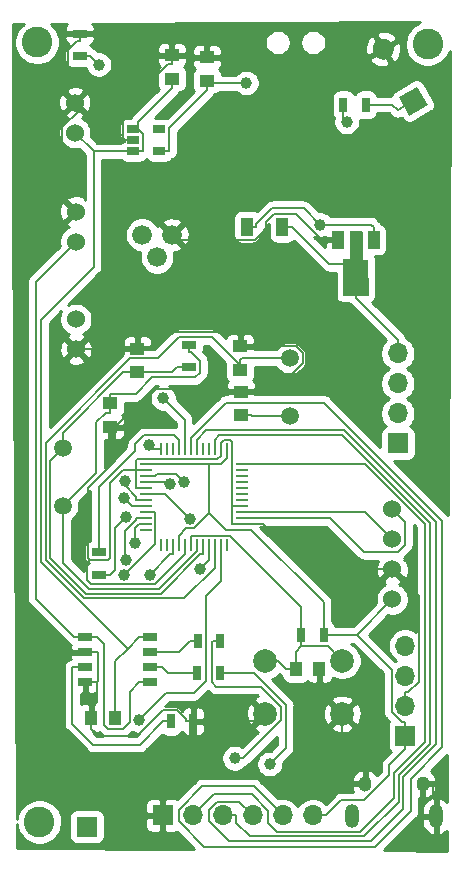
<source format=gbl>
G04 #@! TF.GenerationSoftware,KiCad,Pcbnew,5.1.7-a382d34a8~88~ubuntu18.04.1*
G04 #@! TF.CreationDate,2021-07-23T00:29:16+05:30*
G04 #@! TF.ProjectId,Sensor_PCB_v6,53656e73-6f72-45f5-9043-425f76362e6b,rev?*
G04 #@! TF.SameCoordinates,Original*
G04 #@! TF.FileFunction,Copper,L2,Bot*
G04 #@! TF.FilePolarity,Positive*
%FSLAX46Y46*%
G04 Gerber Fmt 4.6, Leading zero omitted, Abs format (unit mm)*
G04 Created by KiCad (PCBNEW 5.1.7-a382d34a8~88~ubuntu18.04.1) date 2021-07-23 00:29:16*
%MOMM*%
%LPD*%
G01*
G04 APERTURE LIST*
G04 #@! TA.AperFunction,ComponentPad*
%ADD10C,2.600000*%
G04 #@! TD*
G04 #@! TA.AperFunction,ComponentPad*
%ADD11C,1.676400*%
G04 #@! TD*
G04 #@! TA.AperFunction,SMDPad,CuDef*
%ADD12R,1.300000X0.700000*%
G04 #@! TD*
G04 #@! TA.AperFunction,ComponentPad*
%ADD13C,1.524000*%
G04 #@! TD*
G04 #@! TA.AperFunction,ComponentPad*
%ADD14O,1.200000X2.000000*%
G04 #@! TD*
G04 #@! TA.AperFunction,ComponentPad*
%ADD15O,1.100000X1.300000*%
G04 #@! TD*
G04 #@! TA.AperFunction,SMDPad,CuDef*
%ADD16R,1.000000X1.500000*%
G04 #@! TD*
G04 #@! TA.AperFunction,SMDPad,CuDef*
%ADD17C,0.100000*%
G04 #@! TD*
G04 #@! TA.AperFunction,ComponentPad*
%ADD18R,1.700000X1.700000*%
G04 #@! TD*
G04 #@! TA.AperFunction,ComponentPad*
%ADD19O,1.700000X1.700000*%
G04 #@! TD*
G04 #@! TA.AperFunction,SMDPad,CuDef*
%ADD20R,1.000000X0.230000*%
G04 #@! TD*
G04 #@! TA.AperFunction,SMDPad,CuDef*
%ADD21R,0.230000X1.000000*%
G04 #@! TD*
G04 #@! TA.AperFunction,SMDPad,CuDef*
%ADD22R,1.000000X1.250000*%
G04 #@! TD*
G04 #@! TA.AperFunction,SMDPad,CuDef*
%ADD23R,1.250000X1.000000*%
G04 #@! TD*
G04 #@! TA.AperFunction,SMDPad,CuDef*
%ADD24R,0.700000X1.300000*%
G04 #@! TD*
G04 #@! TA.AperFunction,ComponentPad*
%ADD25C,0.100000*%
G04 #@! TD*
G04 #@! TA.AperFunction,SMDPad,CuDef*
%ADD26R,1.060000X0.650000*%
G04 #@! TD*
G04 #@! TA.AperFunction,ComponentPad*
%ADD27C,1.500000*%
G04 #@! TD*
G04 #@! TA.AperFunction,ComponentPad*
%ADD28C,2.000000*%
G04 #@! TD*
G04 #@! TA.AperFunction,SMDPad,CuDef*
%ADD29R,1.000000X1.600000*%
G04 #@! TD*
G04 #@! TA.AperFunction,ViaPad*
%ADD30C,1.000000*%
G04 #@! TD*
G04 #@! TA.AperFunction,Conductor*
%ADD31C,0.200000*%
G04 #@! TD*
G04 #@! TA.AperFunction,Conductor*
%ADD32C,0.254000*%
G04 #@! TD*
G04 #@! TA.AperFunction,Conductor*
%ADD33C,0.100000*%
G04 #@! TD*
G04 APERTURE END LIST*
D10*
X25234900Y-87208400D03*
X58097400Y-21376600D03*
X25044400Y-21211500D03*
D11*
X33924200Y-37513300D03*
X35194200Y-39418300D03*
X36464200Y-37513300D03*
D12*
X34621900Y-74109600D03*
X34621900Y-75379600D03*
X34621900Y-72839600D03*
X34621900Y-71569600D03*
X29121900Y-74109600D03*
X29121900Y-75379600D03*
X29121900Y-72839600D03*
X29121900Y-71569600D03*
D13*
X28323900Y-44656100D03*
X28333900Y-47196100D03*
D14*
X51677600Y-86741000D03*
X58827600Y-86741000D03*
D15*
X52827600Y-83991000D03*
X57677600Y-83991000D03*
D13*
X28224800Y-26324900D03*
X28234800Y-28864900D03*
X28298500Y-35557800D03*
X28308500Y-38097800D03*
X55107500Y-60744100D03*
X55107500Y-63284100D03*
X55107500Y-65824100D03*
X55107500Y-68364100D03*
D16*
X50529400Y-37943700D03*
X53529400Y-37943700D03*
G04 #@! TA.AperFunction,SMDPad,CuDef*
D17*
G36*
X51558949Y-37184620D02*
G01*
X51565211Y-37186266D01*
X51587513Y-37193700D01*
X52539400Y-37193700D01*
X52549155Y-37194661D01*
X52558534Y-37197506D01*
X52567179Y-37202127D01*
X52574755Y-37208345D01*
X52580973Y-37215921D01*
X52585594Y-37224566D01*
X52588439Y-37233945D01*
X52589400Y-37243700D01*
X52589400Y-39633700D01*
X53039400Y-39633700D01*
X53049155Y-39634661D01*
X53058534Y-39637506D01*
X53067179Y-39642127D01*
X53074755Y-39648345D01*
X53080973Y-39655921D01*
X53085594Y-39664566D01*
X53088439Y-39673945D01*
X53089400Y-39683531D01*
X53099400Y-42633531D01*
X53098472Y-42643288D01*
X53095659Y-42652677D01*
X53091067Y-42661337D01*
X53084875Y-42668935D01*
X53077319Y-42675179D01*
X53068691Y-42679829D01*
X53059321Y-42682706D01*
X53049400Y-42683700D01*
X52539400Y-42683700D01*
X52539400Y-42723700D01*
X51539400Y-42723700D01*
X51539400Y-42683700D01*
X50989400Y-42683700D01*
X50979645Y-42682739D01*
X50970266Y-42679894D01*
X50961621Y-42675273D01*
X50954045Y-42669055D01*
X50947827Y-42661479D01*
X50943206Y-42652834D01*
X50940361Y-42643455D01*
X50939400Y-42633700D01*
X50939400Y-39623700D01*
X50940361Y-39613945D01*
X50943206Y-39604566D01*
X50947827Y-39595921D01*
X50954045Y-39588345D01*
X50961621Y-39582127D01*
X50970266Y-39577506D01*
X50979645Y-39574661D01*
X50989400Y-39573700D01*
X51509190Y-39573700D01*
X51499400Y-37233909D01*
X51500320Y-37224151D01*
X51503126Y-37214759D01*
X51507711Y-37206096D01*
X51513897Y-37198493D01*
X51521448Y-37192243D01*
X51530073Y-37187586D01*
X51539440Y-37184702D01*
X51549191Y-37183700D01*
X51558949Y-37184620D01*
G37*
G04 #@! TD.AperFunction*
D18*
X35679400Y-86669900D03*
D19*
X38219400Y-86669900D03*
X40759400Y-86669900D03*
X43299400Y-86669900D03*
X45839400Y-86669900D03*
X48379400Y-86669900D03*
D20*
X42362100Y-57421800D03*
D21*
X41092100Y-63771800D03*
X40584100Y-63771800D03*
X40076100Y-63771800D03*
X39568100Y-63771800D03*
X39060100Y-63771800D03*
X38552100Y-63771800D03*
X38044100Y-63771800D03*
X37536100Y-63771800D03*
X37028100Y-63771800D03*
X36520100Y-63771800D03*
X36012100Y-63771800D03*
X35504100Y-63771800D03*
D20*
X34234100Y-62501800D03*
X34234100Y-61993800D03*
X34234100Y-60977800D03*
X34234100Y-60469800D03*
X34234100Y-59961800D03*
X34234100Y-59453800D03*
X34234100Y-58945800D03*
X34234100Y-58437800D03*
X34234100Y-57929800D03*
X34234100Y-57421800D03*
X34234100Y-56913800D03*
D21*
X36012100Y-55643800D03*
X36520100Y-55643800D03*
X37028100Y-55643800D03*
X37536100Y-55643800D03*
X38044100Y-55643800D03*
X38552100Y-55643800D03*
X39060100Y-55643800D03*
X39568100Y-55643800D03*
X40076100Y-55643800D03*
X40584100Y-55643800D03*
X41092100Y-55643800D03*
D20*
X42362100Y-56913800D03*
X42362100Y-57929800D03*
X42362100Y-58437800D03*
X42362100Y-58945800D03*
X42362100Y-59453800D03*
X42362100Y-59961800D03*
X42362100Y-60469800D03*
X42362100Y-60977800D03*
X42362100Y-61485800D03*
X42362100Y-61993800D03*
X42362100Y-62501800D03*
D21*
X35504100Y-55643800D03*
D20*
X34234100Y-61485800D03*
D12*
X30261600Y-66278800D03*
X30261600Y-64378800D03*
D18*
X56200000Y-79926200D03*
D19*
X56200000Y-77386200D03*
X56200000Y-74846200D03*
X56200000Y-72306200D03*
D18*
X29255700Y-87609700D03*
X55587900Y-55179000D03*
D19*
X55587900Y-52639000D03*
X55587900Y-50099000D03*
X55587900Y-47559000D03*
D22*
X48935600Y-74284800D03*
X46935600Y-74284800D03*
D23*
X42227500Y-48947600D03*
X42227500Y-46947600D03*
X42296100Y-50805800D03*
X42296100Y-52805800D03*
X33530500Y-47150800D03*
X33530500Y-49150800D03*
X31249600Y-51786300D03*
X31249600Y-53786300D03*
X36446500Y-24291800D03*
X36446500Y-22291800D03*
X39413200Y-24477200D03*
X39413200Y-22477200D03*
D24*
X47401400Y-71384200D03*
X49301400Y-71384200D03*
D12*
X37863800Y-48719800D03*
X37863800Y-46819800D03*
X28638500Y-20490100D03*
X28638500Y-22390100D03*
D24*
X52875200Y-26489700D03*
X50975200Y-26489700D03*
G04 #@! TA.AperFunction,ComponentPad*
G36*
G01*
X54785700Y-22567414D02*
X54785700Y-22567414D01*
G75*
G02*
X53556277Y-22237991I-450000J779423D01*
G01*
X53556277Y-22237991D01*
G75*
G02*
X53885700Y-21008568I779423J450000D01*
G01*
X53885700Y-21008568D01*
G75*
G02*
X55115123Y-21337991I450000J-779423D01*
G01*
X55115123Y-21337991D01*
G75*
G02*
X54785700Y-22567414I-779423J-450000D01*
G01*
G37*
G04 #@! TD.AperFunction*
G04 #@! TA.AperFunction,ComponentPad*
D25*
G36*
X58105123Y-26516823D02*
G01*
X56546277Y-27416823D01*
X55646277Y-25857977D01*
X57205123Y-24957977D01*
X58105123Y-26516823D01*
G37*
G04 #@! TD.AperFunction*
D26*
X33174800Y-30452100D03*
X33174800Y-29502100D03*
X33174800Y-28552100D03*
X35374800Y-28552100D03*
X35374800Y-30452100D03*
D27*
X46454100Y-52830100D03*
X46454100Y-47950100D03*
X27223700Y-55598100D03*
X27223700Y-60478100D03*
D28*
X44371100Y-78079600D03*
X44371100Y-73579600D03*
X50871100Y-78079600D03*
X50871100Y-73579600D03*
D29*
X42795100Y-36814800D03*
X45795100Y-36814800D03*
D22*
X31629900Y-78404700D03*
X29629900Y-78404700D03*
D24*
X38597800Y-74617600D03*
X40497800Y-74617600D03*
X40558800Y-71899800D03*
X38658800Y-71899800D03*
X38267700Y-78709500D03*
X36367700Y-78709500D03*
D30*
X38795000Y-65809000D03*
X42734200Y-24651900D03*
X51262100Y-27935600D03*
X32483600Y-58389200D03*
X34591800Y-66284800D03*
X33311900Y-63643000D03*
X32393300Y-66294900D03*
X32412600Y-59787500D03*
X32527500Y-65027300D03*
X30257600Y-23093600D03*
X37515900Y-58465200D03*
X36315500Y-58584400D03*
X33664700Y-78622300D03*
X37967400Y-61549200D03*
X32534600Y-61403200D03*
X48994400Y-36644400D03*
X44732700Y-82319100D03*
X41761800Y-81821400D03*
X35725000Y-51354100D03*
X34494900Y-55282900D03*
D31*
X38044100Y-63771800D02*
X38044100Y-62971500D01*
X47401400Y-71384200D02*
X47401400Y-69041400D01*
X47401400Y-69041400D02*
X41331500Y-62971500D01*
X41331500Y-62971500D02*
X38044100Y-62971500D01*
X47401400Y-71859300D02*
X47401400Y-71384200D01*
X50871100Y-73579600D02*
X49626000Y-72334500D01*
X49626000Y-72334500D02*
X47401400Y-72334500D01*
X47401400Y-71859300D02*
X47401400Y-72334500D01*
X44371100Y-73579600D02*
X45430100Y-73579600D01*
X45430100Y-73579600D02*
X46135300Y-74284800D01*
X47401400Y-72334500D02*
X46935600Y-72800300D01*
X46935600Y-72800300D02*
X46935600Y-74284800D01*
X46935600Y-74284800D02*
X46135300Y-74284800D01*
X42227500Y-48547400D02*
X39849500Y-46169400D01*
X39849500Y-46169400D02*
X37051000Y-46169400D01*
X37051000Y-46169400D02*
X35269200Y-47951200D01*
X35269200Y-47951200D02*
X32925600Y-47951200D01*
X32925600Y-47951200D02*
X25756400Y-55120400D01*
X25756400Y-55120400D02*
X25756400Y-65021000D01*
X25756400Y-65021000D02*
X29039300Y-68303900D01*
X29039300Y-68303900D02*
X37485300Y-68303900D01*
X37485300Y-68303900D02*
X40076100Y-65713100D01*
X40076100Y-65713100D02*
X40076100Y-63771800D01*
X42227500Y-48547400D02*
X42227500Y-48147300D01*
X42227500Y-48947600D02*
X42227500Y-48547400D01*
X46454100Y-47950100D02*
X42424700Y-47950100D01*
X42424700Y-47950100D02*
X42227500Y-48147300D01*
X39568100Y-63771800D02*
X39568100Y-65035900D01*
X39568100Y-65035900D02*
X38795000Y-65809000D01*
X46454100Y-52830100D02*
X43245700Y-52830100D01*
X43245700Y-52830100D02*
X43221400Y-52805800D01*
X42296100Y-52805800D02*
X43221400Y-52805800D01*
X27223700Y-55598100D02*
X27223700Y-54250200D01*
X27223700Y-54250200D02*
X32323100Y-49150800D01*
X32323100Y-49150800D02*
X33530500Y-49150800D01*
X39060100Y-64572100D02*
X38864400Y-64572100D01*
X38864400Y-64572100D02*
X35536200Y-67900300D01*
X35536200Y-67900300D02*
X29202000Y-67900300D01*
X29202000Y-67900300D02*
X26156800Y-64855100D01*
X26156800Y-64855100D02*
X26156800Y-56665000D01*
X26156800Y-56665000D02*
X27223700Y-55598100D01*
X39060100Y-63771800D02*
X39060100Y-64572100D01*
X36913500Y-48719800D02*
X36482500Y-49150800D01*
X36482500Y-49150800D02*
X33530500Y-49150800D01*
X37863800Y-48719800D02*
X36913500Y-48719800D01*
X38552100Y-63771800D02*
X38552100Y-64318100D01*
X38552100Y-64318100D02*
X35370400Y-67499800D01*
X35370400Y-67499800D02*
X29421200Y-67499800D01*
X29421200Y-67499800D02*
X27223800Y-65302400D01*
X27223800Y-65302400D02*
X27223800Y-60478100D01*
X27223800Y-60478100D02*
X27223700Y-60478100D01*
X37863800Y-47470100D02*
X38107700Y-47470100D01*
X38107700Y-47470100D02*
X38814200Y-48176600D01*
X38814200Y-48176600D02*
X38814200Y-49205600D01*
X38814200Y-49205600D02*
X38444600Y-49575200D01*
X38444600Y-49575200D02*
X34791400Y-49575200D01*
X34791400Y-49575200D02*
X33380600Y-50986000D01*
X33380600Y-50986000D02*
X31249600Y-50986000D01*
X31249600Y-51786300D02*
X31249600Y-52586600D01*
X27223700Y-60478100D02*
X30050000Y-57651800D01*
X30050000Y-57651800D02*
X30050000Y-53386000D01*
X30050000Y-53386000D02*
X30849400Y-52586600D01*
X30849400Y-52586600D02*
X31249600Y-52586600D01*
X31249600Y-51786300D02*
X31249600Y-50986000D01*
X37863800Y-46819800D02*
X37863800Y-47470100D01*
X39413200Y-24684500D02*
X42701600Y-24684500D01*
X42701600Y-24684500D02*
X42734200Y-24651900D01*
X39413200Y-24684500D02*
X39413200Y-25084700D01*
X39413200Y-24477200D02*
X39413200Y-24684500D01*
X39413200Y-25092200D02*
X39413200Y-25277500D01*
X39413200Y-25084700D02*
X39413200Y-25092200D01*
X35374800Y-30452100D02*
X36205100Y-30452100D01*
X36205100Y-30452100D02*
X36205100Y-28485600D01*
X36205100Y-28485600D02*
X39413200Y-25277500D01*
X32695800Y-72545400D02*
X25352000Y-65201600D01*
X25352000Y-65201600D02*
X25352000Y-44685500D01*
X25352000Y-44685500D02*
X29822000Y-40215500D01*
X29822000Y-40215500D02*
X29822000Y-30452100D01*
X32695800Y-72545400D02*
X33671600Y-71569600D01*
X31629900Y-78404700D02*
X31629900Y-73611300D01*
X31629900Y-73611300D02*
X32695800Y-72545400D01*
X29822000Y-30452100D02*
X28234800Y-28864900D01*
X32344500Y-30452100D02*
X29822000Y-30452100D01*
X34621900Y-71569600D02*
X33671600Y-71569600D01*
X33174800Y-30452100D02*
X32344500Y-30452100D01*
X33174800Y-30452100D02*
X34005100Y-30452100D01*
X34005100Y-30452100D02*
X34005100Y-28967200D01*
X34005100Y-28967200D02*
X33590000Y-28552100D01*
X36446500Y-24291800D02*
X36446500Y-25092100D01*
X33590000Y-28552100D02*
X33590000Y-27948600D01*
X33590000Y-27948600D02*
X36446500Y-25092100D01*
X33174800Y-28552100D02*
X33590000Y-28552100D01*
X29121900Y-71569600D02*
X28171600Y-71569600D01*
X28308500Y-38097800D02*
X24938400Y-41467900D01*
X24938400Y-41467900D02*
X24938400Y-68336400D01*
X24938400Y-68336400D02*
X28171600Y-71569600D01*
X30072200Y-71569600D02*
X29121900Y-71569600D01*
X30660340Y-78985940D02*
X30660340Y-72157740D01*
X32864400Y-76186800D02*
X32864400Y-78780400D01*
X33671600Y-75379600D02*
X32864400Y-76186800D01*
X32269800Y-79375000D02*
X31049400Y-79375000D01*
X30660340Y-72157740D02*
X30072200Y-71569600D01*
X31049400Y-79375000D02*
X30660340Y-78985940D01*
X34621900Y-75379600D02*
X33671600Y-75379600D01*
X32864400Y-78780400D02*
X32269800Y-79375000D01*
X35034400Y-56913800D02*
X35046000Y-56925400D01*
X35046000Y-56925400D02*
X39577100Y-56925400D01*
X49301400Y-71384200D02*
X49301400Y-68640800D01*
X49301400Y-68640800D02*
X43162400Y-62501800D01*
X52087400Y-71384200D02*
X49301400Y-71384200D01*
X42362100Y-62501800D02*
X43162400Y-62501800D01*
X39577100Y-61071400D02*
X39577100Y-56925400D01*
X37028100Y-62971500D02*
X37650100Y-62349500D01*
X37650100Y-62349500D02*
X38299000Y-62349500D01*
X38299000Y-62349500D02*
X39577100Y-61071400D01*
X39577100Y-61071400D02*
X41007500Y-62501800D01*
X41007500Y-62501800D02*
X42362100Y-62501800D01*
X37028100Y-63771800D02*
X37028100Y-62971500D01*
X39577100Y-56925400D02*
X40610800Y-56925400D01*
X40610800Y-56925400D02*
X41092100Y-56444100D01*
X41092100Y-55643800D02*
X41092100Y-56444100D01*
X50975200Y-26489700D02*
X50975200Y-27648700D01*
X50975200Y-27648700D02*
X51262100Y-27935600D01*
X34234100Y-56913800D02*
X35034400Y-56913800D01*
X56200000Y-79926200D02*
X56200000Y-81076500D01*
X56200000Y-81076500D02*
X54852300Y-82424200D01*
X54852300Y-82424200D02*
X54852300Y-83269000D01*
X54852300Y-83269000D02*
X52715900Y-85405400D01*
X52715900Y-85405400D02*
X50794200Y-85405400D01*
X50794200Y-85405400D02*
X49529700Y-86669900D01*
X52087400Y-71384200D02*
X55107500Y-68364100D01*
X56200000Y-79926200D02*
X56200000Y-78775900D01*
X56200000Y-78775900D02*
X55912300Y-78775900D01*
X55912300Y-78775900D02*
X55049700Y-77913300D01*
X55049700Y-77913300D02*
X55049700Y-74346500D01*
X55049700Y-74346500D02*
X52087400Y-71384200D01*
X48379400Y-86669900D02*
X49529700Y-86669900D01*
X55652900Y-83268900D02*
X58320940Y-80600860D01*
X41909700Y-86669900D02*
X41909700Y-87304580D01*
X40076100Y-54843500D02*
X40076100Y-55643800D01*
X58320940Y-80600860D02*
X58320940Y-61870740D01*
X40759400Y-86669900D02*
X41909700Y-86669900D01*
X43060320Y-88455200D02*
X52745940Y-88455200D01*
X50893400Y-54443200D02*
X40476400Y-54443200D01*
X58320940Y-61870740D02*
X50893400Y-54443200D01*
X52745940Y-88455200D02*
X55652900Y-85548240D01*
X40476400Y-54443200D02*
X40076100Y-54843500D01*
X41909700Y-87304580D02*
X43060320Y-88455200D01*
X55652900Y-85548240D02*
X55652900Y-83268900D01*
X57863740Y-61979640D02*
X52797900Y-56913800D01*
X55252600Y-83103100D02*
X57863740Y-80491960D01*
X57863740Y-80491960D02*
X57863740Y-61979640D01*
X55252600Y-85163680D02*
X55252600Y-83103100D01*
X52797900Y-56913800D02*
X42362100Y-56913800D01*
X52361380Y-88054900D02*
X55252600Y-85163680D01*
X40012660Y-84876640D02*
X43191640Y-84876640D01*
X45332100Y-88054900D02*
X52361380Y-88054900D01*
X38219400Y-86669900D02*
X40012660Y-84876640D01*
X43191640Y-84876640D02*
X44569400Y-86254400D01*
X44569400Y-86254400D02*
X44569400Y-87292200D01*
X44569400Y-87292200D02*
X45332100Y-88054900D01*
X33433800Y-59961800D02*
X33433800Y-59676800D01*
X33433800Y-59676800D02*
X32483600Y-58726600D01*
X32483600Y-58726600D02*
X32483600Y-58389200D01*
X34234100Y-59961800D02*
X33433800Y-59961800D01*
X56875700Y-26187400D02*
X55557700Y-26948400D01*
X55557700Y-26948400D02*
X55099000Y-26489700D01*
X55099000Y-26489700D02*
X52875200Y-26489700D01*
X36520100Y-64572100D02*
X36304500Y-64572100D01*
X36304500Y-64572100D02*
X34591800Y-66284800D01*
X36520100Y-63771800D02*
X36520100Y-64572100D01*
X33311900Y-63643000D02*
X33311900Y-62324800D01*
X33311900Y-62324800D02*
X33642900Y-61993800D01*
X33642900Y-61993800D02*
X34234100Y-61993800D01*
X34234100Y-60977800D02*
X35034400Y-60977800D01*
X35034400Y-60977800D02*
X35034400Y-63653800D01*
X35034400Y-63653800D02*
X32393300Y-66294900D01*
X34234100Y-60469800D02*
X33094900Y-60469800D01*
X33094900Y-60469800D02*
X32412600Y-59787500D01*
X55107500Y-63284100D02*
X52801200Y-60977800D01*
X52801200Y-60977800D02*
X42362100Y-60977800D01*
X42362100Y-61485800D02*
X49833300Y-61485800D01*
X49833300Y-61485800D02*
X52707600Y-64360100D01*
X52707600Y-64360100D02*
X55587900Y-64360100D01*
X55587900Y-64360100D02*
X56175200Y-63772800D01*
X56175200Y-63772800D02*
X56175200Y-61811800D01*
X56175200Y-61811800D02*
X55107500Y-60744100D01*
X33433800Y-61485800D02*
X33433800Y-61635900D01*
X33433800Y-61635900D02*
X32511600Y-62558100D01*
X32511600Y-62558100D02*
X32511600Y-65011400D01*
X32511600Y-65011400D02*
X32527500Y-65027300D01*
X34234100Y-61485800D02*
X33433800Y-61485800D01*
X28638500Y-22390100D02*
X29588800Y-22390100D01*
X29588800Y-22390100D02*
X29588800Y-22424800D01*
X29588800Y-22424800D02*
X30257600Y-23093600D01*
X35034400Y-57929800D02*
X35218000Y-57746200D01*
X35218000Y-57746200D02*
X36796900Y-57746200D01*
X36796900Y-57746200D02*
X37515900Y-58465200D01*
X34234100Y-57929800D02*
X35034400Y-57929800D01*
X35034400Y-58437800D02*
X36168900Y-58437800D01*
X36168900Y-58437800D02*
X36315500Y-58584400D01*
X34234100Y-58437800D02*
X35034400Y-58437800D01*
X33664700Y-78622300D02*
X35962900Y-76324100D01*
X35962900Y-76324100D02*
X38317200Y-76324100D01*
X38317200Y-76324100D02*
X39309200Y-75332100D01*
X39309200Y-75332100D02*
X39309200Y-68060400D01*
X39309200Y-68060400D02*
X40584100Y-66785500D01*
X40584100Y-66785500D02*
X40584100Y-64572100D01*
X40584100Y-63771800D02*
X40584100Y-64572100D01*
X40738400Y-37929500D02*
X36880400Y-37929500D01*
X36880400Y-37929500D02*
X36464200Y-37513300D01*
X49729100Y-37943700D02*
X49161900Y-37943700D01*
X49161900Y-37943700D02*
X46930300Y-35712100D01*
X46930300Y-35712100D02*
X45122600Y-35712100D01*
X45122600Y-35712100D02*
X44402600Y-36432100D01*
X44402600Y-36432100D02*
X44402600Y-36993700D01*
X44402600Y-36993700D02*
X43466800Y-37929500D01*
X43466800Y-37929500D02*
X40738400Y-37929500D01*
X40738400Y-45769000D02*
X34112000Y-45769000D01*
X34112000Y-45769000D02*
X33530500Y-46350500D01*
X42227500Y-46147300D02*
X41849200Y-45769000D01*
X41849200Y-45769000D02*
X40738400Y-45769000D01*
X40738400Y-37929500D02*
X40738400Y-45769000D01*
X42227500Y-46947600D02*
X42227500Y-46147300D01*
X42227500Y-46947600D02*
X43152800Y-46947600D01*
X43152800Y-46947600D02*
X43213200Y-46887200D01*
X43213200Y-46887200D02*
X46928900Y-46887200D01*
X46928900Y-46887200D02*
X47521000Y-47479300D01*
X47521000Y-47479300D02*
X47521000Y-48400100D01*
X47521000Y-48400100D02*
X45115300Y-50805800D01*
X45115300Y-50805800D02*
X42296100Y-50805800D01*
X33530500Y-47150800D02*
X33530500Y-46350500D01*
X41370800Y-50805800D02*
X41114100Y-50549100D01*
X41114100Y-50549100D02*
X34842600Y-50549100D01*
X34842600Y-50549100D02*
X31605400Y-53786300D01*
X29507400Y-65050300D02*
X31044800Y-65050300D01*
X31044800Y-65050300D02*
X31211900Y-64883200D01*
X31211900Y-64883200D02*
X31211900Y-58529100D01*
X31211900Y-58529100D02*
X32319200Y-57421800D01*
X32319200Y-57421800D02*
X33433800Y-57421800D01*
X31605400Y-53786300D02*
X31605400Y-56662700D01*
X31605400Y-56662700D02*
X29311200Y-58956900D01*
X29311200Y-58956900D02*
X29311200Y-64854100D01*
X29311200Y-64854100D02*
X29507400Y-65050300D01*
X42296100Y-50805800D02*
X41370800Y-50805800D01*
X55107500Y-65824100D02*
X48023300Y-65824100D01*
X48023300Y-65824100D02*
X44193000Y-61993800D01*
X44193000Y-61993800D02*
X42362100Y-61993800D01*
X56200000Y-76235900D02*
X56447200Y-76235900D01*
X56447200Y-76235900D02*
X57350900Y-75332200D01*
X57350900Y-75332200D02*
X57350900Y-68067500D01*
X57350900Y-68067500D02*
X55107500Y-65824100D01*
X33433800Y-57421800D02*
X33433800Y-56616600D01*
X33433800Y-56616600D02*
X33572000Y-56478400D01*
X33572000Y-56478400D02*
X40306000Y-56478400D01*
X40306000Y-56478400D02*
X40584100Y-56200300D01*
X40584100Y-56200300D02*
X40584100Y-55643800D01*
X37536100Y-64572100D02*
X35009300Y-67098900D01*
X35009300Y-67098900D02*
X29610800Y-67098900D01*
X29610800Y-67098900D02*
X29289600Y-66777700D01*
X29289600Y-66777700D02*
X29289600Y-65268100D01*
X29289600Y-65268100D02*
X29507400Y-65050300D01*
X37536100Y-63771800D02*
X37536100Y-64572100D01*
X31249600Y-53786300D02*
X31605400Y-53786300D01*
X41561800Y-60469800D02*
X41561800Y-61993800D01*
X58827600Y-86741000D02*
X58827600Y-85440700D01*
X57677600Y-83991000D02*
X58527900Y-83991000D01*
X58527900Y-83991000D02*
X58527900Y-85141000D01*
X58527900Y-85141000D02*
X58827600Y-85440700D01*
X33433800Y-58945800D02*
X33433800Y-57421800D01*
X54335700Y-21788000D02*
X53180900Y-22454800D01*
X39413200Y-22477200D02*
X53158500Y-22477200D01*
X53158500Y-22477200D02*
X53180900Y-22454800D01*
X37371800Y-22291800D02*
X37557200Y-22477200D01*
X37557200Y-22477200D02*
X39413200Y-22477200D01*
X56200000Y-77386200D02*
X56200000Y-76235900D01*
X41561800Y-60469800D02*
X41561800Y-55054000D01*
X41561800Y-55054000D02*
X41351300Y-54843500D01*
X41351300Y-54843500D02*
X40852700Y-54843500D01*
X40852700Y-54843500D02*
X40584100Y-55112100D01*
X40584100Y-55112100D02*
X40584100Y-55643800D01*
X41661900Y-60469800D02*
X41561800Y-60469800D01*
X42362100Y-60469800D02*
X41661900Y-60469800D01*
X42362100Y-61993800D02*
X41561800Y-61993800D01*
X34234100Y-58945800D02*
X33433800Y-58945800D01*
X34234100Y-57421800D02*
X33433800Y-57421800D01*
X33530500Y-47150800D02*
X32605200Y-47150800D01*
X28333900Y-47196100D02*
X32559900Y-47196100D01*
X32559900Y-47196100D02*
X32605200Y-47150800D01*
X36446500Y-22291800D02*
X37371800Y-22291800D01*
X36446500Y-22291800D02*
X36446500Y-23092100D01*
X32344400Y-27102000D02*
X32344400Y-29502000D01*
X32344400Y-29502000D02*
X32344500Y-29502100D01*
X28473100Y-27102000D02*
X32344400Y-27102000D01*
X32344400Y-27102000D02*
X32344400Y-26836500D01*
X32344400Y-26836500D02*
X36088800Y-23092100D01*
X36088800Y-23092100D02*
X36446500Y-23092100D01*
X35679400Y-86669900D02*
X35679400Y-85519600D01*
X37942600Y-78709500D02*
X37942600Y-83256400D01*
X37942600Y-83256400D02*
X35679400Y-85519600D01*
X38267700Y-78709500D02*
X37942600Y-78709500D01*
X33174800Y-29502100D02*
X32344500Y-29502100D01*
X28224800Y-26324900D02*
X28224800Y-26853700D01*
X28224800Y-26853700D02*
X28473100Y-27102000D01*
X28298500Y-35557800D02*
X27167100Y-34426400D01*
X27167100Y-34426400D02*
X27167100Y-28408000D01*
X27167100Y-28408000D02*
X28473100Y-27102000D01*
X50871100Y-78079600D02*
X48935600Y-76144100D01*
X48935600Y-76144100D02*
X48935600Y-74284800D01*
X50871100Y-78079600D02*
X50871100Y-82884800D01*
X50871100Y-82884800D02*
X51977300Y-83991000D01*
X44371100Y-78079600D02*
X43741200Y-78709500D01*
X43741200Y-78709500D02*
X38267700Y-78709500D01*
X28638500Y-21140400D02*
X28394600Y-21140400D01*
X28394600Y-21140400D02*
X27688100Y-21846900D01*
X27688100Y-21846900D02*
X27688100Y-25788200D01*
X27688100Y-25788200D02*
X28224800Y-26324900D01*
X52827600Y-83991000D02*
X51977300Y-83991000D01*
X50529400Y-37943700D02*
X49729100Y-37943700D01*
X28638500Y-20490100D02*
X28638500Y-21140400D01*
X29629900Y-78404700D02*
X29629900Y-77479400D01*
X29121900Y-75379600D02*
X30072200Y-75379600D01*
X29629900Y-77479400D02*
X30072200Y-77037100D01*
X30072200Y-77037100D02*
X30072200Y-75379600D01*
X37617400Y-78709500D02*
X37942600Y-78709500D01*
X37617400Y-78465600D02*
X37617400Y-78709500D01*
X29629900Y-79330000D02*
X30213380Y-79913480D01*
X29629900Y-78404700D02*
X29629900Y-79330000D01*
X33505420Y-79913480D02*
X35671700Y-77747200D01*
X30213380Y-79913480D02*
X33505420Y-79913480D01*
X35671700Y-77747200D02*
X36899000Y-77747200D01*
X36899000Y-77747200D02*
X37617400Y-78465600D01*
X30182820Y-75268980D02*
X30072200Y-75379600D01*
X29121900Y-72839600D02*
X30182820Y-72839600D01*
X30182820Y-72839600D02*
X30182820Y-75268980D01*
X37967400Y-61549200D02*
X35872000Y-59453800D01*
X35872000Y-59453800D02*
X34234100Y-59453800D01*
X31211900Y-66278800D02*
X31622500Y-65868200D01*
X31622500Y-65868200D02*
X31622500Y-62315300D01*
X31622500Y-62315300D02*
X32534600Y-61403200D01*
X30261600Y-66278800D02*
X31211900Y-66278800D01*
X37028100Y-54843500D02*
X36667200Y-54482600D01*
X36667200Y-54482600D02*
X34112000Y-54482600D01*
X34112000Y-54482600D02*
X33333700Y-55260900D01*
X33333700Y-55260900D02*
X33333700Y-55776700D01*
X33333700Y-55776700D02*
X30261600Y-58848800D01*
X30261600Y-58848800D02*
X30261600Y-64378800D01*
X37028100Y-55643800D02*
X37028100Y-54843500D01*
X55587900Y-47559000D02*
X55587900Y-46408700D01*
X52039400Y-39973700D02*
X52039400Y-42860200D01*
X52039400Y-42860200D02*
X55587900Y-46408700D01*
X46595400Y-36814800D02*
X49754300Y-39973700D01*
X49754300Y-39973700D02*
X52039400Y-39973700D01*
X45795100Y-36814800D02*
X46595400Y-36814800D01*
X53529400Y-36893400D02*
X53280400Y-36644400D01*
X53280400Y-36644400D02*
X48994400Y-36644400D01*
X48994400Y-36644400D02*
X47599400Y-35249400D01*
X47599400Y-35249400D02*
X44948500Y-35249400D01*
X44948500Y-35249400D02*
X43595400Y-36602500D01*
X43595400Y-36602500D02*
X43595400Y-36814800D01*
X53529400Y-37943700D02*
X53529400Y-36893400D01*
X42795100Y-36814800D02*
X43595400Y-36814800D01*
X39352700Y-54042900D02*
X38552100Y-54843500D01*
X58841640Y-61825340D02*
X51059200Y-54042900D01*
X38552100Y-54843500D02*
X38552100Y-55643800D01*
X56053300Y-86100340D02*
X56053300Y-83434600D01*
X39573300Y-86228100D02*
X39573300Y-87126600D01*
X58841640Y-80646260D02*
X58841640Y-61825340D01*
X56053300Y-83434600D02*
X58841640Y-80646260D01*
X43299400Y-86669900D02*
X42121700Y-85492200D01*
X51059200Y-54042900D02*
X39352700Y-54042900D01*
X40309200Y-85492200D02*
X39573300Y-86228100D01*
X39573300Y-87126600D02*
X41302200Y-88855500D01*
X53298140Y-88855500D02*
X56053300Y-86100340D01*
X42121700Y-85492200D02*
X40309200Y-85492200D01*
X41302200Y-88855500D02*
X53298140Y-88855500D01*
X41052500Y-51718900D02*
X38044100Y-54727300D01*
X49301600Y-51718900D02*
X41052500Y-51718900D01*
X59359800Y-80894200D02*
X59359800Y-61777100D01*
X56653700Y-83600300D02*
X59359800Y-80894200D01*
X56653700Y-86330520D02*
X56653700Y-83600300D01*
X38044100Y-54727300D02*
X38044100Y-55643800D01*
X43388280Y-84218780D02*
X39011220Y-84218780D01*
X39183500Y-89314700D02*
X53669520Y-89314700D01*
X53669520Y-89314700D02*
X56653700Y-86330520D01*
X39011220Y-84218780D02*
X37052700Y-86177300D01*
X59359800Y-61777100D02*
X49301600Y-51718900D01*
X45839400Y-86669900D02*
X43388280Y-84218780D01*
X37052700Y-86177300D02*
X37052700Y-87183900D01*
X37052700Y-87183900D02*
X39183500Y-89314700D01*
X41148100Y-74617600D02*
X43380900Y-74617600D01*
X43380900Y-74617600D02*
X46092100Y-77328800D01*
X46092100Y-77328800D02*
X46092100Y-80959700D01*
X46092100Y-80959700D02*
X44732700Y-82319100D01*
X40497800Y-74617600D02*
X41148100Y-74617600D01*
X40558800Y-71899800D02*
X39908500Y-71899800D01*
X39908500Y-71899800D02*
X39847400Y-71960900D01*
X39847400Y-71960900D02*
X39847400Y-75405400D01*
X39847400Y-75405400D02*
X40198900Y-75756900D01*
X40198900Y-75756900D02*
X43953900Y-75756900D01*
X43953900Y-75756900D02*
X45691700Y-77494700D01*
X45691700Y-77494700D02*
X45691700Y-78625200D01*
X45691700Y-78625200D02*
X42495500Y-81821400D01*
X42495500Y-81821400D02*
X41761800Y-81821400D01*
X34621900Y-74109600D02*
X35572200Y-74109600D01*
X38597800Y-74617600D02*
X36080200Y-74617600D01*
X36080200Y-74617600D02*
X35572200Y-74109600D01*
X34621900Y-72839600D02*
X35572200Y-72839600D01*
X35572200Y-72839600D02*
X37068700Y-72839600D01*
X37068700Y-72839600D02*
X38008500Y-71899800D01*
X38658800Y-71899800D02*
X38008500Y-71899800D01*
X28023820Y-78925420D02*
X28023820Y-74109600D01*
X28023820Y-74109600D02*
X29121900Y-74109600D01*
X36367700Y-78709500D02*
X35717400Y-78709500D01*
X29771340Y-80672940D02*
X28023820Y-78925420D01*
X33753960Y-80672940D02*
X29771340Y-80672940D01*
X35717400Y-78709500D02*
X33753960Y-80672940D01*
X37536100Y-55643800D02*
X37536100Y-53165200D01*
X37536100Y-53165200D02*
X35725000Y-51354100D01*
X35504100Y-55643800D02*
X34855800Y-55643800D01*
X34855800Y-55643800D02*
X34494900Y-55282900D01*
D32*
X59754501Y-85520121D02*
X59611074Y-85377922D01*
X59408133Y-85243579D01*
X59182882Y-85151409D01*
X59145209Y-85147538D01*
X58954600Y-85272269D01*
X58954600Y-86614000D01*
X58974600Y-86614000D01*
X58974600Y-86868000D01*
X58954600Y-86868000D01*
X58954600Y-88209731D01*
X59145209Y-88334462D01*
X59182882Y-88330591D01*
X59408133Y-88238421D01*
X59611074Y-88104078D01*
X59746634Y-87969679D01*
X59741210Y-89658660D01*
X54398672Y-89624994D01*
X57147897Y-86875770D01*
X57157364Y-86868000D01*
X57592600Y-86868000D01*
X57592600Y-87268000D01*
X57641107Y-87506496D01*
X57735210Y-87730946D01*
X57871293Y-87932725D01*
X58044126Y-88104078D01*
X58247067Y-88238421D01*
X58472318Y-88330591D01*
X58509991Y-88334462D01*
X58700600Y-88209731D01*
X58700600Y-86868000D01*
X57592600Y-86868000D01*
X57157364Y-86868000D01*
X57175937Y-86852758D01*
X57198950Y-86824717D01*
X57198953Y-86824714D01*
X57267787Y-86740840D01*
X57294697Y-86690494D01*
X57336037Y-86613153D01*
X57378065Y-86474605D01*
X57388700Y-86366625D01*
X57388700Y-86366624D01*
X57392256Y-86330520D01*
X57388700Y-86294415D01*
X57388700Y-86214000D01*
X57592600Y-86214000D01*
X57592600Y-86614000D01*
X58700600Y-86614000D01*
X58700600Y-85272269D01*
X58509991Y-85147538D01*
X58472318Y-85151409D01*
X58247067Y-85243579D01*
X58044126Y-85377922D01*
X57871293Y-85549275D01*
X57735210Y-85751054D01*
X57641107Y-85975504D01*
X57592600Y-86214000D01*
X57388700Y-86214000D01*
X57388700Y-85220495D01*
X57550600Y-85109361D01*
X57550600Y-84118000D01*
X57804600Y-84118000D01*
X57804600Y-85109361D01*
X57987344Y-85234803D01*
X58148587Y-85177140D01*
X58351433Y-85064385D01*
X58528383Y-84914223D01*
X58672638Y-84732426D01*
X58778655Y-84525979D01*
X58842359Y-84302816D01*
X58702404Y-84118000D01*
X57804600Y-84118000D01*
X57550600Y-84118000D01*
X57530600Y-84118000D01*
X57530600Y-83864000D01*
X57550600Y-83864000D01*
X57550600Y-83844000D01*
X57804600Y-83844000D01*
X57804600Y-83864000D01*
X58702404Y-83864000D01*
X58842359Y-83679184D01*
X58778655Y-83456021D01*
X58672638Y-83249574D01*
X58528383Y-83067777D01*
X58364631Y-82928815D01*
X59767328Y-81526119D01*
X59754501Y-85520121D01*
G04 #@! TA.AperFunction,Conductor*
D33*
G36*
X59754501Y-85520121D02*
G01*
X59611074Y-85377922D01*
X59408133Y-85243579D01*
X59182882Y-85151409D01*
X59145209Y-85147538D01*
X58954600Y-85272269D01*
X58954600Y-86614000D01*
X58974600Y-86614000D01*
X58974600Y-86868000D01*
X58954600Y-86868000D01*
X58954600Y-88209731D01*
X59145209Y-88334462D01*
X59182882Y-88330591D01*
X59408133Y-88238421D01*
X59611074Y-88104078D01*
X59746634Y-87969679D01*
X59741210Y-89658660D01*
X54398672Y-89624994D01*
X57147897Y-86875770D01*
X57157364Y-86868000D01*
X57592600Y-86868000D01*
X57592600Y-87268000D01*
X57641107Y-87506496D01*
X57735210Y-87730946D01*
X57871293Y-87932725D01*
X58044126Y-88104078D01*
X58247067Y-88238421D01*
X58472318Y-88330591D01*
X58509991Y-88334462D01*
X58700600Y-88209731D01*
X58700600Y-86868000D01*
X57592600Y-86868000D01*
X57157364Y-86868000D01*
X57175937Y-86852758D01*
X57198950Y-86824717D01*
X57198953Y-86824714D01*
X57267787Y-86740840D01*
X57294697Y-86690494D01*
X57336037Y-86613153D01*
X57378065Y-86474605D01*
X57388700Y-86366625D01*
X57388700Y-86366624D01*
X57392256Y-86330520D01*
X57388700Y-86294415D01*
X57388700Y-86214000D01*
X57592600Y-86214000D01*
X57592600Y-86614000D01*
X58700600Y-86614000D01*
X58700600Y-85272269D01*
X58509991Y-85147538D01*
X58472318Y-85151409D01*
X58247067Y-85243579D01*
X58044126Y-85377922D01*
X57871293Y-85549275D01*
X57735210Y-85751054D01*
X57641107Y-85975504D01*
X57592600Y-86214000D01*
X57388700Y-86214000D01*
X57388700Y-85220495D01*
X57550600Y-85109361D01*
X57550600Y-84118000D01*
X57804600Y-84118000D01*
X57804600Y-85109361D01*
X57987344Y-85234803D01*
X58148587Y-85177140D01*
X58351433Y-85064385D01*
X58528383Y-84914223D01*
X58672638Y-84732426D01*
X58778655Y-84525979D01*
X58842359Y-84302816D01*
X58702404Y-84118000D01*
X57804600Y-84118000D01*
X57550600Y-84118000D01*
X57530600Y-84118000D01*
X57530600Y-83864000D01*
X57550600Y-83864000D01*
X57550600Y-83844000D01*
X57804600Y-83844000D01*
X57804600Y-83864000D01*
X58702404Y-83864000D01*
X58842359Y-83679184D01*
X58778655Y-83456021D01*
X58672638Y-83249574D01*
X58528383Y-83067777D01*
X58364631Y-82928815D01*
X59767328Y-81526119D01*
X59754501Y-85520121D01*
G37*
G04 #@! TD.AperFunction*
D32*
X57180834Y-19661825D02*
X56863909Y-19873587D01*
X56594387Y-20143109D01*
X56382625Y-20460034D01*
X56236761Y-20812181D01*
X56162400Y-21186019D01*
X56162400Y-21567181D01*
X56236761Y-21941019D01*
X56382625Y-22293166D01*
X56594387Y-22610091D01*
X56863909Y-22879613D01*
X57180834Y-23091375D01*
X57532981Y-23237239D01*
X57906819Y-23311600D01*
X58287981Y-23311600D01*
X58661819Y-23237239D01*
X59013966Y-23091375D01*
X59330891Y-22879613D01*
X59600413Y-22610091D01*
X59812175Y-22293166D01*
X59958039Y-21941019D01*
X59958695Y-21937722D01*
X59832571Y-61210424D01*
X55289219Y-56667072D01*
X56437900Y-56667072D01*
X56562382Y-56654812D01*
X56682080Y-56618502D01*
X56792394Y-56559537D01*
X56889085Y-56480185D01*
X56968437Y-56383494D01*
X57027402Y-56273180D01*
X57063712Y-56153482D01*
X57075972Y-56029000D01*
X57075972Y-54329000D01*
X57063712Y-54204518D01*
X57027402Y-54084820D01*
X56968437Y-53974506D01*
X56889085Y-53877815D01*
X56792394Y-53798463D01*
X56682080Y-53739498D01*
X56609520Y-53717487D01*
X56741375Y-53585632D01*
X56903890Y-53342411D01*
X57015832Y-53072158D01*
X57072900Y-52785260D01*
X57072900Y-52492740D01*
X57015832Y-52205842D01*
X56903890Y-51935589D01*
X56741375Y-51692368D01*
X56534532Y-51485525D01*
X56360140Y-51369000D01*
X56534532Y-51252475D01*
X56741375Y-51045632D01*
X56903890Y-50802411D01*
X57015832Y-50532158D01*
X57072900Y-50245260D01*
X57072900Y-49952740D01*
X57015832Y-49665842D01*
X56903890Y-49395589D01*
X56741375Y-49152368D01*
X56534532Y-48945525D01*
X56360140Y-48829000D01*
X56534532Y-48712475D01*
X56741375Y-48505632D01*
X56903890Y-48262411D01*
X57015832Y-47992158D01*
X57072900Y-47705260D01*
X57072900Y-47412740D01*
X57015832Y-47125842D01*
X56903890Y-46855589D01*
X56741375Y-46612368D01*
X56534532Y-46405525D01*
X56309372Y-46255078D01*
X56294397Y-46205713D01*
X56270237Y-46126067D01*
X56201987Y-45998380D01*
X56110138Y-45886462D01*
X56082093Y-45863446D01*
X53425150Y-43206504D01*
X53483776Y-43167041D01*
X53491332Y-43160797D01*
X53579498Y-43072028D01*
X53585690Y-43064430D01*
X53654791Y-42960254D01*
X53659383Y-42951594D01*
X53706887Y-42835805D01*
X53709700Y-42826416D01*
X53733677Y-42703703D01*
X53734605Y-42693946D01*
X53737468Y-42631368D01*
X53727468Y-39681368D01*
X53724290Y-39619883D01*
X53723329Y-39610297D01*
X53699037Y-39488728D01*
X53696192Y-39479349D01*
X53648319Y-39363773D01*
X53643698Y-39355128D01*
X53628091Y-39331772D01*
X54029400Y-39331772D01*
X54153882Y-39319512D01*
X54273580Y-39283202D01*
X54383894Y-39224237D01*
X54480585Y-39144885D01*
X54559937Y-39048194D01*
X54618902Y-38937880D01*
X54655212Y-38818182D01*
X54667472Y-38693700D01*
X54667472Y-37193700D01*
X54655212Y-37069218D01*
X54618902Y-36949520D01*
X54559937Y-36839206D01*
X54480585Y-36742515D01*
X54383894Y-36663163D01*
X54273580Y-36604198D01*
X54195578Y-36580536D01*
X54143487Y-36483080D01*
X54051638Y-36371162D01*
X54023587Y-36348141D01*
X53825659Y-36150213D01*
X53802638Y-36122162D01*
X53690720Y-36030313D01*
X53563033Y-35962063D01*
X53424485Y-35920035D01*
X53316505Y-35909400D01*
X53280400Y-35905844D01*
X53244295Y-35909400D01*
X49864532Y-35909400D01*
X49717920Y-35762788D01*
X49532024Y-35638576D01*
X49325467Y-35553017D01*
X49106188Y-35509400D01*
X48898847Y-35509400D01*
X48144658Y-34755212D01*
X48121638Y-34727162D01*
X48009720Y-34635313D01*
X47882033Y-34567063D01*
X47743485Y-34525035D01*
X47635505Y-34514400D01*
X47599400Y-34510844D01*
X47563295Y-34514400D01*
X44984594Y-34514400D01*
X44948499Y-34510845D01*
X44912404Y-34514400D01*
X44912395Y-34514400D01*
X44804415Y-34525035D01*
X44665867Y-34567063D01*
X44538180Y-34635313D01*
X44426262Y-34727162D01*
X44403246Y-34755207D01*
X43663104Y-35495350D01*
X43649594Y-35484263D01*
X43539280Y-35425298D01*
X43419582Y-35388988D01*
X43295100Y-35376728D01*
X42295100Y-35376728D01*
X42170618Y-35388988D01*
X42050920Y-35425298D01*
X41940606Y-35484263D01*
X41843915Y-35563615D01*
X41764563Y-35660306D01*
X41705598Y-35770620D01*
X41669288Y-35890318D01*
X41657028Y-36014800D01*
X41657028Y-37614800D01*
X41669288Y-37739282D01*
X41705598Y-37858980D01*
X41764563Y-37969294D01*
X41843915Y-38065985D01*
X41940606Y-38145337D01*
X42050920Y-38204302D01*
X42170618Y-38240612D01*
X42295100Y-38252872D01*
X43295100Y-38252872D01*
X43419582Y-38240612D01*
X43539280Y-38204302D01*
X43649594Y-38145337D01*
X43746285Y-38065985D01*
X43825637Y-37969294D01*
X43884602Y-37858980D01*
X43920912Y-37739282D01*
X43933172Y-37614800D01*
X43933172Y-37467665D01*
X44005720Y-37428887D01*
X44117638Y-37337038D01*
X44209487Y-37225120D01*
X44277737Y-37097433D01*
X44319765Y-36958885D01*
X44324277Y-36913069D01*
X44657028Y-36580318D01*
X44657028Y-37614800D01*
X44669288Y-37739282D01*
X44705598Y-37858980D01*
X44764563Y-37969294D01*
X44843915Y-38065985D01*
X44940606Y-38145337D01*
X45050920Y-38204302D01*
X45170618Y-38240612D01*
X45295100Y-38252872D01*
X46295100Y-38252872D01*
X46419582Y-38240612D01*
X46539280Y-38204302D01*
X46649594Y-38145337D01*
X46746285Y-38065985D01*
X46773715Y-38032561D01*
X49209046Y-40467893D01*
X49232062Y-40495938D01*
X49343980Y-40587787D01*
X49471667Y-40656037D01*
X49610215Y-40698065D01*
X49718195Y-40708700D01*
X49718204Y-40708700D01*
X49754299Y-40712255D01*
X49790394Y-40708700D01*
X50301328Y-40708700D01*
X50301328Y-42633700D01*
X50304402Y-42696256D01*
X50305363Y-42706011D01*
X50329763Y-42828672D01*
X50332608Y-42838051D01*
X50380481Y-42953627D01*
X50385102Y-42962272D01*
X50454608Y-43066289D01*
X50460826Y-43073865D01*
X50549235Y-43162274D01*
X50556811Y-43168492D01*
X50660828Y-43237998D01*
X50669473Y-43242619D01*
X50785049Y-43290492D01*
X50794428Y-43293337D01*
X50917089Y-43317737D01*
X50926844Y-43318698D01*
X50989400Y-43321772D01*
X51323471Y-43321772D01*
X51414918Y-43349512D01*
X51496756Y-43357572D01*
X51517163Y-43382438D01*
X51545208Y-43405454D01*
X54593273Y-46453520D01*
X54434425Y-46612368D01*
X54271910Y-46855589D01*
X54159968Y-47125842D01*
X54102900Y-47412740D01*
X54102900Y-47705260D01*
X54159968Y-47992158D01*
X54271910Y-48262411D01*
X54434425Y-48505632D01*
X54641268Y-48712475D01*
X54815660Y-48829000D01*
X54641268Y-48945525D01*
X54434425Y-49152368D01*
X54271910Y-49395589D01*
X54159968Y-49665842D01*
X54102900Y-49952740D01*
X54102900Y-50245260D01*
X54159968Y-50532158D01*
X54271910Y-50802411D01*
X54434425Y-51045632D01*
X54641268Y-51252475D01*
X54815660Y-51369000D01*
X54641268Y-51485525D01*
X54434425Y-51692368D01*
X54271910Y-51935589D01*
X54159968Y-52205842D01*
X54102900Y-52492740D01*
X54102900Y-52785260D01*
X54159968Y-53072158D01*
X54271910Y-53342411D01*
X54434425Y-53585632D01*
X54566280Y-53717487D01*
X54493720Y-53739498D01*
X54383406Y-53798463D01*
X54286715Y-53877815D01*
X54207363Y-53974506D01*
X54148398Y-54084820D01*
X54112088Y-54204518D01*
X54099828Y-54329000D01*
X54099828Y-55477682D01*
X49846859Y-51224713D01*
X49823838Y-51196662D01*
X49711920Y-51104813D01*
X49584233Y-51036563D01*
X49445685Y-50994535D01*
X49337705Y-50983900D01*
X49301600Y-50980344D01*
X49265495Y-50983900D01*
X43448450Y-50983900D01*
X43397350Y-50932800D01*
X42423100Y-50932800D01*
X42423100Y-50952800D01*
X42169100Y-50952800D01*
X42169100Y-50932800D01*
X41194850Y-50932800D01*
X41143750Y-50983900D01*
X41088604Y-50983900D01*
X41052499Y-50980344D01*
X40908414Y-50994535D01*
X40866386Y-51007284D01*
X40769867Y-51036563D01*
X40642180Y-51104813D01*
X40530262Y-51196662D01*
X40507246Y-51224707D01*
X38271100Y-53460854D01*
X38271100Y-53201296D01*
X38274655Y-53165199D01*
X38271100Y-53129102D01*
X38271100Y-53129095D01*
X38260465Y-53021115D01*
X38218437Y-52882567D01*
X38150187Y-52754880D01*
X38058338Y-52642962D01*
X38030293Y-52619946D01*
X36860000Y-51449654D01*
X36860000Y-51242312D01*
X36816383Y-51023033D01*
X36730824Y-50816476D01*
X36606612Y-50630580D01*
X36448520Y-50472488D01*
X36262624Y-50348276D01*
X36170701Y-50310200D01*
X38408495Y-50310200D01*
X38444600Y-50313756D01*
X38480705Y-50310200D01*
X38588685Y-50299565D01*
X38727233Y-50257537D01*
X38854920Y-50189287D01*
X38966838Y-50097438D01*
X38989859Y-50069387D01*
X39308387Y-49750859D01*
X39336438Y-49727838D01*
X39428287Y-49615920D01*
X39496537Y-49488233D01*
X39538565Y-49349685D01*
X39549200Y-49241705D01*
X39549200Y-49241696D01*
X39552755Y-49205601D01*
X39549200Y-49169506D01*
X39549200Y-48212705D01*
X39552756Y-48176600D01*
X39538565Y-48032515D01*
X39532563Y-48012728D01*
X39496537Y-47893967D01*
X39428287Y-47766280D01*
X39384317Y-47712703D01*
X39359453Y-47682406D01*
X39359450Y-47682403D01*
X39336437Y-47654362D01*
X39308397Y-47631350D01*
X39099026Y-47421979D01*
X39103302Y-47413980D01*
X39139612Y-47294282D01*
X39151872Y-47169800D01*
X39151872Y-46904400D01*
X39545054Y-46904400D01*
X40975530Y-48334877D01*
X40964428Y-48447600D01*
X40964428Y-49447600D01*
X40976688Y-49572082D01*
X41012998Y-49691780D01*
X41071963Y-49802094D01*
X41151315Y-49898785D01*
X41170646Y-49914650D01*
X41140563Y-49951306D01*
X41081598Y-50061620D01*
X41045288Y-50181318D01*
X41033028Y-50305800D01*
X41036100Y-50520050D01*
X41194850Y-50678800D01*
X42169100Y-50678800D01*
X42169100Y-50658800D01*
X42423100Y-50658800D01*
X42423100Y-50678800D01*
X43397350Y-50678800D01*
X43556100Y-50520050D01*
X43559172Y-50305800D01*
X43546912Y-50181318D01*
X43510602Y-50061620D01*
X43451637Y-49951306D01*
X43372285Y-49854615D01*
X43352954Y-49838750D01*
X43383037Y-49802094D01*
X43442002Y-49691780D01*
X43478312Y-49572082D01*
X43490572Y-49447600D01*
X43490572Y-48685100D01*
X45279487Y-48685100D01*
X45378301Y-48832986D01*
X45571214Y-49025899D01*
X45798057Y-49177471D01*
X46050111Y-49281875D01*
X46317689Y-49335100D01*
X46590511Y-49335100D01*
X46858089Y-49281875D01*
X47110143Y-49177471D01*
X47336986Y-49025899D01*
X47529899Y-48832986D01*
X47681471Y-48606143D01*
X47785875Y-48354089D01*
X47839100Y-48086511D01*
X47839100Y-47813689D01*
X47785875Y-47546111D01*
X47681471Y-47294057D01*
X47529899Y-47067214D01*
X47336986Y-46874301D01*
X47110143Y-46722729D01*
X46858089Y-46618325D01*
X46590511Y-46565100D01*
X46317689Y-46565100D01*
X46050111Y-46618325D01*
X45798057Y-46722729D01*
X45571214Y-46874301D01*
X45378301Y-47067214D01*
X45279487Y-47215100D01*
X43469250Y-47215100D01*
X43328750Y-47074600D01*
X42354500Y-47074600D01*
X42354500Y-47094600D01*
X42100500Y-47094600D01*
X42100500Y-47074600D01*
X42080500Y-47074600D01*
X42080500Y-46820600D01*
X42100500Y-46820600D01*
X42100500Y-45971350D01*
X42354500Y-45971350D01*
X42354500Y-46820600D01*
X43328750Y-46820600D01*
X43487500Y-46661850D01*
X43490572Y-46447600D01*
X43478312Y-46323118D01*
X43442002Y-46203420D01*
X43383037Y-46093106D01*
X43303685Y-45996415D01*
X43206994Y-45917063D01*
X43096680Y-45858098D01*
X42976982Y-45821788D01*
X42852500Y-45809528D01*
X42513250Y-45812600D01*
X42354500Y-45971350D01*
X42100500Y-45971350D01*
X41941750Y-45812600D01*
X41602500Y-45809528D01*
X41478018Y-45821788D01*
X41358320Y-45858098D01*
X41248006Y-45917063D01*
X41151315Y-45996415D01*
X41071963Y-46093106D01*
X41012998Y-46203420D01*
X40992044Y-46272497D01*
X40394759Y-45675212D01*
X40371738Y-45647162D01*
X40259820Y-45555313D01*
X40132133Y-45487063D01*
X39993585Y-45445035D01*
X39885605Y-45434400D01*
X39849500Y-45430844D01*
X39813395Y-45434400D01*
X37087105Y-45434400D01*
X37051000Y-45430844D01*
X36906915Y-45445035D01*
X36768366Y-45487063D01*
X36656915Y-45546635D01*
X36640680Y-45555313D01*
X36528762Y-45647162D01*
X36505746Y-45675207D01*
X34964754Y-47216200D01*
X32961705Y-47216200D01*
X32925600Y-47212644D01*
X32889495Y-47216200D01*
X32781515Y-47226835D01*
X32642967Y-47268863D01*
X32626247Y-47277800D01*
X32429250Y-47277800D01*
X32270500Y-47436550D01*
X32268604Y-47568749D01*
X26087000Y-53750354D01*
X26087000Y-48161665D01*
X27547940Y-48161665D01*
X27614920Y-48401756D01*
X27863948Y-48518856D01*
X28131035Y-48585123D01*
X28405917Y-48598010D01*
X28678033Y-48557022D01*
X28936923Y-48463736D01*
X29052880Y-48401756D01*
X29119860Y-48161665D01*
X28333900Y-47375705D01*
X27547940Y-48161665D01*
X26087000Y-48161665D01*
X26087000Y-47268117D01*
X26931990Y-47268117D01*
X26972978Y-47540233D01*
X27066264Y-47799123D01*
X27128244Y-47915080D01*
X27368335Y-47982060D01*
X28154295Y-47196100D01*
X28513505Y-47196100D01*
X29299465Y-47982060D01*
X29539556Y-47915080D01*
X29656656Y-47666052D01*
X29722923Y-47398965D01*
X29735810Y-47124083D01*
X29694822Y-46851967D01*
X29622336Y-46650800D01*
X32267428Y-46650800D01*
X32270500Y-46865050D01*
X32429250Y-47023800D01*
X33403500Y-47023800D01*
X33403500Y-46174550D01*
X33657500Y-46174550D01*
X33657500Y-47023800D01*
X34631750Y-47023800D01*
X34790500Y-46865050D01*
X34793572Y-46650800D01*
X34781312Y-46526318D01*
X34745002Y-46406620D01*
X34686037Y-46296306D01*
X34606685Y-46199615D01*
X34509994Y-46120263D01*
X34399680Y-46061298D01*
X34279982Y-46024988D01*
X34155500Y-46012728D01*
X33816250Y-46015800D01*
X33657500Y-46174550D01*
X33403500Y-46174550D01*
X33244750Y-46015800D01*
X32905500Y-46012728D01*
X32781018Y-46024988D01*
X32661320Y-46061298D01*
X32551006Y-46120263D01*
X32454315Y-46199615D01*
X32374963Y-46296306D01*
X32315998Y-46406620D01*
X32279688Y-46526318D01*
X32267428Y-46650800D01*
X29622336Y-46650800D01*
X29601536Y-46593077D01*
X29539556Y-46477120D01*
X29299465Y-46410140D01*
X28513505Y-47196100D01*
X28154295Y-47196100D01*
X27368335Y-46410140D01*
X27128244Y-46477120D01*
X27011144Y-46726148D01*
X26944877Y-46993235D01*
X26931990Y-47268117D01*
X26087000Y-47268117D01*
X26087000Y-44989946D01*
X27092584Y-43984362D01*
X27085895Y-43994373D01*
X26980586Y-44248610D01*
X26926900Y-44518508D01*
X26926900Y-44793692D01*
X26980586Y-45063590D01*
X27085895Y-45317827D01*
X27238780Y-45546635D01*
X27433365Y-45741220D01*
X27662173Y-45894105D01*
X27738495Y-45925719D01*
X27730877Y-45928464D01*
X27614920Y-45990444D01*
X27547940Y-46230535D01*
X28333900Y-47016495D01*
X29119860Y-46230535D01*
X29052880Y-45990444D01*
X28912457Y-45924413D01*
X28985627Y-45894105D01*
X29214435Y-45741220D01*
X29409020Y-45546635D01*
X29561905Y-45317827D01*
X29667214Y-45063590D01*
X29720900Y-44793692D01*
X29720900Y-44518508D01*
X29667214Y-44248610D01*
X29561905Y-43994373D01*
X29409020Y-43765565D01*
X29214435Y-43570980D01*
X28985627Y-43418095D01*
X28731390Y-43312786D01*
X28461492Y-43259100D01*
X28186308Y-43259100D01*
X27916410Y-43312786D01*
X27662173Y-43418095D01*
X27652163Y-43424784D01*
X30316197Y-40760750D01*
X30344237Y-40737738D01*
X30367250Y-40709697D01*
X30367253Y-40709694D01*
X30436087Y-40625820D01*
X30504337Y-40498134D01*
X30546365Y-40359585D01*
X30560556Y-40215500D01*
X30557000Y-40179395D01*
X30557000Y-37368202D01*
X32451000Y-37368202D01*
X32451000Y-37658398D01*
X32507614Y-37943017D01*
X32618667Y-38211122D01*
X32779891Y-38452410D01*
X32985090Y-38657609D01*
X33226378Y-38818833D01*
X33494483Y-38929886D01*
X33778524Y-38986385D01*
X33777614Y-38988583D01*
X33721000Y-39273202D01*
X33721000Y-39563398D01*
X33777614Y-39848017D01*
X33888667Y-40116122D01*
X34049891Y-40357410D01*
X34255090Y-40562609D01*
X34496378Y-40723833D01*
X34764483Y-40834886D01*
X35049102Y-40891500D01*
X35339298Y-40891500D01*
X35623917Y-40834886D01*
X35892022Y-40723833D01*
X36133310Y-40562609D01*
X36338509Y-40357410D01*
X36499733Y-40116122D01*
X36610786Y-39848017D01*
X36667400Y-39563398D01*
X36667400Y-39273202D01*
X36610786Y-38988583D01*
X36607709Y-38981154D01*
X36820357Y-38950145D01*
X37093828Y-38853054D01*
X37228362Y-38781144D01*
X37304570Y-38533275D01*
X36464200Y-37692905D01*
X36450058Y-37707048D01*
X36270453Y-37527443D01*
X36284595Y-37513300D01*
X36643805Y-37513300D01*
X37484175Y-38353670D01*
X37732044Y-38277462D01*
X37856763Y-38015435D01*
X37927968Y-37734111D01*
X37942919Y-37444301D01*
X37901045Y-37157143D01*
X37803954Y-36883672D01*
X37732044Y-36749138D01*
X37484175Y-36672930D01*
X36643805Y-37513300D01*
X36284595Y-37513300D01*
X35444225Y-36672930D01*
X35196356Y-36749138D01*
X35191801Y-36758708D01*
X35068509Y-36574190D01*
X34987644Y-36493325D01*
X35623830Y-36493325D01*
X36464200Y-37333695D01*
X37304570Y-36493325D01*
X37228362Y-36245456D01*
X36966335Y-36120737D01*
X36685011Y-36049532D01*
X36395201Y-36034581D01*
X36108043Y-36076455D01*
X35834572Y-36173546D01*
X35700038Y-36245456D01*
X35623830Y-36493325D01*
X34987644Y-36493325D01*
X34863310Y-36368991D01*
X34622022Y-36207767D01*
X34353917Y-36096714D01*
X34069298Y-36040100D01*
X33779102Y-36040100D01*
X33494483Y-36096714D01*
X33226378Y-36207767D01*
X32985090Y-36368991D01*
X32779891Y-36574190D01*
X32618667Y-36815478D01*
X32507614Y-37083583D01*
X32451000Y-37368202D01*
X30557000Y-37368202D01*
X30557000Y-31187100D01*
X32159815Y-31187100D01*
X32193615Y-31228285D01*
X32290306Y-31307637D01*
X32400620Y-31366602D01*
X32520318Y-31402912D01*
X32644800Y-31415172D01*
X33704800Y-31415172D01*
X33829282Y-31402912D01*
X33948980Y-31366602D01*
X34059294Y-31307637D01*
X34155985Y-31228285D01*
X34214863Y-31156542D01*
X34287733Y-31134437D01*
X34309550Y-31122776D01*
X34314263Y-31131594D01*
X34393615Y-31228285D01*
X34490306Y-31307637D01*
X34600620Y-31366602D01*
X34720318Y-31402912D01*
X34844800Y-31415172D01*
X35904800Y-31415172D01*
X36029282Y-31402912D01*
X36148980Y-31366602D01*
X36259294Y-31307637D01*
X36355985Y-31228285D01*
X36414863Y-31156542D01*
X36487733Y-31134437D01*
X36615420Y-31066187D01*
X36727338Y-30974338D01*
X36819187Y-30862420D01*
X36887437Y-30734733D01*
X36929465Y-30596185D01*
X36943656Y-30452100D01*
X36940100Y-30415995D01*
X36940100Y-28790046D01*
X39890446Y-25839700D01*
X49987128Y-25839700D01*
X49987128Y-27139700D01*
X49999388Y-27264182D01*
X50035698Y-27383880D01*
X50094663Y-27494194D01*
X50174015Y-27590885D01*
X50175773Y-27592328D01*
X50170717Y-27604533D01*
X50127100Y-27823812D01*
X50127100Y-28047388D01*
X50170717Y-28266667D01*
X50256276Y-28473224D01*
X50380488Y-28659120D01*
X50538580Y-28817212D01*
X50724476Y-28941424D01*
X50931033Y-29026983D01*
X51150312Y-29070600D01*
X51373888Y-29070600D01*
X51593167Y-29026983D01*
X51799724Y-28941424D01*
X51985620Y-28817212D01*
X52143712Y-28659120D01*
X52267924Y-28473224D01*
X52353483Y-28266667D01*
X52397100Y-28047388D01*
X52397100Y-27823812D01*
X52384527Y-27760600D01*
X52400718Y-27765512D01*
X52525200Y-27777772D01*
X53225200Y-27777772D01*
X53349682Y-27765512D01*
X53469380Y-27729202D01*
X53579694Y-27670237D01*
X53676385Y-27590885D01*
X53755737Y-27494194D01*
X53814702Y-27383880D01*
X53851012Y-27264182D01*
X53854901Y-27224700D01*
X54794554Y-27224700D01*
X54995370Y-27425516D01*
X55002439Y-27435380D01*
X55046490Y-27476636D01*
X55063507Y-27493653D01*
X55072827Y-27501302D01*
X55108113Y-27534349D01*
X55128667Y-27547129D01*
X55147380Y-27562487D01*
X55190019Y-27585278D01*
X55231065Y-27610800D01*
X55253718Y-27619325D01*
X55275066Y-27630736D01*
X55321325Y-27644769D01*
X55366569Y-27661796D01*
X55390451Y-27665738D01*
X55413615Y-27672765D01*
X55461725Y-27677503D01*
X55509418Y-27685376D01*
X55533609Y-27684583D01*
X55557700Y-27686956D01*
X55605816Y-27682217D01*
X55654122Y-27680634D01*
X55677689Y-27675138D01*
X55701785Y-27672765D01*
X55748053Y-27658729D01*
X55795122Y-27647753D01*
X55817169Y-27637763D01*
X55840333Y-27630736D01*
X55882966Y-27607949D01*
X55893951Y-27602971D01*
X55911213Y-27593004D01*
X55993690Y-27735859D01*
X56066549Y-27837533D01*
X56157843Y-27923040D01*
X56264065Y-27989092D01*
X56381132Y-28033153D01*
X56504545Y-28053529D01*
X56629562Y-28049436D01*
X56751378Y-28021033D01*
X56865313Y-27969410D01*
X58424159Y-27069410D01*
X58525833Y-26996551D01*
X58611340Y-26905257D01*
X58677392Y-26799035D01*
X58721453Y-26681968D01*
X58741829Y-26558555D01*
X58737736Y-26433538D01*
X58709333Y-26311722D01*
X58657710Y-26197787D01*
X57757710Y-24638941D01*
X57684851Y-24537267D01*
X57593557Y-24451760D01*
X57487335Y-24385708D01*
X57370268Y-24341647D01*
X57246855Y-24321271D01*
X57121838Y-24325364D01*
X57000022Y-24353767D01*
X56886087Y-24405390D01*
X55327241Y-25305390D01*
X55225567Y-25378249D01*
X55140060Y-25469543D01*
X55074008Y-25575765D01*
X55029947Y-25692832D01*
X55019732Y-25754700D01*
X53854901Y-25754700D01*
X53851012Y-25715218D01*
X53814702Y-25595520D01*
X53755737Y-25485206D01*
X53676385Y-25388515D01*
X53579694Y-25309163D01*
X53469380Y-25250198D01*
X53349682Y-25213888D01*
X53225200Y-25201628D01*
X52525200Y-25201628D01*
X52400718Y-25213888D01*
X52281020Y-25250198D01*
X52170706Y-25309163D01*
X52074015Y-25388515D01*
X51994663Y-25485206D01*
X51935698Y-25595520D01*
X51925200Y-25630127D01*
X51914702Y-25595520D01*
X51855737Y-25485206D01*
X51776385Y-25388515D01*
X51679694Y-25309163D01*
X51569380Y-25250198D01*
X51449682Y-25213888D01*
X51325200Y-25201628D01*
X50625200Y-25201628D01*
X50500718Y-25213888D01*
X50381020Y-25250198D01*
X50270706Y-25309163D01*
X50174015Y-25388515D01*
X50094663Y-25485206D01*
X50035698Y-25595520D01*
X49999388Y-25715218D01*
X49987128Y-25839700D01*
X39890446Y-25839700D01*
X39907393Y-25822754D01*
X39935438Y-25799738D01*
X40027287Y-25687820D01*
X40067613Y-25612375D01*
X40162682Y-25603012D01*
X40282380Y-25566702D01*
X40392694Y-25507737D01*
X40489385Y-25428385D01*
X40496677Y-25419500D01*
X41896668Y-25419500D01*
X42010680Y-25533512D01*
X42196576Y-25657724D01*
X42403133Y-25743283D01*
X42622412Y-25786900D01*
X42845988Y-25786900D01*
X43065267Y-25743283D01*
X43271824Y-25657724D01*
X43457720Y-25533512D01*
X43615812Y-25375420D01*
X43740024Y-25189524D01*
X43825583Y-24982967D01*
X43869200Y-24763688D01*
X43869200Y-24540112D01*
X43825583Y-24320833D01*
X43740024Y-24114276D01*
X43615812Y-23928380D01*
X43457720Y-23770288D01*
X43271824Y-23646076D01*
X43065267Y-23560517D01*
X42845988Y-23516900D01*
X42622412Y-23516900D01*
X42403133Y-23560517D01*
X42196576Y-23646076D01*
X42010680Y-23770288D01*
X41852588Y-23928380D01*
X41838476Y-23949500D01*
X40673544Y-23949500D01*
X40664012Y-23852718D01*
X40627702Y-23733020D01*
X40568737Y-23622706D01*
X40489385Y-23526015D01*
X40429904Y-23477200D01*
X40489385Y-23428385D01*
X40568737Y-23331694D01*
X40627702Y-23221380D01*
X40664012Y-23101682D01*
X40676272Y-22977200D01*
X40673200Y-22762950D01*
X40514450Y-22604200D01*
X39540200Y-22604200D01*
X39540200Y-22624200D01*
X39286200Y-22624200D01*
X39286200Y-22604200D01*
X38311950Y-22604200D01*
X38153200Y-22762950D01*
X38150128Y-22977200D01*
X38162388Y-23101682D01*
X38198698Y-23221380D01*
X38257663Y-23331694D01*
X38337015Y-23428385D01*
X38396496Y-23477200D01*
X38337015Y-23526015D01*
X38257663Y-23622706D01*
X38198698Y-23733020D01*
X38162388Y-23852718D01*
X38150128Y-23977200D01*
X38150128Y-24977200D01*
X38162388Y-25101682D01*
X38198698Y-25221380D01*
X38257663Y-25331694D01*
X38285563Y-25365690D01*
X36045152Y-27606102D01*
X36029282Y-27601288D01*
X35904800Y-27589028D01*
X34989018Y-27589028D01*
X36940693Y-25637354D01*
X36968738Y-25614338D01*
X37060587Y-25502420D01*
X37100913Y-25426975D01*
X37195982Y-25417612D01*
X37315680Y-25381302D01*
X37425994Y-25322337D01*
X37522685Y-25242985D01*
X37602037Y-25146294D01*
X37661002Y-25035980D01*
X37697312Y-24916282D01*
X37709572Y-24791800D01*
X37709572Y-23791800D01*
X37697312Y-23667318D01*
X37661002Y-23547620D01*
X37602037Y-23437306D01*
X37522685Y-23340615D01*
X37463204Y-23291800D01*
X37522685Y-23242985D01*
X37602037Y-23146294D01*
X37661002Y-23035980D01*
X37697312Y-22916282D01*
X37709572Y-22791800D01*
X37706585Y-22583472D01*
X53211886Y-22583472D01*
X53226791Y-22849386D01*
X53455166Y-23045329D01*
X53717380Y-23192953D01*
X54003356Y-23286586D01*
X54302103Y-23322628D01*
X54602141Y-23299694D01*
X54765344Y-23261636D01*
X54910904Y-23038273D01*
X54289215Y-21961476D01*
X53211886Y-22583472D01*
X37706585Y-22583472D01*
X37706500Y-22577550D01*
X37547750Y-22418800D01*
X36573500Y-22418800D01*
X36573500Y-22438800D01*
X36319500Y-22438800D01*
X36319500Y-22418800D01*
X35345250Y-22418800D01*
X35186500Y-22577550D01*
X35183428Y-22791800D01*
X35195688Y-22916282D01*
X35231998Y-23035980D01*
X35290963Y-23146294D01*
X35370315Y-23242985D01*
X35429796Y-23291800D01*
X35370315Y-23340615D01*
X35290963Y-23437306D01*
X35231998Y-23547620D01*
X35195688Y-23667318D01*
X35183428Y-23791800D01*
X35183428Y-24791800D01*
X35195688Y-24916282D01*
X35231998Y-25035980D01*
X35290963Y-25146294D01*
X35318863Y-25180290D01*
X33095808Y-27403346D01*
X33067763Y-27426362D01*
X32975914Y-27538280D01*
X32948788Y-27589028D01*
X32644800Y-27589028D01*
X32520318Y-27601288D01*
X32400620Y-27637598D01*
X32290306Y-27696563D01*
X32193615Y-27775915D01*
X32114263Y-27872606D01*
X32055298Y-27982920D01*
X32018988Y-28102618D01*
X32006728Y-28227100D01*
X32006728Y-28877100D01*
X32018988Y-29001582D01*
X32026729Y-29027100D01*
X32018988Y-29052618D01*
X32006728Y-29177100D01*
X32009800Y-29216350D01*
X32168550Y-29375100D01*
X32250659Y-29375100D01*
X32290306Y-29407637D01*
X32400620Y-29466602D01*
X32517641Y-29502100D01*
X32400620Y-29537598D01*
X32290306Y-29596563D01*
X32250659Y-29629100D01*
X32168550Y-29629100D01*
X32080550Y-29717100D01*
X30126447Y-29717100D01*
X29595306Y-29185960D01*
X29631800Y-29002492D01*
X29631800Y-28727308D01*
X29578114Y-28457410D01*
X29472805Y-28203173D01*
X29319920Y-27974365D01*
X29125335Y-27779780D01*
X28896527Y-27626895D01*
X28820205Y-27595281D01*
X28827823Y-27592536D01*
X28943780Y-27530556D01*
X29010760Y-27290465D01*
X28224800Y-26504505D01*
X27438840Y-27290465D01*
X27505820Y-27530556D01*
X27646243Y-27596587D01*
X27573073Y-27626895D01*
X27344265Y-27779780D01*
X27149680Y-27974365D01*
X26996795Y-28203173D01*
X26891486Y-28457410D01*
X26837800Y-28727308D01*
X26837800Y-29002492D01*
X26891486Y-29272390D01*
X26996795Y-29526627D01*
X27149680Y-29755435D01*
X27344265Y-29950020D01*
X27573073Y-30102905D01*
X27827310Y-30208214D01*
X28097208Y-30261900D01*
X28372392Y-30261900D01*
X28555860Y-30225406D01*
X29087001Y-30756548D01*
X29087001Y-34589691D01*
X29084459Y-34592233D01*
X29017480Y-34352144D01*
X28768452Y-34235044D01*
X28501365Y-34168777D01*
X28226483Y-34155890D01*
X27954367Y-34196878D01*
X27695477Y-34290164D01*
X27579520Y-34352144D01*
X27512540Y-34592235D01*
X28298500Y-35378195D01*
X28312643Y-35364053D01*
X28492248Y-35543658D01*
X28478105Y-35557800D01*
X28492248Y-35571943D01*
X28312643Y-35751548D01*
X28298500Y-35737405D01*
X27512540Y-36523365D01*
X27579520Y-36763456D01*
X27719943Y-36829487D01*
X27646773Y-36859795D01*
X27417965Y-37012680D01*
X27223380Y-37207265D01*
X27070495Y-37436073D01*
X26965186Y-37690310D01*
X26911500Y-37960208D01*
X26911500Y-38235392D01*
X26947994Y-38418859D01*
X24444208Y-40922646D01*
X24416162Y-40945663D01*
X24324313Y-41057581D01*
X24256063Y-41185268D01*
X24226784Y-41281787D01*
X24214035Y-41323815D01*
X24199844Y-41467900D01*
X24203400Y-41504005D01*
X24203401Y-68300285D01*
X24199844Y-68336400D01*
X24214035Y-68480485D01*
X24245023Y-68582636D01*
X24256064Y-68619033D01*
X24324314Y-68746720D01*
X24416163Y-68858638D01*
X24444208Y-68881654D01*
X27626346Y-72063793D01*
X27649362Y-72091838D01*
X27761280Y-72183687D01*
X27881613Y-72248006D01*
X27846088Y-72365118D01*
X27833828Y-72489600D01*
X27836900Y-72553850D01*
X27995650Y-72712600D01*
X28994900Y-72712600D01*
X28994900Y-72692600D01*
X29248900Y-72692600D01*
X29248900Y-72712600D01*
X29268900Y-72712600D01*
X29268900Y-72966600D01*
X29248900Y-72966600D01*
X29248900Y-72986600D01*
X28994900Y-72986600D01*
X28994900Y-72966600D01*
X27995650Y-72966600D01*
X27836900Y-73125350D01*
X27833828Y-73189600D01*
X27846088Y-73314082D01*
X27868689Y-73388586D01*
X27741187Y-73427263D01*
X27613500Y-73495513D01*
X27501582Y-73587362D01*
X27409733Y-73699280D01*
X27341483Y-73826967D01*
X27299455Y-73965515D01*
X27285264Y-74109600D01*
X27288821Y-74145715D01*
X27288820Y-78889315D01*
X27285264Y-78925420D01*
X27299455Y-79069505D01*
X27306390Y-79092366D01*
X27341483Y-79208052D01*
X27409733Y-79335739D01*
X27501582Y-79447657D01*
X27529628Y-79470674D01*
X29226086Y-81167133D01*
X29249102Y-81195178D01*
X29361020Y-81287027D01*
X29488707Y-81355277D01*
X29627255Y-81397305D01*
X29735235Y-81407940D01*
X29735244Y-81407940D01*
X29771339Y-81411495D01*
X29807434Y-81407940D01*
X33717855Y-81407940D01*
X33753960Y-81411496D01*
X33790065Y-81407940D01*
X33898045Y-81397305D01*
X34036593Y-81355277D01*
X34164280Y-81287027D01*
X34276198Y-81195178D01*
X34299218Y-81167128D01*
X35615479Y-79850868D01*
X35663206Y-79890037D01*
X35773520Y-79949002D01*
X35893218Y-79985312D01*
X36017700Y-79997572D01*
X36717700Y-79997572D01*
X36842182Y-79985312D01*
X36961880Y-79949002D01*
X37072194Y-79890037D01*
X37168885Y-79810685D01*
X37248237Y-79713994D01*
X37307202Y-79603680D01*
X37317700Y-79569073D01*
X37328198Y-79603680D01*
X37387163Y-79713994D01*
X37466515Y-79810685D01*
X37563206Y-79890037D01*
X37673520Y-79949002D01*
X37793218Y-79985312D01*
X37917700Y-79997572D01*
X37981950Y-79994500D01*
X38140700Y-79835750D01*
X38140700Y-78836500D01*
X38394700Y-78836500D01*
X38394700Y-79835750D01*
X38553450Y-79994500D01*
X38617700Y-79997572D01*
X38742182Y-79985312D01*
X38861880Y-79949002D01*
X38972194Y-79890037D01*
X39068885Y-79810685D01*
X39148237Y-79713994D01*
X39207202Y-79603680D01*
X39243512Y-79483982D01*
X39255772Y-79359500D01*
X39252700Y-78995250D01*
X39093950Y-78836500D01*
X38394700Y-78836500D01*
X38140700Y-78836500D01*
X38120700Y-78836500D01*
X38120700Y-78582500D01*
X38140700Y-78582500D01*
X38140700Y-77583250D01*
X38394700Y-77583250D01*
X38394700Y-78582500D01*
X39093950Y-78582500D01*
X39252700Y-78423750D01*
X39255074Y-78142195D01*
X42729382Y-78142195D01*
X42773139Y-78461275D01*
X42878305Y-78765688D01*
X42971286Y-78939644D01*
X43235687Y-79035408D01*
X44191495Y-78079600D01*
X43235687Y-77123792D01*
X42971286Y-77219556D01*
X42830396Y-77509171D01*
X42748716Y-77820708D01*
X42729382Y-78142195D01*
X39255074Y-78142195D01*
X39255772Y-78059500D01*
X39243512Y-77935018D01*
X39207202Y-77815320D01*
X39148237Y-77705006D01*
X39068885Y-77608315D01*
X38972194Y-77528963D01*
X38861880Y-77469998D01*
X38742182Y-77433688D01*
X38617700Y-77421428D01*
X38553450Y-77424500D01*
X38394700Y-77583250D01*
X38140700Y-77583250D01*
X37981950Y-77424500D01*
X37917700Y-77421428D01*
X37793218Y-77433688D01*
X37673520Y-77469998D01*
X37563206Y-77528963D01*
X37466515Y-77608315D01*
X37387163Y-77705006D01*
X37328198Y-77815320D01*
X37317700Y-77849927D01*
X37307202Y-77815320D01*
X37248237Y-77705006D01*
X37168885Y-77608315D01*
X37072194Y-77528963D01*
X36961880Y-77469998D01*
X36842182Y-77433688D01*
X36717700Y-77421428D01*
X36017700Y-77421428D01*
X35893218Y-77433688D01*
X35892559Y-77433888D01*
X36267347Y-77059100D01*
X38281095Y-77059100D01*
X38317200Y-77062656D01*
X38353305Y-77059100D01*
X38461285Y-77048465D01*
X38599833Y-77006437D01*
X38727520Y-76938187D01*
X38839438Y-76846338D01*
X38862458Y-76818288D01*
X39541650Y-76139096D01*
X39653641Y-76251087D01*
X39676662Y-76279138D01*
X39788580Y-76370987D01*
X39916267Y-76439237D01*
X40011696Y-76468185D01*
X40054814Y-76481265D01*
X40198899Y-76495456D01*
X40235004Y-76491900D01*
X43649454Y-76491900D01*
X43729121Y-76571567D01*
X43685012Y-76586805D01*
X43511056Y-76679786D01*
X43415292Y-76944187D01*
X44371100Y-77899995D01*
X44385243Y-77885853D01*
X44564848Y-78065458D01*
X44550705Y-78079600D01*
X44564848Y-78093743D01*
X44385243Y-78273348D01*
X44371100Y-78259205D01*
X43415292Y-79215013D01*
X43511056Y-79479414D01*
X43704119Y-79573334D01*
X42396808Y-80880646D01*
X42299424Y-80815576D01*
X42092867Y-80730017D01*
X41873588Y-80686400D01*
X41650012Y-80686400D01*
X41430733Y-80730017D01*
X41224176Y-80815576D01*
X41038280Y-80939788D01*
X40880188Y-81097880D01*
X40755976Y-81283776D01*
X40670417Y-81490333D01*
X40626800Y-81709612D01*
X40626800Y-81933188D01*
X40670417Y-82152467D01*
X40755976Y-82359024D01*
X40880188Y-82544920D01*
X41038280Y-82703012D01*
X41224176Y-82827224D01*
X41430733Y-82912783D01*
X41650012Y-82956400D01*
X41873588Y-82956400D01*
X42092867Y-82912783D01*
X42299424Y-82827224D01*
X42485320Y-82703012D01*
X42643412Y-82544920D01*
X42643677Y-82544524D01*
X42778133Y-82503737D01*
X42905820Y-82435487D01*
X43017738Y-82343638D01*
X43040759Y-82315587D01*
X45357101Y-79999246D01*
X45357101Y-80655252D01*
X44828254Y-81184100D01*
X44620912Y-81184100D01*
X44401633Y-81227717D01*
X44195076Y-81313276D01*
X44009180Y-81437488D01*
X43851088Y-81595580D01*
X43726876Y-81781476D01*
X43641317Y-81988033D01*
X43597700Y-82207312D01*
X43597700Y-82430888D01*
X43641317Y-82650167D01*
X43726876Y-82856724D01*
X43851088Y-83042620D01*
X44009180Y-83200712D01*
X44195076Y-83324924D01*
X44401633Y-83410483D01*
X44620912Y-83454100D01*
X44844488Y-83454100D01*
X45063767Y-83410483D01*
X45270324Y-83324924D01*
X45456220Y-83200712D01*
X45614312Y-83042620D01*
X45738524Y-82856724D01*
X45824083Y-82650167D01*
X45867700Y-82430888D01*
X45867700Y-82223546D01*
X46586293Y-81504954D01*
X46614338Y-81481938D01*
X46706187Y-81370020D01*
X46774437Y-81242333D01*
X46816465Y-81103785D01*
X46827100Y-80995805D01*
X46830656Y-80959700D01*
X46827100Y-80923595D01*
X46827100Y-79215013D01*
X49915292Y-79215013D01*
X50011056Y-79479414D01*
X50300671Y-79620304D01*
X50612208Y-79701984D01*
X50933695Y-79721318D01*
X51252775Y-79677561D01*
X51557188Y-79572395D01*
X51731144Y-79479414D01*
X51826908Y-79215013D01*
X50871100Y-78259205D01*
X49915292Y-79215013D01*
X46827100Y-79215013D01*
X46827100Y-78142195D01*
X49229382Y-78142195D01*
X49273139Y-78461275D01*
X49378305Y-78765688D01*
X49471286Y-78939644D01*
X49735687Y-79035408D01*
X50691495Y-78079600D01*
X51050705Y-78079600D01*
X52006513Y-79035408D01*
X52270914Y-78939644D01*
X52411804Y-78650029D01*
X52493484Y-78338492D01*
X52512818Y-78017005D01*
X52469061Y-77697925D01*
X52363895Y-77393512D01*
X52270914Y-77219556D01*
X52006513Y-77123792D01*
X51050705Y-78079600D01*
X50691495Y-78079600D01*
X49735687Y-77123792D01*
X49471286Y-77219556D01*
X49330396Y-77509171D01*
X49248716Y-77820708D01*
X49229382Y-78142195D01*
X46827100Y-78142195D01*
X46827100Y-77364905D01*
X46830656Y-77328800D01*
X46816465Y-77184715D01*
X46807114Y-77153888D01*
X46774437Y-77046167D01*
X46719928Y-76944187D01*
X49915292Y-76944187D01*
X50871100Y-77899995D01*
X51826908Y-76944187D01*
X51731144Y-76679786D01*
X51441529Y-76538896D01*
X51129992Y-76457216D01*
X50808505Y-76437882D01*
X50489425Y-76481639D01*
X50185012Y-76586805D01*
X50011056Y-76679786D01*
X49915292Y-76944187D01*
X46719928Y-76944187D01*
X46706187Y-76918480D01*
X46646980Y-76846337D01*
X46637353Y-76834606D01*
X46637350Y-76834603D01*
X46614337Y-76806562D01*
X46586297Y-76783550D01*
X44923320Y-75120574D01*
X45145563Y-75028518D01*
X45413352Y-74849587D01*
X45536996Y-74725943D01*
X45590046Y-74778993D01*
X45613062Y-74807038D01*
X45724980Y-74898887D01*
X45800425Y-74939213D01*
X45809788Y-75034282D01*
X45846098Y-75153980D01*
X45905063Y-75264294D01*
X45984415Y-75360985D01*
X46081106Y-75440337D01*
X46191420Y-75499302D01*
X46311118Y-75535612D01*
X46435600Y-75547872D01*
X47435600Y-75547872D01*
X47560082Y-75535612D01*
X47679780Y-75499302D01*
X47790094Y-75440337D01*
X47886785Y-75360985D01*
X47935600Y-75301504D01*
X47984415Y-75360985D01*
X48081106Y-75440337D01*
X48191420Y-75499302D01*
X48311118Y-75535612D01*
X48435600Y-75547872D01*
X48649850Y-75544800D01*
X48808600Y-75386050D01*
X48808600Y-74411800D01*
X48788600Y-74411800D01*
X48788600Y-74157800D01*
X48808600Y-74157800D01*
X48808600Y-74137800D01*
X49062600Y-74137800D01*
X49062600Y-74157800D01*
X49082600Y-74157800D01*
X49082600Y-74411800D01*
X49062600Y-74411800D01*
X49062600Y-75386050D01*
X49221350Y-75544800D01*
X49435600Y-75547872D01*
X49560082Y-75535612D01*
X49679780Y-75499302D01*
X49790094Y-75440337D01*
X49886785Y-75360985D01*
X49966137Y-75264294D01*
X50025102Y-75153980D01*
X50061412Y-75034282D01*
X50064120Y-75006791D01*
X50096637Y-75028518D01*
X50394188Y-75151768D01*
X50710067Y-75214600D01*
X51032133Y-75214600D01*
X51348012Y-75151768D01*
X51645563Y-75028518D01*
X51913352Y-74849587D01*
X52141087Y-74621852D01*
X52320018Y-74354063D01*
X52443268Y-74056512D01*
X52506100Y-73740633D01*
X52506100Y-73418567D01*
X52443268Y-73102688D01*
X52320018Y-72805137D01*
X52141087Y-72537348D01*
X51913352Y-72309613D01*
X51645563Y-72130682D01*
X51617843Y-72119200D01*
X51782954Y-72119200D01*
X54314701Y-74650948D01*
X54314700Y-77877195D01*
X54311144Y-77913300D01*
X54324759Y-78051535D01*
X54325335Y-78057384D01*
X54367363Y-78195932D01*
X54435613Y-78323619D01*
X54527462Y-78435537D01*
X54555508Y-78458554D01*
X54819183Y-78722230D01*
X54760498Y-78832020D01*
X54724188Y-78951718D01*
X54711928Y-79076200D01*
X54711928Y-80776200D01*
X54724188Y-80900682D01*
X54760498Y-81020380D01*
X54819463Y-81130694D01*
X54898815Y-81227385D01*
X54959701Y-81277353D01*
X54358108Y-81878946D01*
X54330062Y-81901963D01*
X54238213Y-82013881D01*
X54169963Y-82141568D01*
X54166657Y-82152467D01*
X54127935Y-82280115D01*
X54113744Y-82424200D01*
X54117300Y-82460305D01*
X54117300Y-82964553D01*
X53825909Y-83255944D01*
X53822638Y-83249574D01*
X53678383Y-83067777D01*
X53501433Y-82917615D01*
X53298587Y-82804860D01*
X53137344Y-82747197D01*
X52954600Y-82872639D01*
X52954600Y-83864000D01*
X52974600Y-83864000D01*
X52974600Y-84107254D01*
X52963854Y-84118000D01*
X52954600Y-84118000D01*
X52954600Y-84127254D01*
X52943854Y-84138000D01*
X52700600Y-84138000D01*
X52700600Y-84118000D01*
X51802796Y-84118000D01*
X51662841Y-84302816D01*
X51726545Y-84525979D01*
X51800710Y-84670400D01*
X50830304Y-84670400D01*
X50794199Y-84666844D01*
X50650114Y-84681035D01*
X50608086Y-84693784D01*
X50511567Y-84723063D01*
X50383880Y-84791313D01*
X50271962Y-84883162D01*
X50248946Y-84911207D01*
X49484880Y-85675273D01*
X49326032Y-85516425D01*
X49082811Y-85353910D01*
X48812558Y-85241968D01*
X48525660Y-85184900D01*
X48233140Y-85184900D01*
X47946242Y-85241968D01*
X47675989Y-85353910D01*
X47432768Y-85516425D01*
X47225925Y-85723268D01*
X47109400Y-85897660D01*
X46992875Y-85723268D01*
X46786032Y-85516425D01*
X46542811Y-85353910D01*
X46272558Y-85241968D01*
X45985660Y-85184900D01*
X45693140Y-85184900D01*
X45443503Y-85234556D01*
X43933539Y-83724592D01*
X43910518Y-83696542D01*
X43889368Y-83679184D01*
X51662841Y-83679184D01*
X51802796Y-83864000D01*
X52700600Y-83864000D01*
X52700600Y-82872639D01*
X52517856Y-82747197D01*
X52356613Y-82804860D01*
X52153767Y-82917615D01*
X51976817Y-83067777D01*
X51832562Y-83249574D01*
X51726545Y-83456021D01*
X51662841Y-83679184D01*
X43889368Y-83679184D01*
X43798600Y-83604693D01*
X43670913Y-83536443D01*
X43532365Y-83494415D01*
X43424385Y-83483780D01*
X43388280Y-83480224D01*
X43352175Y-83483780D01*
X39047325Y-83483780D01*
X39011220Y-83480224D01*
X38867135Y-83494415D01*
X38728586Y-83536443D01*
X38609119Y-83600300D01*
X38600900Y-83604693D01*
X38488982Y-83696542D01*
X38465966Y-83724587D01*
X36893394Y-85297160D01*
X36883894Y-85289363D01*
X36773580Y-85230398D01*
X36653882Y-85194088D01*
X36529400Y-85181828D01*
X35965150Y-85184900D01*
X35806400Y-85343650D01*
X35806400Y-86542900D01*
X35826400Y-86542900D01*
X35826400Y-86796900D01*
X35806400Y-86796900D01*
X35806400Y-87996150D01*
X35965150Y-88154900D01*
X36529400Y-88157972D01*
X36653882Y-88145712D01*
X36773580Y-88109402D01*
X36881220Y-88051866D01*
X38353237Y-89523884D01*
X23314011Y-89429114D01*
X23303653Y-87417849D01*
X23374261Y-87772819D01*
X23520125Y-88124966D01*
X23731887Y-88441891D01*
X24001409Y-88711413D01*
X24318334Y-88923175D01*
X24670481Y-89069039D01*
X25044319Y-89143400D01*
X25425481Y-89143400D01*
X25799319Y-89069039D01*
X26151466Y-88923175D01*
X26468391Y-88711413D01*
X26737913Y-88441891D01*
X26949675Y-88124966D01*
X27095539Y-87772819D01*
X27169900Y-87398981D01*
X27169900Y-87017819D01*
X27118557Y-86759700D01*
X27767628Y-86759700D01*
X27767628Y-88459700D01*
X27779888Y-88584182D01*
X27816198Y-88703880D01*
X27875163Y-88814194D01*
X27954515Y-88910885D01*
X28051206Y-88990237D01*
X28161520Y-89049202D01*
X28281218Y-89085512D01*
X28405700Y-89097772D01*
X30105700Y-89097772D01*
X30230182Y-89085512D01*
X30349880Y-89049202D01*
X30460194Y-88990237D01*
X30556885Y-88910885D01*
X30636237Y-88814194D01*
X30695202Y-88703880D01*
X30731512Y-88584182D01*
X30743772Y-88459700D01*
X30743772Y-87519900D01*
X34191328Y-87519900D01*
X34203588Y-87644382D01*
X34239898Y-87764080D01*
X34298863Y-87874394D01*
X34378215Y-87971085D01*
X34474906Y-88050437D01*
X34585220Y-88109402D01*
X34704918Y-88145712D01*
X34829400Y-88157972D01*
X35393650Y-88154900D01*
X35552400Y-87996150D01*
X35552400Y-86796900D01*
X34353150Y-86796900D01*
X34194400Y-86955650D01*
X34191328Y-87519900D01*
X30743772Y-87519900D01*
X30743772Y-86759700D01*
X30731512Y-86635218D01*
X30695202Y-86515520D01*
X30636237Y-86405206D01*
X30556885Y-86308515D01*
X30460194Y-86229163D01*
X30349880Y-86170198D01*
X30230182Y-86133888D01*
X30105700Y-86121628D01*
X28405700Y-86121628D01*
X28281218Y-86133888D01*
X28161520Y-86170198D01*
X28051206Y-86229163D01*
X27954515Y-86308515D01*
X27875163Y-86405206D01*
X27816198Y-86515520D01*
X27779888Y-86635218D01*
X27767628Y-86759700D01*
X27118557Y-86759700D01*
X27095539Y-86643981D01*
X26949675Y-86291834D01*
X26737913Y-85974909D01*
X26582904Y-85819900D01*
X34191328Y-85819900D01*
X34194400Y-86384150D01*
X34353150Y-86542900D01*
X35552400Y-86542900D01*
X35552400Y-85343650D01*
X35393650Y-85184900D01*
X34829400Y-85181828D01*
X34704918Y-85194088D01*
X34585220Y-85230398D01*
X34474906Y-85289363D01*
X34378215Y-85368715D01*
X34298863Y-85465406D01*
X34239898Y-85575720D01*
X34203588Y-85695418D01*
X34191328Y-85819900D01*
X26582904Y-85819900D01*
X26468391Y-85705387D01*
X26151466Y-85493625D01*
X25799319Y-85347761D01*
X25425481Y-85273400D01*
X25044319Y-85273400D01*
X24670481Y-85347761D01*
X24318334Y-85493625D01*
X24001409Y-85705387D01*
X23731887Y-85974909D01*
X23520125Y-86291834D01*
X23374261Y-86643981D01*
X23301550Y-87009523D01*
X23036947Y-35629817D01*
X26896590Y-35629817D01*
X26937578Y-35901933D01*
X27030864Y-36160823D01*
X27092844Y-36276780D01*
X27332935Y-36343760D01*
X28118895Y-35557800D01*
X27332935Y-34771840D01*
X27092844Y-34838820D01*
X26975744Y-35087848D01*
X26909477Y-35354935D01*
X26896590Y-35629817D01*
X23036947Y-35629817D01*
X22989398Y-26396917D01*
X26822890Y-26396917D01*
X26863878Y-26669033D01*
X26957164Y-26927923D01*
X27019144Y-27043880D01*
X27259235Y-27110860D01*
X28045195Y-26324900D01*
X28404405Y-26324900D01*
X29190365Y-27110860D01*
X29430456Y-27043880D01*
X29547556Y-26794852D01*
X29613823Y-26527765D01*
X29626710Y-26252883D01*
X29585722Y-25980767D01*
X29492436Y-25721877D01*
X29430456Y-25605920D01*
X29190365Y-25538940D01*
X28404405Y-26324900D01*
X28045195Y-26324900D01*
X27259235Y-25538940D01*
X27019144Y-25605920D01*
X26902044Y-25854948D01*
X26835777Y-26122035D01*
X26822890Y-26396917D01*
X22989398Y-26396917D01*
X22984055Y-25359335D01*
X27438840Y-25359335D01*
X28224800Y-26145295D01*
X29010760Y-25359335D01*
X28943780Y-25119244D01*
X28694752Y-25002144D01*
X28427665Y-24935877D01*
X28152783Y-24922990D01*
X27880667Y-24963978D01*
X27621777Y-25057264D01*
X27505820Y-25119244D01*
X27438840Y-25359335D01*
X22984055Y-25359335D01*
X22954698Y-19659149D01*
X23889901Y-19655707D01*
X23810909Y-19708487D01*
X23541387Y-19978009D01*
X23329625Y-20294934D01*
X23183761Y-20647081D01*
X23109400Y-21020919D01*
X23109400Y-21402081D01*
X23183761Y-21775919D01*
X23329625Y-22128066D01*
X23541387Y-22444991D01*
X23810909Y-22714513D01*
X24127834Y-22926275D01*
X24479981Y-23072139D01*
X24853819Y-23146500D01*
X25234981Y-23146500D01*
X25608819Y-23072139D01*
X25960966Y-22926275D01*
X26277891Y-22714513D01*
X26547413Y-22444991D01*
X26759175Y-22128066D01*
X26905039Y-21775919D01*
X26979400Y-21402081D01*
X26979400Y-21020919D01*
X26943433Y-20840100D01*
X27350428Y-20840100D01*
X27362688Y-20964582D01*
X27398998Y-21084280D01*
X27457963Y-21194594D01*
X27537315Y-21291285D01*
X27634006Y-21370637D01*
X27744320Y-21429602D01*
X27778927Y-21440100D01*
X27744320Y-21450598D01*
X27634006Y-21509563D01*
X27537315Y-21588915D01*
X27457963Y-21685606D01*
X27398998Y-21795920D01*
X27362688Y-21915618D01*
X27350428Y-22040100D01*
X27350428Y-22740100D01*
X27362688Y-22864582D01*
X27398998Y-22984280D01*
X27457963Y-23094594D01*
X27537315Y-23191285D01*
X27634006Y-23270637D01*
X27744320Y-23329602D01*
X27864018Y-23365912D01*
X27988500Y-23378172D01*
X29156969Y-23378172D01*
X29166217Y-23424667D01*
X29251776Y-23631224D01*
X29375988Y-23817120D01*
X29534080Y-23975212D01*
X29719976Y-24099424D01*
X29926533Y-24184983D01*
X30145812Y-24228600D01*
X30369388Y-24228600D01*
X30588667Y-24184983D01*
X30795224Y-24099424D01*
X30981120Y-23975212D01*
X31139212Y-23817120D01*
X31263424Y-23631224D01*
X31348983Y-23424667D01*
X31392600Y-23205388D01*
X31392600Y-22981812D01*
X31348983Y-22762533D01*
X31263424Y-22555976D01*
X31139212Y-22370080D01*
X30981120Y-22211988D01*
X30795224Y-22087776D01*
X30588667Y-22002217D01*
X30369388Y-21958600D01*
X30185505Y-21958600D01*
X30111038Y-21867862D01*
X30018357Y-21791800D01*
X35183428Y-21791800D01*
X35186500Y-22006050D01*
X35345250Y-22164800D01*
X36319500Y-22164800D01*
X36319500Y-21315550D01*
X36573500Y-21315550D01*
X36573500Y-22164800D01*
X37547750Y-22164800D01*
X37706500Y-22006050D01*
X37706913Y-21977200D01*
X38150128Y-21977200D01*
X38153200Y-22191450D01*
X38311950Y-22350200D01*
X39286200Y-22350200D01*
X39286200Y-21500950D01*
X39540200Y-21500950D01*
X39540200Y-22350200D01*
X40514450Y-22350200D01*
X40673200Y-22191450D01*
X40676272Y-21977200D01*
X40664012Y-21852718D01*
X40627702Y-21733020D01*
X40568737Y-21622706D01*
X40489385Y-21526015D01*
X40392694Y-21446663D01*
X40282380Y-21387698D01*
X40162682Y-21351388D01*
X40038200Y-21339128D01*
X39698950Y-21342200D01*
X39540200Y-21500950D01*
X39286200Y-21500950D01*
X39127450Y-21342200D01*
X38788200Y-21339128D01*
X38663718Y-21351388D01*
X38544020Y-21387698D01*
X38433706Y-21446663D01*
X38337015Y-21526015D01*
X38257663Y-21622706D01*
X38198698Y-21733020D01*
X38162388Y-21852718D01*
X38150128Y-21977200D01*
X37706913Y-21977200D01*
X37709572Y-21791800D01*
X37697312Y-21667318D01*
X37661002Y-21547620D01*
X37602037Y-21437306D01*
X37522685Y-21340615D01*
X37425994Y-21261263D01*
X37315680Y-21202298D01*
X37195982Y-21165988D01*
X37071500Y-21153728D01*
X36732250Y-21156800D01*
X36573500Y-21315550D01*
X36319500Y-21315550D01*
X36160750Y-21156800D01*
X35821500Y-21153728D01*
X35697018Y-21165988D01*
X35577320Y-21202298D01*
X35467006Y-21261263D01*
X35370315Y-21340615D01*
X35290963Y-21437306D01*
X35231998Y-21547620D01*
X35195688Y-21667318D01*
X35183428Y-21791800D01*
X30018357Y-21791800D01*
X29999120Y-21776013D01*
X29871433Y-21707763D01*
X29823032Y-21693081D01*
X29819037Y-21685606D01*
X29739685Y-21588915D01*
X29642994Y-21509563D01*
X29532680Y-21450598D01*
X29498073Y-21440100D01*
X29532680Y-21429602D01*
X29642994Y-21370637D01*
X29739685Y-21291285D01*
X29819037Y-21194594D01*
X29857606Y-21122437D01*
X44331300Y-21122437D01*
X44331300Y-21336163D01*
X44372996Y-21545783D01*
X44454785Y-21743240D01*
X44573525Y-21920947D01*
X44724653Y-22072075D01*
X44902360Y-22190815D01*
X45099817Y-22272604D01*
X45309437Y-22314300D01*
X45523163Y-22314300D01*
X45732783Y-22272604D01*
X45930240Y-22190815D01*
X46107947Y-22072075D01*
X46259075Y-21920947D01*
X46377815Y-21743240D01*
X46459604Y-21545783D01*
X46501300Y-21336163D01*
X46501300Y-21122437D01*
X47331300Y-21122437D01*
X47331300Y-21336163D01*
X47372996Y-21545783D01*
X47454785Y-21743240D01*
X47573525Y-21920947D01*
X47724653Y-22072075D01*
X47902360Y-22190815D01*
X48099817Y-22272604D01*
X48309437Y-22314300D01*
X48523163Y-22314300D01*
X48732783Y-22272604D01*
X48930240Y-22190815D01*
X49107947Y-22072075D01*
X49258135Y-21921887D01*
X52806546Y-21921887D01*
X52862050Y-22217637D01*
X53084886Y-22363502D01*
X54001186Y-21834476D01*
X54509185Y-21834476D01*
X55130874Y-22911273D01*
X55397092Y-22896896D01*
X55511653Y-22774587D01*
X55681533Y-22526214D01*
X55799693Y-22249470D01*
X55861593Y-21954991D01*
X55864854Y-21654095D01*
X55809350Y-21358345D01*
X55586514Y-21212480D01*
X54509185Y-21834476D01*
X54001186Y-21834476D01*
X54162215Y-21741506D01*
X53540526Y-20664709D01*
X53274308Y-20679086D01*
X53159747Y-20801395D01*
X52989867Y-21049768D01*
X52871707Y-21326512D01*
X52809807Y-21620991D01*
X52806546Y-21921887D01*
X49258135Y-21921887D01*
X49259075Y-21920947D01*
X49377815Y-21743240D01*
X49459604Y-21545783D01*
X49501300Y-21336163D01*
X49501300Y-21122437D01*
X49459604Y-20912817D01*
X49377815Y-20715360D01*
X49259113Y-20537709D01*
X53760496Y-20537709D01*
X54382185Y-21614506D01*
X55459514Y-20992510D01*
X55444609Y-20726596D01*
X55216234Y-20530653D01*
X54954020Y-20383029D01*
X54668044Y-20289396D01*
X54369297Y-20253354D01*
X54069259Y-20276288D01*
X53906056Y-20314346D01*
X53760496Y-20537709D01*
X49259113Y-20537709D01*
X49259075Y-20537653D01*
X49107947Y-20386525D01*
X48930240Y-20267785D01*
X48732783Y-20185996D01*
X48523163Y-20144300D01*
X48309437Y-20144300D01*
X48099817Y-20185996D01*
X47902360Y-20267785D01*
X47724653Y-20386525D01*
X47573525Y-20537653D01*
X47454785Y-20715360D01*
X47372996Y-20912817D01*
X47331300Y-21122437D01*
X46501300Y-21122437D01*
X46459604Y-20912817D01*
X46377815Y-20715360D01*
X46259075Y-20537653D01*
X46107947Y-20386525D01*
X45930240Y-20267785D01*
X45732783Y-20185996D01*
X45523163Y-20144300D01*
X45309437Y-20144300D01*
X45099817Y-20185996D01*
X44902360Y-20267785D01*
X44724653Y-20386525D01*
X44573525Y-20537653D01*
X44454785Y-20715360D01*
X44372996Y-20912817D01*
X44331300Y-21122437D01*
X29857606Y-21122437D01*
X29878002Y-21084280D01*
X29914312Y-20964582D01*
X29926572Y-20840100D01*
X29923500Y-20775850D01*
X29764750Y-20617100D01*
X28765500Y-20617100D01*
X28765500Y-20637100D01*
X28511500Y-20637100D01*
X28511500Y-20617100D01*
X27512250Y-20617100D01*
X27353500Y-20775850D01*
X27350428Y-20840100D01*
X26943433Y-20840100D01*
X26905039Y-20647081D01*
X26759175Y-20294934D01*
X26547413Y-19978009D01*
X26277891Y-19708487D01*
X26186249Y-19647254D01*
X27594395Y-19642070D01*
X27537315Y-19688915D01*
X27457963Y-19785606D01*
X27398998Y-19895920D01*
X27362688Y-20015618D01*
X27350428Y-20140100D01*
X27353500Y-20204350D01*
X27512250Y-20363100D01*
X28511500Y-20363100D01*
X28511500Y-20343100D01*
X28765500Y-20343100D01*
X28765500Y-20363100D01*
X29764750Y-20363100D01*
X29923500Y-20204350D01*
X29926572Y-20140100D01*
X29914312Y-20015618D01*
X29878002Y-19895920D01*
X29819037Y-19785606D01*
X29739685Y-19688915D01*
X29673280Y-19634418D01*
X57494235Y-19532010D01*
X57180834Y-19661825D01*
G04 #@! TA.AperFunction,Conductor*
D33*
G36*
X57180834Y-19661825D02*
G01*
X56863909Y-19873587D01*
X56594387Y-20143109D01*
X56382625Y-20460034D01*
X56236761Y-20812181D01*
X56162400Y-21186019D01*
X56162400Y-21567181D01*
X56236761Y-21941019D01*
X56382625Y-22293166D01*
X56594387Y-22610091D01*
X56863909Y-22879613D01*
X57180834Y-23091375D01*
X57532981Y-23237239D01*
X57906819Y-23311600D01*
X58287981Y-23311600D01*
X58661819Y-23237239D01*
X59013966Y-23091375D01*
X59330891Y-22879613D01*
X59600413Y-22610091D01*
X59812175Y-22293166D01*
X59958039Y-21941019D01*
X59958695Y-21937722D01*
X59832571Y-61210424D01*
X55289219Y-56667072D01*
X56437900Y-56667072D01*
X56562382Y-56654812D01*
X56682080Y-56618502D01*
X56792394Y-56559537D01*
X56889085Y-56480185D01*
X56968437Y-56383494D01*
X57027402Y-56273180D01*
X57063712Y-56153482D01*
X57075972Y-56029000D01*
X57075972Y-54329000D01*
X57063712Y-54204518D01*
X57027402Y-54084820D01*
X56968437Y-53974506D01*
X56889085Y-53877815D01*
X56792394Y-53798463D01*
X56682080Y-53739498D01*
X56609520Y-53717487D01*
X56741375Y-53585632D01*
X56903890Y-53342411D01*
X57015832Y-53072158D01*
X57072900Y-52785260D01*
X57072900Y-52492740D01*
X57015832Y-52205842D01*
X56903890Y-51935589D01*
X56741375Y-51692368D01*
X56534532Y-51485525D01*
X56360140Y-51369000D01*
X56534532Y-51252475D01*
X56741375Y-51045632D01*
X56903890Y-50802411D01*
X57015832Y-50532158D01*
X57072900Y-50245260D01*
X57072900Y-49952740D01*
X57015832Y-49665842D01*
X56903890Y-49395589D01*
X56741375Y-49152368D01*
X56534532Y-48945525D01*
X56360140Y-48829000D01*
X56534532Y-48712475D01*
X56741375Y-48505632D01*
X56903890Y-48262411D01*
X57015832Y-47992158D01*
X57072900Y-47705260D01*
X57072900Y-47412740D01*
X57015832Y-47125842D01*
X56903890Y-46855589D01*
X56741375Y-46612368D01*
X56534532Y-46405525D01*
X56309372Y-46255078D01*
X56294397Y-46205713D01*
X56270237Y-46126067D01*
X56201987Y-45998380D01*
X56110138Y-45886462D01*
X56082093Y-45863446D01*
X53425150Y-43206504D01*
X53483776Y-43167041D01*
X53491332Y-43160797D01*
X53579498Y-43072028D01*
X53585690Y-43064430D01*
X53654791Y-42960254D01*
X53659383Y-42951594D01*
X53706887Y-42835805D01*
X53709700Y-42826416D01*
X53733677Y-42703703D01*
X53734605Y-42693946D01*
X53737468Y-42631368D01*
X53727468Y-39681368D01*
X53724290Y-39619883D01*
X53723329Y-39610297D01*
X53699037Y-39488728D01*
X53696192Y-39479349D01*
X53648319Y-39363773D01*
X53643698Y-39355128D01*
X53628091Y-39331772D01*
X54029400Y-39331772D01*
X54153882Y-39319512D01*
X54273580Y-39283202D01*
X54383894Y-39224237D01*
X54480585Y-39144885D01*
X54559937Y-39048194D01*
X54618902Y-38937880D01*
X54655212Y-38818182D01*
X54667472Y-38693700D01*
X54667472Y-37193700D01*
X54655212Y-37069218D01*
X54618902Y-36949520D01*
X54559937Y-36839206D01*
X54480585Y-36742515D01*
X54383894Y-36663163D01*
X54273580Y-36604198D01*
X54195578Y-36580536D01*
X54143487Y-36483080D01*
X54051638Y-36371162D01*
X54023587Y-36348141D01*
X53825659Y-36150213D01*
X53802638Y-36122162D01*
X53690720Y-36030313D01*
X53563033Y-35962063D01*
X53424485Y-35920035D01*
X53316505Y-35909400D01*
X53280400Y-35905844D01*
X53244295Y-35909400D01*
X49864532Y-35909400D01*
X49717920Y-35762788D01*
X49532024Y-35638576D01*
X49325467Y-35553017D01*
X49106188Y-35509400D01*
X48898847Y-35509400D01*
X48144658Y-34755212D01*
X48121638Y-34727162D01*
X48009720Y-34635313D01*
X47882033Y-34567063D01*
X47743485Y-34525035D01*
X47635505Y-34514400D01*
X47599400Y-34510844D01*
X47563295Y-34514400D01*
X44984594Y-34514400D01*
X44948499Y-34510845D01*
X44912404Y-34514400D01*
X44912395Y-34514400D01*
X44804415Y-34525035D01*
X44665867Y-34567063D01*
X44538180Y-34635313D01*
X44426262Y-34727162D01*
X44403246Y-34755207D01*
X43663104Y-35495350D01*
X43649594Y-35484263D01*
X43539280Y-35425298D01*
X43419582Y-35388988D01*
X43295100Y-35376728D01*
X42295100Y-35376728D01*
X42170618Y-35388988D01*
X42050920Y-35425298D01*
X41940606Y-35484263D01*
X41843915Y-35563615D01*
X41764563Y-35660306D01*
X41705598Y-35770620D01*
X41669288Y-35890318D01*
X41657028Y-36014800D01*
X41657028Y-37614800D01*
X41669288Y-37739282D01*
X41705598Y-37858980D01*
X41764563Y-37969294D01*
X41843915Y-38065985D01*
X41940606Y-38145337D01*
X42050920Y-38204302D01*
X42170618Y-38240612D01*
X42295100Y-38252872D01*
X43295100Y-38252872D01*
X43419582Y-38240612D01*
X43539280Y-38204302D01*
X43649594Y-38145337D01*
X43746285Y-38065985D01*
X43825637Y-37969294D01*
X43884602Y-37858980D01*
X43920912Y-37739282D01*
X43933172Y-37614800D01*
X43933172Y-37467665D01*
X44005720Y-37428887D01*
X44117638Y-37337038D01*
X44209487Y-37225120D01*
X44277737Y-37097433D01*
X44319765Y-36958885D01*
X44324277Y-36913069D01*
X44657028Y-36580318D01*
X44657028Y-37614800D01*
X44669288Y-37739282D01*
X44705598Y-37858980D01*
X44764563Y-37969294D01*
X44843915Y-38065985D01*
X44940606Y-38145337D01*
X45050920Y-38204302D01*
X45170618Y-38240612D01*
X45295100Y-38252872D01*
X46295100Y-38252872D01*
X46419582Y-38240612D01*
X46539280Y-38204302D01*
X46649594Y-38145337D01*
X46746285Y-38065985D01*
X46773715Y-38032561D01*
X49209046Y-40467893D01*
X49232062Y-40495938D01*
X49343980Y-40587787D01*
X49471667Y-40656037D01*
X49610215Y-40698065D01*
X49718195Y-40708700D01*
X49718204Y-40708700D01*
X49754299Y-40712255D01*
X49790394Y-40708700D01*
X50301328Y-40708700D01*
X50301328Y-42633700D01*
X50304402Y-42696256D01*
X50305363Y-42706011D01*
X50329763Y-42828672D01*
X50332608Y-42838051D01*
X50380481Y-42953627D01*
X50385102Y-42962272D01*
X50454608Y-43066289D01*
X50460826Y-43073865D01*
X50549235Y-43162274D01*
X50556811Y-43168492D01*
X50660828Y-43237998D01*
X50669473Y-43242619D01*
X50785049Y-43290492D01*
X50794428Y-43293337D01*
X50917089Y-43317737D01*
X50926844Y-43318698D01*
X50989400Y-43321772D01*
X51323471Y-43321772D01*
X51414918Y-43349512D01*
X51496756Y-43357572D01*
X51517163Y-43382438D01*
X51545208Y-43405454D01*
X54593273Y-46453520D01*
X54434425Y-46612368D01*
X54271910Y-46855589D01*
X54159968Y-47125842D01*
X54102900Y-47412740D01*
X54102900Y-47705260D01*
X54159968Y-47992158D01*
X54271910Y-48262411D01*
X54434425Y-48505632D01*
X54641268Y-48712475D01*
X54815660Y-48829000D01*
X54641268Y-48945525D01*
X54434425Y-49152368D01*
X54271910Y-49395589D01*
X54159968Y-49665842D01*
X54102900Y-49952740D01*
X54102900Y-50245260D01*
X54159968Y-50532158D01*
X54271910Y-50802411D01*
X54434425Y-51045632D01*
X54641268Y-51252475D01*
X54815660Y-51369000D01*
X54641268Y-51485525D01*
X54434425Y-51692368D01*
X54271910Y-51935589D01*
X54159968Y-52205842D01*
X54102900Y-52492740D01*
X54102900Y-52785260D01*
X54159968Y-53072158D01*
X54271910Y-53342411D01*
X54434425Y-53585632D01*
X54566280Y-53717487D01*
X54493720Y-53739498D01*
X54383406Y-53798463D01*
X54286715Y-53877815D01*
X54207363Y-53974506D01*
X54148398Y-54084820D01*
X54112088Y-54204518D01*
X54099828Y-54329000D01*
X54099828Y-55477682D01*
X49846859Y-51224713D01*
X49823838Y-51196662D01*
X49711920Y-51104813D01*
X49584233Y-51036563D01*
X49445685Y-50994535D01*
X49337705Y-50983900D01*
X49301600Y-50980344D01*
X49265495Y-50983900D01*
X43448450Y-50983900D01*
X43397350Y-50932800D01*
X42423100Y-50932800D01*
X42423100Y-50952800D01*
X42169100Y-50952800D01*
X42169100Y-50932800D01*
X41194850Y-50932800D01*
X41143750Y-50983900D01*
X41088604Y-50983900D01*
X41052499Y-50980344D01*
X40908414Y-50994535D01*
X40866386Y-51007284D01*
X40769867Y-51036563D01*
X40642180Y-51104813D01*
X40530262Y-51196662D01*
X40507246Y-51224707D01*
X38271100Y-53460854D01*
X38271100Y-53201296D01*
X38274655Y-53165199D01*
X38271100Y-53129102D01*
X38271100Y-53129095D01*
X38260465Y-53021115D01*
X38218437Y-52882567D01*
X38150187Y-52754880D01*
X38058338Y-52642962D01*
X38030293Y-52619946D01*
X36860000Y-51449654D01*
X36860000Y-51242312D01*
X36816383Y-51023033D01*
X36730824Y-50816476D01*
X36606612Y-50630580D01*
X36448520Y-50472488D01*
X36262624Y-50348276D01*
X36170701Y-50310200D01*
X38408495Y-50310200D01*
X38444600Y-50313756D01*
X38480705Y-50310200D01*
X38588685Y-50299565D01*
X38727233Y-50257537D01*
X38854920Y-50189287D01*
X38966838Y-50097438D01*
X38989859Y-50069387D01*
X39308387Y-49750859D01*
X39336438Y-49727838D01*
X39428287Y-49615920D01*
X39496537Y-49488233D01*
X39538565Y-49349685D01*
X39549200Y-49241705D01*
X39549200Y-49241696D01*
X39552755Y-49205601D01*
X39549200Y-49169506D01*
X39549200Y-48212705D01*
X39552756Y-48176600D01*
X39538565Y-48032515D01*
X39532563Y-48012728D01*
X39496537Y-47893967D01*
X39428287Y-47766280D01*
X39384317Y-47712703D01*
X39359453Y-47682406D01*
X39359450Y-47682403D01*
X39336437Y-47654362D01*
X39308397Y-47631350D01*
X39099026Y-47421979D01*
X39103302Y-47413980D01*
X39139612Y-47294282D01*
X39151872Y-47169800D01*
X39151872Y-46904400D01*
X39545054Y-46904400D01*
X40975530Y-48334877D01*
X40964428Y-48447600D01*
X40964428Y-49447600D01*
X40976688Y-49572082D01*
X41012998Y-49691780D01*
X41071963Y-49802094D01*
X41151315Y-49898785D01*
X41170646Y-49914650D01*
X41140563Y-49951306D01*
X41081598Y-50061620D01*
X41045288Y-50181318D01*
X41033028Y-50305800D01*
X41036100Y-50520050D01*
X41194850Y-50678800D01*
X42169100Y-50678800D01*
X42169100Y-50658800D01*
X42423100Y-50658800D01*
X42423100Y-50678800D01*
X43397350Y-50678800D01*
X43556100Y-50520050D01*
X43559172Y-50305800D01*
X43546912Y-50181318D01*
X43510602Y-50061620D01*
X43451637Y-49951306D01*
X43372285Y-49854615D01*
X43352954Y-49838750D01*
X43383037Y-49802094D01*
X43442002Y-49691780D01*
X43478312Y-49572082D01*
X43490572Y-49447600D01*
X43490572Y-48685100D01*
X45279487Y-48685100D01*
X45378301Y-48832986D01*
X45571214Y-49025899D01*
X45798057Y-49177471D01*
X46050111Y-49281875D01*
X46317689Y-49335100D01*
X46590511Y-49335100D01*
X46858089Y-49281875D01*
X47110143Y-49177471D01*
X47336986Y-49025899D01*
X47529899Y-48832986D01*
X47681471Y-48606143D01*
X47785875Y-48354089D01*
X47839100Y-48086511D01*
X47839100Y-47813689D01*
X47785875Y-47546111D01*
X47681471Y-47294057D01*
X47529899Y-47067214D01*
X47336986Y-46874301D01*
X47110143Y-46722729D01*
X46858089Y-46618325D01*
X46590511Y-46565100D01*
X46317689Y-46565100D01*
X46050111Y-46618325D01*
X45798057Y-46722729D01*
X45571214Y-46874301D01*
X45378301Y-47067214D01*
X45279487Y-47215100D01*
X43469250Y-47215100D01*
X43328750Y-47074600D01*
X42354500Y-47074600D01*
X42354500Y-47094600D01*
X42100500Y-47094600D01*
X42100500Y-47074600D01*
X42080500Y-47074600D01*
X42080500Y-46820600D01*
X42100500Y-46820600D01*
X42100500Y-45971350D01*
X42354500Y-45971350D01*
X42354500Y-46820600D01*
X43328750Y-46820600D01*
X43487500Y-46661850D01*
X43490572Y-46447600D01*
X43478312Y-46323118D01*
X43442002Y-46203420D01*
X43383037Y-46093106D01*
X43303685Y-45996415D01*
X43206994Y-45917063D01*
X43096680Y-45858098D01*
X42976982Y-45821788D01*
X42852500Y-45809528D01*
X42513250Y-45812600D01*
X42354500Y-45971350D01*
X42100500Y-45971350D01*
X41941750Y-45812600D01*
X41602500Y-45809528D01*
X41478018Y-45821788D01*
X41358320Y-45858098D01*
X41248006Y-45917063D01*
X41151315Y-45996415D01*
X41071963Y-46093106D01*
X41012998Y-46203420D01*
X40992044Y-46272497D01*
X40394759Y-45675212D01*
X40371738Y-45647162D01*
X40259820Y-45555313D01*
X40132133Y-45487063D01*
X39993585Y-45445035D01*
X39885605Y-45434400D01*
X39849500Y-45430844D01*
X39813395Y-45434400D01*
X37087105Y-45434400D01*
X37051000Y-45430844D01*
X36906915Y-45445035D01*
X36768366Y-45487063D01*
X36656915Y-45546635D01*
X36640680Y-45555313D01*
X36528762Y-45647162D01*
X36505746Y-45675207D01*
X34964754Y-47216200D01*
X32961705Y-47216200D01*
X32925600Y-47212644D01*
X32889495Y-47216200D01*
X32781515Y-47226835D01*
X32642967Y-47268863D01*
X32626247Y-47277800D01*
X32429250Y-47277800D01*
X32270500Y-47436550D01*
X32268604Y-47568749D01*
X26087000Y-53750354D01*
X26087000Y-48161665D01*
X27547940Y-48161665D01*
X27614920Y-48401756D01*
X27863948Y-48518856D01*
X28131035Y-48585123D01*
X28405917Y-48598010D01*
X28678033Y-48557022D01*
X28936923Y-48463736D01*
X29052880Y-48401756D01*
X29119860Y-48161665D01*
X28333900Y-47375705D01*
X27547940Y-48161665D01*
X26087000Y-48161665D01*
X26087000Y-47268117D01*
X26931990Y-47268117D01*
X26972978Y-47540233D01*
X27066264Y-47799123D01*
X27128244Y-47915080D01*
X27368335Y-47982060D01*
X28154295Y-47196100D01*
X28513505Y-47196100D01*
X29299465Y-47982060D01*
X29539556Y-47915080D01*
X29656656Y-47666052D01*
X29722923Y-47398965D01*
X29735810Y-47124083D01*
X29694822Y-46851967D01*
X29622336Y-46650800D01*
X32267428Y-46650800D01*
X32270500Y-46865050D01*
X32429250Y-47023800D01*
X33403500Y-47023800D01*
X33403500Y-46174550D01*
X33657500Y-46174550D01*
X33657500Y-47023800D01*
X34631750Y-47023800D01*
X34790500Y-46865050D01*
X34793572Y-46650800D01*
X34781312Y-46526318D01*
X34745002Y-46406620D01*
X34686037Y-46296306D01*
X34606685Y-46199615D01*
X34509994Y-46120263D01*
X34399680Y-46061298D01*
X34279982Y-46024988D01*
X34155500Y-46012728D01*
X33816250Y-46015800D01*
X33657500Y-46174550D01*
X33403500Y-46174550D01*
X33244750Y-46015800D01*
X32905500Y-46012728D01*
X32781018Y-46024988D01*
X32661320Y-46061298D01*
X32551006Y-46120263D01*
X32454315Y-46199615D01*
X32374963Y-46296306D01*
X32315998Y-46406620D01*
X32279688Y-46526318D01*
X32267428Y-46650800D01*
X29622336Y-46650800D01*
X29601536Y-46593077D01*
X29539556Y-46477120D01*
X29299465Y-46410140D01*
X28513505Y-47196100D01*
X28154295Y-47196100D01*
X27368335Y-46410140D01*
X27128244Y-46477120D01*
X27011144Y-46726148D01*
X26944877Y-46993235D01*
X26931990Y-47268117D01*
X26087000Y-47268117D01*
X26087000Y-44989946D01*
X27092584Y-43984362D01*
X27085895Y-43994373D01*
X26980586Y-44248610D01*
X26926900Y-44518508D01*
X26926900Y-44793692D01*
X26980586Y-45063590D01*
X27085895Y-45317827D01*
X27238780Y-45546635D01*
X27433365Y-45741220D01*
X27662173Y-45894105D01*
X27738495Y-45925719D01*
X27730877Y-45928464D01*
X27614920Y-45990444D01*
X27547940Y-46230535D01*
X28333900Y-47016495D01*
X29119860Y-46230535D01*
X29052880Y-45990444D01*
X28912457Y-45924413D01*
X28985627Y-45894105D01*
X29214435Y-45741220D01*
X29409020Y-45546635D01*
X29561905Y-45317827D01*
X29667214Y-45063590D01*
X29720900Y-44793692D01*
X29720900Y-44518508D01*
X29667214Y-44248610D01*
X29561905Y-43994373D01*
X29409020Y-43765565D01*
X29214435Y-43570980D01*
X28985627Y-43418095D01*
X28731390Y-43312786D01*
X28461492Y-43259100D01*
X28186308Y-43259100D01*
X27916410Y-43312786D01*
X27662173Y-43418095D01*
X27652163Y-43424784D01*
X30316197Y-40760750D01*
X30344237Y-40737738D01*
X30367250Y-40709697D01*
X30367253Y-40709694D01*
X30436087Y-40625820D01*
X30504337Y-40498134D01*
X30546365Y-40359585D01*
X30560556Y-40215500D01*
X30557000Y-40179395D01*
X30557000Y-37368202D01*
X32451000Y-37368202D01*
X32451000Y-37658398D01*
X32507614Y-37943017D01*
X32618667Y-38211122D01*
X32779891Y-38452410D01*
X32985090Y-38657609D01*
X33226378Y-38818833D01*
X33494483Y-38929886D01*
X33778524Y-38986385D01*
X33777614Y-38988583D01*
X33721000Y-39273202D01*
X33721000Y-39563398D01*
X33777614Y-39848017D01*
X33888667Y-40116122D01*
X34049891Y-40357410D01*
X34255090Y-40562609D01*
X34496378Y-40723833D01*
X34764483Y-40834886D01*
X35049102Y-40891500D01*
X35339298Y-40891500D01*
X35623917Y-40834886D01*
X35892022Y-40723833D01*
X36133310Y-40562609D01*
X36338509Y-40357410D01*
X36499733Y-40116122D01*
X36610786Y-39848017D01*
X36667400Y-39563398D01*
X36667400Y-39273202D01*
X36610786Y-38988583D01*
X36607709Y-38981154D01*
X36820357Y-38950145D01*
X37093828Y-38853054D01*
X37228362Y-38781144D01*
X37304570Y-38533275D01*
X36464200Y-37692905D01*
X36450058Y-37707048D01*
X36270453Y-37527443D01*
X36284595Y-37513300D01*
X36643805Y-37513300D01*
X37484175Y-38353670D01*
X37732044Y-38277462D01*
X37856763Y-38015435D01*
X37927968Y-37734111D01*
X37942919Y-37444301D01*
X37901045Y-37157143D01*
X37803954Y-36883672D01*
X37732044Y-36749138D01*
X37484175Y-36672930D01*
X36643805Y-37513300D01*
X36284595Y-37513300D01*
X35444225Y-36672930D01*
X35196356Y-36749138D01*
X35191801Y-36758708D01*
X35068509Y-36574190D01*
X34987644Y-36493325D01*
X35623830Y-36493325D01*
X36464200Y-37333695D01*
X37304570Y-36493325D01*
X37228362Y-36245456D01*
X36966335Y-36120737D01*
X36685011Y-36049532D01*
X36395201Y-36034581D01*
X36108043Y-36076455D01*
X35834572Y-36173546D01*
X35700038Y-36245456D01*
X35623830Y-36493325D01*
X34987644Y-36493325D01*
X34863310Y-36368991D01*
X34622022Y-36207767D01*
X34353917Y-36096714D01*
X34069298Y-36040100D01*
X33779102Y-36040100D01*
X33494483Y-36096714D01*
X33226378Y-36207767D01*
X32985090Y-36368991D01*
X32779891Y-36574190D01*
X32618667Y-36815478D01*
X32507614Y-37083583D01*
X32451000Y-37368202D01*
X30557000Y-37368202D01*
X30557000Y-31187100D01*
X32159815Y-31187100D01*
X32193615Y-31228285D01*
X32290306Y-31307637D01*
X32400620Y-31366602D01*
X32520318Y-31402912D01*
X32644800Y-31415172D01*
X33704800Y-31415172D01*
X33829282Y-31402912D01*
X33948980Y-31366602D01*
X34059294Y-31307637D01*
X34155985Y-31228285D01*
X34214863Y-31156542D01*
X34287733Y-31134437D01*
X34309550Y-31122776D01*
X34314263Y-31131594D01*
X34393615Y-31228285D01*
X34490306Y-31307637D01*
X34600620Y-31366602D01*
X34720318Y-31402912D01*
X34844800Y-31415172D01*
X35904800Y-31415172D01*
X36029282Y-31402912D01*
X36148980Y-31366602D01*
X36259294Y-31307637D01*
X36355985Y-31228285D01*
X36414863Y-31156542D01*
X36487733Y-31134437D01*
X36615420Y-31066187D01*
X36727338Y-30974338D01*
X36819187Y-30862420D01*
X36887437Y-30734733D01*
X36929465Y-30596185D01*
X36943656Y-30452100D01*
X36940100Y-30415995D01*
X36940100Y-28790046D01*
X39890446Y-25839700D01*
X49987128Y-25839700D01*
X49987128Y-27139700D01*
X49999388Y-27264182D01*
X50035698Y-27383880D01*
X50094663Y-27494194D01*
X50174015Y-27590885D01*
X50175773Y-27592328D01*
X50170717Y-27604533D01*
X50127100Y-27823812D01*
X50127100Y-28047388D01*
X50170717Y-28266667D01*
X50256276Y-28473224D01*
X50380488Y-28659120D01*
X50538580Y-28817212D01*
X50724476Y-28941424D01*
X50931033Y-29026983D01*
X51150312Y-29070600D01*
X51373888Y-29070600D01*
X51593167Y-29026983D01*
X51799724Y-28941424D01*
X51985620Y-28817212D01*
X52143712Y-28659120D01*
X52267924Y-28473224D01*
X52353483Y-28266667D01*
X52397100Y-28047388D01*
X52397100Y-27823812D01*
X52384527Y-27760600D01*
X52400718Y-27765512D01*
X52525200Y-27777772D01*
X53225200Y-27777772D01*
X53349682Y-27765512D01*
X53469380Y-27729202D01*
X53579694Y-27670237D01*
X53676385Y-27590885D01*
X53755737Y-27494194D01*
X53814702Y-27383880D01*
X53851012Y-27264182D01*
X53854901Y-27224700D01*
X54794554Y-27224700D01*
X54995370Y-27425516D01*
X55002439Y-27435380D01*
X55046490Y-27476636D01*
X55063507Y-27493653D01*
X55072827Y-27501302D01*
X55108113Y-27534349D01*
X55128667Y-27547129D01*
X55147380Y-27562487D01*
X55190019Y-27585278D01*
X55231065Y-27610800D01*
X55253718Y-27619325D01*
X55275066Y-27630736D01*
X55321325Y-27644769D01*
X55366569Y-27661796D01*
X55390451Y-27665738D01*
X55413615Y-27672765D01*
X55461725Y-27677503D01*
X55509418Y-27685376D01*
X55533609Y-27684583D01*
X55557700Y-27686956D01*
X55605816Y-27682217D01*
X55654122Y-27680634D01*
X55677689Y-27675138D01*
X55701785Y-27672765D01*
X55748053Y-27658729D01*
X55795122Y-27647753D01*
X55817169Y-27637763D01*
X55840333Y-27630736D01*
X55882966Y-27607949D01*
X55893951Y-27602971D01*
X55911213Y-27593004D01*
X55993690Y-27735859D01*
X56066549Y-27837533D01*
X56157843Y-27923040D01*
X56264065Y-27989092D01*
X56381132Y-28033153D01*
X56504545Y-28053529D01*
X56629562Y-28049436D01*
X56751378Y-28021033D01*
X56865313Y-27969410D01*
X58424159Y-27069410D01*
X58525833Y-26996551D01*
X58611340Y-26905257D01*
X58677392Y-26799035D01*
X58721453Y-26681968D01*
X58741829Y-26558555D01*
X58737736Y-26433538D01*
X58709333Y-26311722D01*
X58657710Y-26197787D01*
X57757710Y-24638941D01*
X57684851Y-24537267D01*
X57593557Y-24451760D01*
X57487335Y-24385708D01*
X57370268Y-24341647D01*
X57246855Y-24321271D01*
X57121838Y-24325364D01*
X57000022Y-24353767D01*
X56886087Y-24405390D01*
X55327241Y-25305390D01*
X55225567Y-25378249D01*
X55140060Y-25469543D01*
X55074008Y-25575765D01*
X55029947Y-25692832D01*
X55019732Y-25754700D01*
X53854901Y-25754700D01*
X53851012Y-25715218D01*
X53814702Y-25595520D01*
X53755737Y-25485206D01*
X53676385Y-25388515D01*
X53579694Y-25309163D01*
X53469380Y-25250198D01*
X53349682Y-25213888D01*
X53225200Y-25201628D01*
X52525200Y-25201628D01*
X52400718Y-25213888D01*
X52281020Y-25250198D01*
X52170706Y-25309163D01*
X52074015Y-25388515D01*
X51994663Y-25485206D01*
X51935698Y-25595520D01*
X51925200Y-25630127D01*
X51914702Y-25595520D01*
X51855737Y-25485206D01*
X51776385Y-25388515D01*
X51679694Y-25309163D01*
X51569380Y-25250198D01*
X51449682Y-25213888D01*
X51325200Y-25201628D01*
X50625200Y-25201628D01*
X50500718Y-25213888D01*
X50381020Y-25250198D01*
X50270706Y-25309163D01*
X50174015Y-25388515D01*
X50094663Y-25485206D01*
X50035698Y-25595520D01*
X49999388Y-25715218D01*
X49987128Y-25839700D01*
X39890446Y-25839700D01*
X39907393Y-25822754D01*
X39935438Y-25799738D01*
X40027287Y-25687820D01*
X40067613Y-25612375D01*
X40162682Y-25603012D01*
X40282380Y-25566702D01*
X40392694Y-25507737D01*
X40489385Y-25428385D01*
X40496677Y-25419500D01*
X41896668Y-25419500D01*
X42010680Y-25533512D01*
X42196576Y-25657724D01*
X42403133Y-25743283D01*
X42622412Y-25786900D01*
X42845988Y-25786900D01*
X43065267Y-25743283D01*
X43271824Y-25657724D01*
X43457720Y-25533512D01*
X43615812Y-25375420D01*
X43740024Y-25189524D01*
X43825583Y-24982967D01*
X43869200Y-24763688D01*
X43869200Y-24540112D01*
X43825583Y-24320833D01*
X43740024Y-24114276D01*
X43615812Y-23928380D01*
X43457720Y-23770288D01*
X43271824Y-23646076D01*
X43065267Y-23560517D01*
X42845988Y-23516900D01*
X42622412Y-23516900D01*
X42403133Y-23560517D01*
X42196576Y-23646076D01*
X42010680Y-23770288D01*
X41852588Y-23928380D01*
X41838476Y-23949500D01*
X40673544Y-23949500D01*
X40664012Y-23852718D01*
X40627702Y-23733020D01*
X40568737Y-23622706D01*
X40489385Y-23526015D01*
X40429904Y-23477200D01*
X40489385Y-23428385D01*
X40568737Y-23331694D01*
X40627702Y-23221380D01*
X40664012Y-23101682D01*
X40676272Y-22977200D01*
X40673200Y-22762950D01*
X40514450Y-22604200D01*
X39540200Y-22604200D01*
X39540200Y-22624200D01*
X39286200Y-22624200D01*
X39286200Y-22604200D01*
X38311950Y-22604200D01*
X38153200Y-22762950D01*
X38150128Y-22977200D01*
X38162388Y-23101682D01*
X38198698Y-23221380D01*
X38257663Y-23331694D01*
X38337015Y-23428385D01*
X38396496Y-23477200D01*
X38337015Y-23526015D01*
X38257663Y-23622706D01*
X38198698Y-23733020D01*
X38162388Y-23852718D01*
X38150128Y-23977200D01*
X38150128Y-24977200D01*
X38162388Y-25101682D01*
X38198698Y-25221380D01*
X38257663Y-25331694D01*
X38285563Y-25365690D01*
X36045152Y-27606102D01*
X36029282Y-27601288D01*
X35904800Y-27589028D01*
X34989018Y-27589028D01*
X36940693Y-25637354D01*
X36968738Y-25614338D01*
X37060587Y-25502420D01*
X37100913Y-25426975D01*
X37195982Y-25417612D01*
X37315680Y-25381302D01*
X37425994Y-25322337D01*
X37522685Y-25242985D01*
X37602037Y-25146294D01*
X37661002Y-25035980D01*
X37697312Y-24916282D01*
X37709572Y-24791800D01*
X37709572Y-23791800D01*
X37697312Y-23667318D01*
X37661002Y-23547620D01*
X37602037Y-23437306D01*
X37522685Y-23340615D01*
X37463204Y-23291800D01*
X37522685Y-23242985D01*
X37602037Y-23146294D01*
X37661002Y-23035980D01*
X37697312Y-22916282D01*
X37709572Y-22791800D01*
X37706585Y-22583472D01*
X53211886Y-22583472D01*
X53226791Y-22849386D01*
X53455166Y-23045329D01*
X53717380Y-23192953D01*
X54003356Y-23286586D01*
X54302103Y-23322628D01*
X54602141Y-23299694D01*
X54765344Y-23261636D01*
X54910904Y-23038273D01*
X54289215Y-21961476D01*
X53211886Y-22583472D01*
X37706585Y-22583472D01*
X37706500Y-22577550D01*
X37547750Y-22418800D01*
X36573500Y-22418800D01*
X36573500Y-22438800D01*
X36319500Y-22438800D01*
X36319500Y-22418800D01*
X35345250Y-22418800D01*
X35186500Y-22577550D01*
X35183428Y-22791800D01*
X35195688Y-22916282D01*
X35231998Y-23035980D01*
X35290963Y-23146294D01*
X35370315Y-23242985D01*
X35429796Y-23291800D01*
X35370315Y-23340615D01*
X35290963Y-23437306D01*
X35231998Y-23547620D01*
X35195688Y-23667318D01*
X35183428Y-23791800D01*
X35183428Y-24791800D01*
X35195688Y-24916282D01*
X35231998Y-25035980D01*
X35290963Y-25146294D01*
X35318863Y-25180290D01*
X33095808Y-27403346D01*
X33067763Y-27426362D01*
X32975914Y-27538280D01*
X32948788Y-27589028D01*
X32644800Y-27589028D01*
X32520318Y-27601288D01*
X32400620Y-27637598D01*
X32290306Y-27696563D01*
X32193615Y-27775915D01*
X32114263Y-27872606D01*
X32055298Y-27982920D01*
X32018988Y-28102618D01*
X32006728Y-28227100D01*
X32006728Y-28877100D01*
X32018988Y-29001582D01*
X32026729Y-29027100D01*
X32018988Y-29052618D01*
X32006728Y-29177100D01*
X32009800Y-29216350D01*
X32168550Y-29375100D01*
X32250659Y-29375100D01*
X32290306Y-29407637D01*
X32400620Y-29466602D01*
X32517641Y-29502100D01*
X32400620Y-29537598D01*
X32290306Y-29596563D01*
X32250659Y-29629100D01*
X32168550Y-29629100D01*
X32080550Y-29717100D01*
X30126447Y-29717100D01*
X29595306Y-29185960D01*
X29631800Y-29002492D01*
X29631800Y-28727308D01*
X29578114Y-28457410D01*
X29472805Y-28203173D01*
X29319920Y-27974365D01*
X29125335Y-27779780D01*
X28896527Y-27626895D01*
X28820205Y-27595281D01*
X28827823Y-27592536D01*
X28943780Y-27530556D01*
X29010760Y-27290465D01*
X28224800Y-26504505D01*
X27438840Y-27290465D01*
X27505820Y-27530556D01*
X27646243Y-27596587D01*
X27573073Y-27626895D01*
X27344265Y-27779780D01*
X27149680Y-27974365D01*
X26996795Y-28203173D01*
X26891486Y-28457410D01*
X26837800Y-28727308D01*
X26837800Y-29002492D01*
X26891486Y-29272390D01*
X26996795Y-29526627D01*
X27149680Y-29755435D01*
X27344265Y-29950020D01*
X27573073Y-30102905D01*
X27827310Y-30208214D01*
X28097208Y-30261900D01*
X28372392Y-30261900D01*
X28555860Y-30225406D01*
X29087001Y-30756548D01*
X29087001Y-34589691D01*
X29084459Y-34592233D01*
X29017480Y-34352144D01*
X28768452Y-34235044D01*
X28501365Y-34168777D01*
X28226483Y-34155890D01*
X27954367Y-34196878D01*
X27695477Y-34290164D01*
X27579520Y-34352144D01*
X27512540Y-34592235D01*
X28298500Y-35378195D01*
X28312643Y-35364053D01*
X28492248Y-35543658D01*
X28478105Y-35557800D01*
X28492248Y-35571943D01*
X28312643Y-35751548D01*
X28298500Y-35737405D01*
X27512540Y-36523365D01*
X27579520Y-36763456D01*
X27719943Y-36829487D01*
X27646773Y-36859795D01*
X27417965Y-37012680D01*
X27223380Y-37207265D01*
X27070495Y-37436073D01*
X26965186Y-37690310D01*
X26911500Y-37960208D01*
X26911500Y-38235392D01*
X26947994Y-38418859D01*
X24444208Y-40922646D01*
X24416162Y-40945663D01*
X24324313Y-41057581D01*
X24256063Y-41185268D01*
X24226784Y-41281787D01*
X24214035Y-41323815D01*
X24199844Y-41467900D01*
X24203400Y-41504005D01*
X24203401Y-68300285D01*
X24199844Y-68336400D01*
X24214035Y-68480485D01*
X24245023Y-68582636D01*
X24256064Y-68619033D01*
X24324314Y-68746720D01*
X24416163Y-68858638D01*
X24444208Y-68881654D01*
X27626346Y-72063793D01*
X27649362Y-72091838D01*
X27761280Y-72183687D01*
X27881613Y-72248006D01*
X27846088Y-72365118D01*
X27833828Y-72489600D01*
X27836900Y-72553850D01*
X27995650Y-72712600D01*
X28994900Y-72712600D01*
X28994900Y-72692600D01*
X29248900Y-72692600D01*
X29248900Y-72712600D01*
X29268900Y-72712600D01*
X29268900Y-72966600D01*
X29248900Y-72966600D01*
X29248900Y-72986600D01*
X28994900Y-72986600D01*
X28994900Y-72966600D01*
X27995650Y-72966600D01*
X27836900Y-73125350D01*
X27833828Y-73189600D01*
X27846088Y-73314082D01*
X27868689Y-73388586D01*
X27741187Y-73427263D01*
X27613500Y-73495513D01*
X27501582Y-73587362D01*
X27409733Y-73699280D01*
X27341483Y-73826967D01*
X27299455Y-73965515D01*
X27285264Y-74109600D01*
X27288821Y-74145715D01*
X27288820Y-78889315D01*
X27285264Y-78925420D01*
X27299455Y-79069505D01*
X27306390Y-79092366D01*
X27341483Y-79208052D01*
X27409733Y-79335739D01*
X27501582Y-79447657D01*
X27529628Y-79470674D01*
X29226086Y-81167133D01*
X29249102Y-81195178D01*
X29361020Y-81287027D01*
X29488707Y-81355277D01*
X29627255Y-81397305D01*
X29735235Y-81407940D01*
X29735244Y-81407940D01*
X29771339Y-81411495D01*
X29807434Y-81407940D01*
X33717855Y-81407940D01*
X33753960Y-81411496D01*
X33790065Y-81407940D01*
X33898045Y-81397305D01*
X34036593Y-81355277D01*
X34164280Y-81287027D01*
X34276198Y-81195178D01*
X34299218Y-81167128D01*
X35615479Y-79850868D01*
X35663206Y-79890037D01*
X35773520Y-79949002D01*
X35893218Y-79985312D01*
X36017700Y-79997572D01*
X36717700Y-79997572D01*
X36842182Y-79985312D01*
X36961880Y-79949002D01*
X37072194Y-79890037D01*
X37168885Y-79810685D01*
X37248237Y-79713994D01*
X37307202Y-79603680D01*
X37317700Y-79569073D01*
X37328198Y-79603680D01*
X37387163Y-79713994D01*
X37466515Y-79810685D01*
X37563206Y-79890037D01*
X37673520Y-79949002D01*
X37793218Y-79985312D01*
X37917700Y-79997572D01*
X37981950Y-79994500D01*
X38140700Y-79835750D01*
X38140700Y-78836500D01*
X38394700Y-78836500D01*
X38394700Y-79835750D01*
X38553450Y-79994500D01*
X38617700Y-79997572D01*
X38742182Y-79985312D01*
X38861880Y-79949002D01*
X38972194Y-79890037D01*
X39068885Y-79810685D01*
X39148237Y-79713994D01*
X39207202Y-79603680D01*
X39243512Y-79483982D01*
X39255772Y-79359500D01*
X39252700Y-78995250D01*
X39093950Y-78836500D01*
X38394700Y-78836500D01*
X38140700Y-78836500D01*
X38120700Y-78836500D01*
X38120700Y-78582500D01*
X38140700Y-78582500D01*
X38140700Y-77583250D01*
X38394700Y-77583250D01*
X38394700Y-78582500D01*
X39093950Y-78582500D01*
X39252700Y-78423750D01*
X39255074Y-78142195D01*
X42729382Y-78142195D01*
X42773139Y-78461275D01*
X42878305Y-78765688D01*
X42971286Y-78939644D01*
X43235687Y-79035408D01*
X44191495Y-78079600D01*
X43235687Y-77123792D01*
X42971286Y-77219556D01*
X42830396Y-77509171D01*
X42748716Y-77820708D01*
X42729382Y-78142195D01*
X39255074Y-78142195D01*
X39255772Y-78059500D01*
X39243512Y-77935018D01*
X39207202Y-77815320D01*
X39148237Y-77705006D01*
X39068885Y-77608315D01*
X38972194Y-77528963D01*
X38861880Y-77469998D01*
X38742182Y-77433688D01*
X38617700Y-77421428D01*
X38553450Y-77424500D01*
X38394700Y-77583250D01*
X38140700Y-77583250D01*
X37981950Y-77424500D01*
X37917700Y-77421428D01*
X37793218Y-77433688D01*
X37673520Y-77469998D01*
X37563206Y-77528963D01*
X37466515Y-77608315D01*
X37387163Y-77705006D01*
X37328198Y-77815320D01*
X37317700Y-77849927D01*
X37307202Y-77815320D01*
X37248237Y-77705006D01*
X37168885Y-77608315D01*
X37072194Y-77528963D01*
X36961880Y-77469998D01*
X36842182Y-77433688D01*
X36717700Y-77421428D01*
X36017700Y-77421428D01*
X35893218Y-77433688D01*
X35892559Y-77433888D01*
X36267347Y-77059100D01*
X38281095Y-77059100D01*
X38317200Y-77062656D01*
X38353305Y-77059100D01*
X38461285Y-77048465D01*
X38599833Y-77006437D01*
X38727520Y-76938187D01*
X38839438Y-76846338D01*
X38862458Y-76818288D01*
X39541650Y-76139096D01*
X39653641Y-76251087D01*
X39676662Y-76279138D01*
X39788580Y-76370987D01*
X39916267Y-76439237D01*
X40011696Y-76468185D01*
X40054814Y-76481265D01*
X40198899Y-76495456D01*
X40235004Y-76491900D01*
X43649454Y-76491900D01*
X43729121Y-76571567D01*
X43685012Y-76586805D01*
X43511056Y-76679786D01*
X43415292Y-76944187D01*
X44371100Y-77899995D01*
X44385243Y-77885853D01*
X44564848Y-78065458D01*
X44550705Y-78079600D01*
X44564848Y-78093743D01*
X44385243Y-78273348D01*
X44371100Y-78259205D01*
X43415292Y-79215013D01*
X43511056Y-79479414D01*
X43704119Y-79573334D01*
X42396808Y-80880646D01*
X42299424Y-80815576D01*
X42092867Y-80730017D01*
X41873588Y-80686400D01*
X41650012Y-80686400D01*
X41430733Y-80730017D01*
X41224176Y-80815576D01*
X41038280Y-80939788D01*
X40880188Y-81097880D01*
X40755976Y-81283776D01*
X40670417Y-81490333D01*
X40626800Y-81709612D01*
X40626800Y-81933188D01*
X40670417Y-82152467D01*
X40755976Y-82359024D01*
X40880188Y-82544920D01*
X41038280Y-82703012D01*
X41224176Y-82827224D01*
X41430733Y-82912783D01*
X41650012Y-82956400D01*
X41873588Y-82956400D01*
X42092867Y-82912783D01*
X42299424Y-82827224D01*
X42485320Y-82703012D01*
X42643412Y-82544920D01*
X42643677Y-82544524D01*
X42778133Y-82503737D01*
X42905820Y-82435487D01*
X43017738Y-82343638D01*
X43040759Y-82315587D01*
X45357101Y-79999246D01*
X45357101Y-80655252D01*
X44828254Y-81184100D01*
X44620912Y-81184100D01*
X44401633Y-81227717D01*
X44195076Y-81313276D01*
X44009180Y-81437488D01*
X43851088Y-81595580D01*
X43726876Y-81781476D01*
X43641317Y-81988033D01*
X43597700Y-82207312D01*
X43597700Y-82430888D01*
X43641317Y-82650167D01*
X43726876Y-82856724D01*
X43851088Y-83042620D01*
X44009180Y-83200712D01*
X44195076Y-83324924D01*
X44401633Y-83410483D01*
X44620912Y-83454100D01*
X44844488Y-83454100D01*
X45063767Y-83410483D01*
X45270324Y-83324924D01*
X45456220Y-83200712D01*
X45614312Y-83042620D01*
X45738524Y-82856724D01*
X45824083Y-82650167D01*
X45867700Y-82430888D01*
X45867700Y-82223546D01*
X46586293Y-81504954D01*
X46614338Y-81481938D01*
X46706187Y-81370020D01*
X46774437Y-81242333D01*
X46816465Y-81103785D01*
X46827100Y-80995805D01*
X46830656Y-80959700D01*
X46827100Y-80923595D01*
X46827100Y-79215013D01*
X49915292Y-79215013D01*
X50011056Y-79479414D01*
X50300671Y-79620304D01*
X50612208Y-79701984D01*
X50933695Y-79721318D01*
X51252775Y-79677561D01*
X51557188Y-79572395D01*
X51731144Y-79479414D01*
X51826908Y-79215013D01*
X50871100Y-78259205D01*
X49915292Y-79215013D01*
X46827100Y-79215013D01*
X46827100Y-78142195D01*
X49229382Y-78142195D01*
X49273139Y-78461275D01*
X49378305Y-78765688D01*
X49471286Y-78939644D01*
X49735687Y-79035408D01*
X50691495Y-78079600D01*
X51050705Y-78079600D01*
X52006513Y-79035408D01*
X52270914Y-78939644D01*
X52411804Y-78650029D01*
X52493484Y-78338492D01*
X52512818Y-78017005D01*
X52469061Y-77697925D01*
X52363895Y-77393512D01*
X52270914Y-77219556D01*
X52006513Y-77123792D01*
X51050705Y-78079600D01*
X50691495Y-78079600D01*
X49735687Y-77123792D01*
X49471286Y-77219556D01*
X49330396Y-77509171D01*
X49248716Y-77820708D01*
X49229382Y-78142195D01*
X46827100Y-78142195D01*
X46827100Y-77364905D01*
X46830656Y-77328800D01*
X46816465Y-77184715D01*
X46807114Y-77153888D01*
X46774437Y-77046167D01*
X46719928Y-76944187D01*
X49915292Y-76944187D01*
X50871100Y-77899995D01*
X51826908Y-76944187D01*
X51731144Y-76679786D01*
X51441529Y-76538896D01*
X51129992Y-76457216D01*
X50808505Y-76437882D01*
X50489425Y-76481639D01*
X50185012Y-76586805D01*
X50011056Y-76679786D01*
X49915292Y-76944187D01*
X46719928Y-76944187D01*
X46706187Y-76918480D01*
X46646980Y-76846337D01*
X46637353Y-76834606D01*
X46637350Y-76834603D01*
X46614337Y-76806562D01*
X46586297Y-76783550D01*
X44923320Y-75120574D01*
X45145563Y-75028518D01*
X45413352Y-74849587D01*
X45536996Y-74725943D01*
X45590046Y-74778993D01*
X45613062Y-74807038D01*
X45724980Y-74898887D01*
X45800425Y-74939213D01*
X45809788Y-75034282D01*
X45846098Y-75153980D01*
X45905063Y-75264294D01*
X45984415Y-75360985D01*
X46081106Y-75440337D01*
X46191420Y-75499302D01*
X46311118Y-75535612D01*
X46435600Y-75547872D01*
X47435600Y-75547872D01*
X47560082Y-75535612D01*
X47679780Y-75499302D01*
X47790094Y-75440337D01*
X47886785Y-75360985D01*
X47935600Y-75301504D01*
X47984415Y-75360985D01*
X48081106Y-75440337D01*
X48191420Y-75499302D01*
X48311118Y-75535612D01*
X48435600Y-75547872D01*
X48649850Y-75544800D01*
X48808600Y-75386050D01*
X48808600Y-74411800D01*
X48788600Y-74411800D01*
X48788600Y-74157800D01*
X48808600Y-74157800D01*
X48808600Y-74137800D01*
X49062600Y-74137800D01*
X49062600Y-74157800D01*
X49082600Y-74157800D01*
X49082600Y-74411800D01*
X49062600Y-74411800D01*
X49062600Y-75386050D01*
X49221350Y-75544800D01*
X49435600Y-75547872D01*
X49560082Y-75535612D01*
X49679780Y-75499302D01*
X49790094Y-75440337D01*
X49886785Y-75360985D01*
X49966137Y-75264294D01*
X50025102Y-75153980D01*
X50061412Y-75034282D01*
X50064120Y-75006791D01*
X50096637Y-75028518D01*
X50394188Y-75151768D01*
X50710067Y-75214600D01*
X51032133Y-75214600D01*
X51348012Y-75151768D01*
X51645563Y-75028518D01*
X51913352Y-74849587D01*
X52141087Y-74621852D01*
X52320018Y-74354063D01*
X52443268Y-74056512D01*
X52506100Y-73740633D01*
X52506100Y-73418567D01*
X52443268Y-73102688D01*
X52320018Y-72805137D01*
X52141087Y-72537348D01*
X51913352Y-72309613D01*
X51645563Y-72130682D01*
X51617843Y-72119200D01*
X51782954Y-72119200D01*
X54314701Y-74650948D01*
X54314700Y-77877195D01*
X54311144Y-77913300D01*
X54324759Y-78051535D01*
X54325335Y-78057384D01*
X54367363Y-78195932D01*
X54435613Y-78323619D01*
X54527462Y-78435537D01*
X54555508Y-78458554D01*
X54819183Y-78722230D01*
X54760498Y-78832020D01*
X54724188Y-78951718D01*
X54711928Y-79076200D01*
X54711928Y-80776200D01*
X54724188Y-80900682D01*
X54760498Y-81020380D01*
X54819463Y-81130694D01*
X54898815Y-81227385D01*
X54959701Y-81277353D01*
X54358108Y-81878946D01*
X54330062Y-81901963D01*
X54238213Y-82013881D01*
X54169963Y-82141568D01*
X54166657Y-82152467D01*
X54127935Y-82280115D01*
X54113744Y-82424200D01*
X54117300Y-82460305D01*
X54117300Y-82964553D01*
X53825909Y-83255944D01*
X53822638Y-83249574D01*
X53678383Y-83067777D01*
X53501433Y-82917615D01*
X53298587Y-82804860D01*
X53137344Y-82747197D01*
X52954600Y-82872639D01*
X52954600Y-83864000D01*
X52974600Y-83864000D01*
X52974600Y-84107254D01*
X52963854Y-84118000D01*
X52954600Y-84118000D01*
X52954600Y-84127254D01*
X52943854Y-84138000D01*
X52700600Y-84138000D01*
X52700600Y-84118000D01*
X51802796Y-84118000D01*
X51662841Y-84302816D01*
X51726545Y-84525979D01*
X51800710Y-84670400D01*
X50830304Y-84670400D01*
X50794199Y-84666844D01*
X50650114Y-84681035D01*
X50608086Y-84693784D01*
X50511567Y-84723063D01*
X50383880Y-84791313D01*
X50271962Y-84883162D01*
X50248946Y-84911207D01*
X49484880Y-85675273D01*
X49326032Y-85516425D01*
X49082811Y-85353910D01*
X48812558Y-85241968D01*
X48525660Y-85184900D01*
X48233140Y-85184900D01*
X47946242Y-85241968D01*
X47675989Y-85353910D01*
X47432768Y-85516425D01*
X47225925Y-85723268D01*
X47109400Y-85897660D01*
X46992875Y-85723268D01*
X46786032Y-85516425D01*
X46542811Y-85353910D01*
X46272558Y-85241968D01*
X45985660Y-85184900D01*
X45693140Y-85184900D01*
X45443503Y-85234556D01*
X43933539Y-83724592D01*
X43910518Y-83696542D01*
X43889368Y-83679184D01*
X51662841Y-83679184D01*
X51802796Y-83864000D01*
X52700600Y-83864000D01*
X52700600Y-82872639D01*
X52517856Y-82747197D01*
X52356613Y-82804860D01*
X52153767Y-82917615D01*
X51976817Y-83067777D01*
X51832562Y-83249574D01*
X51726545Y-83456021D01*
X51662841Y-83679184D01*
X43889368Y-83679184D01*
X43798600Y-83604693D01*
X43670913Y-83536443D01*
X43532365Y-83494415D01*
X43424385Y-83483780D01*
X43388280Y-83480224D01*
X43352175Y-83483780D01*
X39047325Y-83483780D01*
X39011220Y-83480224D01*
X38867135Y-83494415D01*
X38728586Y-83536443D01*
X38609119Y-83600300D01*
X38600900Y-83604693D01*
X38488982Y-83696542D01*
X38465966Y-83724587D01*
X36893394Y-85297160D01*
X36883894Y-85289363D01*
X36773580Y-85230398D01*
X36653882Y-85194088D01*
X36529400Y-85181828D01*
X35965150Y-85184900D01*
X35806400Y-85343650D01*
X35806400Y-86542900D01*
X35826400Y-86542900D01*
X35826400Y-86796900D01*
X35806400Y-86796900D01*
X35806400Y-87996150D01*
X35965150Y-88154900D01*
X36529400Y-88157972D01*
X36653882Y-88145712D01*
X36773580Y-88109402D01*
X36881220Y-88051866D01*
X38353237Y-89523884D01*
X23314011Y-89429114D01*
X23303653Y-87417849D01*
X23374261Y-87772819D01*
X23520125Y-88124966D01*
X23731887Y-88441891D01*
X24001409Y-88711413D01*
X24318334Y-88923175D01*
X24670481Y-89069039D01*
X25044319Y-89143400D01*
X25425481Y-89143400D01*
X25799319Y-89069039D01*
X26151466Y-88923175D01*
X26468391Y-88711413D01*
X26737913Y-88441891D01*
X26949675Y-88124966D01*
X27095539Y-87772819D01*
X27169900Y-87398981D01*
X27169900Y-87017819D01*
X27118557Y-86759700D01*
X27767628Y-86759700D01*
X27767628Y-88459700D01*
X27779888Y-88584182D01*
X27816198Y-88703880D01*
X27875163Y-88814194D01*
X27954515Y-88910885D01*
X28051206Y-88990237D01*
X28161520Y-89049202D01*
X28281218Y-89085512D01*
X28405700Y-89097772D01*
X30105700Y-89097772D01*
X30230182Y-89085512D01*
X30349880Y-89049202D01*
X30460194Y-88990237D01*
X30556885Y-88910885D01*
X30636237Y-88814194D01*
X30695202Y-88703880D01*
X30731512Y-88584182D01*
X30743772Y-88459700D01*
X30743772Y-87519900D01*
X34191328Y-87519900D01*
X34203588Y-87644382D01*
X34239898Y-87764080D01*
X34298863Y-87874394D01*
X34378215Y-87971085D01*
X34474906Y-88050437D01*
X34585220Y-88109402D01*
X34704918Y-88145712D01*
X34829400Y-88157972D01*
X35393650Y-88154900D01*
X35552400Y-87996150D01*
X35552400Y-86796900D01*
X34353150Y-86796900D01*
X34194400Y-86955650D01*
X34191328Y-87519900D01*
X30743772Y-87519900D01*
X30743772Y-86759700D01*
X30731512Y-86635218D01*
X30695202Y-86515520D01*
X30636237Y-86405206D01*
X30556885Y-86308515D01*
X30460194Y-86229163D01*
X30349880Y-86170198D01*
X30230182Y-86133888D01*
X30105700Y-86121628D01*
X28405700Y-86121628D01*
X28281218Y-86133888D01*
X28161520Y-86170198D01*
X28051206Y-86229163D01*
X27954515Y-86308515D01*
X27875163Y-86405206D01*
X27816198Y-86515520D01*
X27779888Y-86635218D01*
X27767628Y-86759700D01*
X27118557Y-86759700D01*
X27095539Y-86643981D01*
X26949675Y-86291834D01*
X26737913Y-85974909D01*
X26582904Y-85819900D01*
X34191328Y-85819900D01*
X34194400Y-86384150D01*
X34353150Y-86542900D01*
X35552400Y-86542900D01*
X35552400Y-85343650D01*
X35393650Y-85184900D01*
X34829400Y-85181828D01*
X34704918Y-85194088D01*
X34585220Y-85230398D01*
X34474906Y-85289363D01*
X34378215Y-85368715D01*
X34298863Y-85465406D01*
X34239898Y-85575720D01*
X34203588Y-85695418D01*
X34191328Y-85819900D01*
X26582904Y-85819900D01*
X26468391Y-85705387D01*
X26151466Y-85493625D01*
X25799319Y-85347761D01*
X25425481Y-85273400D01*
X25044319Y-85273400D01*
X24670481Y-85347761D01*
X24318334Y-85493625D01*
X24001409Y-85705387D01*
X23731887Y-85974909D01*
X23520125Y-86291834D01*
X23374261Y-86643981D01*
X23301550Y-87009523D01*
X23036947Y-35629817D01*
X26896590Y-35629817D01*
X26937578Y-35901933D01*
X27030864Y-36160823D01*
X27092844Y-36276780D01*
X27332935Y-36343760D01*
X28118895Y-35557800D01*
X27332935Y-34771840D01*
X27092844Y-34838820D01*
X26975744Y-35087848D01*
X26909477Y-35354935D01*
X26896590Y-35629817D01*
X23036947Y-35629817D01*
X22989398Y-26396917D01*
X26822890Y-26396917D01*
X26863878Y-26669033D01*
X26957164Y-26927923D01*
X27019144Y-27043880D01*
X27259235Y-27110860D01*
X28045195Y-26324900D01*
X28404405Y-26324900D01*
X29190365Y-27110860D01*
X29430456Y-27043880D01*
X29547556Y-26794852D01*
X29613823Y-26527765D01*
X29626710Y-26252883D01*
X29585722Y-25980767D01*
X29492436Y-25721877D01*
X29430456Y-25605920D01*
X29190365Y-25538940D01*
X28404405Y-26324900D01*
X28045195Y-26324900D01*
X27259235Y-25538940D01*
X27019144Y-25605920D01*
X26902044Y-25854948D01*
X26835777Y-26122035D01*
X26822890Y-26396917D01*
X22989398Y-26396917D01*
X22984055Y-25359335D01*
X27438840Y-25359335D01*
X28224800Y-26145295D01*
X29010760Y-25359335D01*
X28943780Y-25119244D01*
X28694752Y-25002144D01*
X28427665Y-24935877D01*
X28152783Y-24922990D01*
X27880667Y-24963978D01*
X27621777Y-25057264D01*
X27505820Y-25119244D01*
X27438840Y-25359335D01*
X22984055Y-25359335D01*
X22954698Y-19659149D01*
X23889901Y-19655707D01*
X23810909Y-19708487D01*
X23541387Y-19978009D01*
X23329625Y-20294934D01*
X23183761Y-20647081D01*
X23109400Y-21020919D01*
X23109400Y-21402081D01*
X23183761Y-21775919D01*
X23329625Y-22128066D01*
X23541387Y-22444991D01*
X23810909Y-22714513D01*
X24127834Y-22926275D01*
X24479981Y-23072139D01*
X24853819Y-23146500D01*
X25234981Y-23146500D01*
X25608819Y-23072139D01*
X25960966Y-22926275D01*
X26277891Y-22714513D01*
X26547413Y-22444991D01*
X26759175Y-22128066D01*
X26905039Y-21775919D01*
X26979400Y-21402081D01*
X26979400Y-21020919D01*
X26943433Y-20840100D01*
X27350428Y-20840100D01*
X27362688Y-20964582D01*
X27398998Y-21084280D01*
X27457963Y-21194594D01*
X27537315Y-21291285D01*
X27634006Y-21370637D01*
X27744320Y-21429602D01*
X27778927Y-21440100D01*
X27744320Y-21450598D01*
X27634006Y-21509563D01*
X27537315Y-21588915D01*
X27457963Y-21685606D01*
X27398998Y-21795920D01*
X27362688Y-21915618D01*
X27350428Y-22040100D01*
X27350428Y-22740100D01*
X27362688Y-22864582D01*
X27398998Y-22984280D01*
X27457963Y-23094594D01*
X27537315Y-23191285D01*
X27634006Y-23270637D01*
X27744320Y-23329602D01*
X27864018Y-23365912D01*
X27988500Y-23378172D01*
X29156969Y-23378172D01*
X29166217Y-23424667D01*
X29251776Y-23631224D01*
X29375988Y-23817120D01*
X29534080Y-23975212D01*
X29719976Y-24099424D01*
X29926533Y-24184983D01*
X30145812Y-24228600D01*
X30369388Y-24228600D01*
X30588667Y-24184983D01*
X30795224Y-24099424D01*
X30981120Y-23975212D01*
X31139212Y-23817120D01*
X31263424Y-23631224D01*
X31348983Y-23424667D01*
X31392600Y-23205388D01*
X31392600Y-22981812D01*
X31348983Y-22762533D01*
X31263424Y-22555976D01*
X31139212Y-22370080D01*
X30981120Y-22211988D01*
X30795224Y-22087776D01*
X30588667Y-22002217D01*
X30369388Y-21958600D01*
X30185505Y-21958600D01*
X30111038Y-21867862D01*
X30018357Y-21791800D01*
X35183428Y-21791800D01*
X35186500Y-22006050D01*
X35345250Y-22164800D01*
X36319500Y-22164800D01*
X36319500Y-21315550D01*
X36573500Y-21315550D01*
X36573500Y-22164800D01*
X37547750Y-22164800D01*
X37706500Y-22006050D01*
X37706913Y-21977200D01*
X38150128Y-21977200D01*
X38153200Y-22191450D01*
X38311950Y-22350200D01*
X39286200Y-22350200D01*
X39286200Y-21500950D01*
X39540200Y-21500950D01*
X39540200Y-22350200D01*
X40514450Y-22350200D01*
X40673200Y-22191450D01*
X40676272Y-21977200D01*
X40664012Y-21852718D01*
X40627702Y-21733020D01*
X40568737Y-21622706D01*
X40489385Y-21526015D01*
X40392694Y-21446663D01*
X40282380Y-21387698D01*
X40162682Y-21351388D01*
X40038200Y-21339128D01*
X39698950Y-21342200D01*
X39540200Y-21500950D01*
X39286200Y-21500950D01*
X39127450Y-21342200D01*
X38788200Y-21339128D01*
X38663718Y-21351388D01*
X38544020Y-21387698D01*
X38433706Y-21446663D01*
X38337015Y-21526015D01*
X38257663Y-21622706D01*
X38198698Y-21733020D01*
X38162388Y-21852718D01*
X38150128Y-21977200D01*
X37706913Y-21977200D01*
X37709572Y-21791800D01*
X37697312Y-21667318D01*
X37661002Y-21547620D01*
X37602037Y-21437306D01*
X37522685Y-21340615D01*
X37425994Y-21261263D01*
X37315680Y-21202298D01*
X37195982Y-21165988D01*
X37071500Y-21153728D01*
X36732250Y-21156800D01*
X36573500Y-21315550D01*
X36319500Y-21315550D01*
X36160750Y-21156800D01*
X35821500Y-21153728D01*
X35697018Y-21165988D01*
X35577320Y-21202298D01*
X35467006Y-21261263D01*
X35370315Y-21340615D01*
X35290963Y-21437306D01*
X35231998Y-21547620D01*
X35195688Y-21667318D01*
X35183428Y-21791800D01*
X30018357Y-21791800D01*
X29999120Y-21776013D01*
X29871433Y-21707763D01*
X29823032Y-21693081D01*
X29819037Y-21685606D01*
X29739685Y-21588915D01*
X29642994Y-21509563D01*
X29532680Y-21450598D01*
X29498073Y-21440100D01*
X29532680Y-21429602D01*
X29642994Y-21370637D01*
X29739685Y-21291285D01*
X29819037Y-21194594D01*
X29857606Y-21122437D01*
X44331300Y-21122437D01*
X44331300Y-21336163D01*
X44372996Y-21545783D01*
X44454785Y-21743240D01*
X44573525Y-21920947D01*
X44724653Y-22072075D01*
X44902360Y-22190815D01*
X45099817Y-22272604D01*
X45309437Y-22314300D01*
X45523163Y-22314300D01*
X45732783Y-22272604D01*
X45930240Y-22190815D01*
X46107947Y-22072075D01*
X46259075Y-21920947D01*
X46377815Y-21743240D01*
X46459604Y-21545783D01*
X46501300Y-21336163D01*
X46501300Y-21122437D01*
X47331300Y-21122437D01*
X47331300Y-21336163D01*
X47372996Y-21545783D01*
X47454785Y-21743240D01*
X47573525Y-21920947D01*
X47724653Y-22072075D01*
X47902360Y-22190815D01*
X48099817Y-22272604D01*
X48309437Y-22314300D01*
X48523163Y-22314300D01*
X48732783Y-22272604D01*
X48930240Y-22190815D01*
X49107947Y-22072075D01*
X49258135Y-21921887D01*
X52806546Y-21921887D01*
X52862050Y-22217637D01*
X53084886Y-22363502D01*
X54001186Y-21834476D01*
X54509185Y-21834476D01*
X55130874Y-22911273D01*
X55397092Y-22896896D01*
X55511653Y-22774587D01*
X55681533Y-22526214D01*
X55799693Y-22249470D01*
X55861593Y-21954991D01*
X55864854Y-21654095D01*
X55809350Y-21358345D01*
X55586514Y-21212480D01*
X54509185Y-21834476D01*
X54001186Y-21834476D01*
X54162215Y-21741506D01*
X53540526Y-20664709D01*
X53274308Y-20679086D01*
X53159747Y-20801395D01*
X52989867Y-21049768D01*
X52871707Y-21326512D01*
X52809807Y-21620991D01*
X52806546Y-21921887D01*
X49258135Y-21921887D01*
X49259075Y-21920947D01*
X49377815Y-21743240D01*
X49459604Y-21545783D01*
X49501300Y-21336163D01*
X49501300Y-21122437D01*
X49459604Y-20912817D01*
X49377815Y-20715360D01*
X49259113Y-20537709D01*
X53760496Y-20537709D01*
X54382185Y-21614506D01*
X55459514Y-20992510D01*
X55444609Y-20726596D01*
X55216234Y-20530653D01*
X54954020Y-20383029D01*
X54668044Y-20289396D01*
X54369297Y-20253354D01*
X54069259Y-20276288D01*
X53906056Y-20314346D01*
X53760496Y-20537709D01*
X49259113Y-20537709D01*
X49259075Y-20537653D01*
X49107947Y-20386525D01*
X48930240Y-20267785D01*
X48732783Y-20185996D01*
X48523163Y-20144300D01*
X48309437Y-20144300D01*
X48099817Y-20185996D01*
X47902360Y-20267785D01*
X47724653Y-20386525D01*
X47573525Y-20537653D01*
X47454785Y-20715360D01*
X47372996Y-20912817D01*
X47331300Y-21122437D01*
X46501300Y-21122437D01*
X46459604Y-20912817D01*
X46377815Y-20715360D01*
X46259075Y-20537653D01*
X46107947Y-20386525D01*
X45930240Y-20267785D01*
X45732783Y-20185996D01*
X45523163Y-20144300D01*
X45309437Y-20144300D01*
X45099817Y-20185996D01*
X44902360Y-20267785D01*
X44724653Y-20386525D01*
X44573525Y-20537653D01*
X44454785Y-20715360D01*
X44372996Y-20912817D01*
X44331300Y-21122437D01*
X29857606Y-21122437D01*
X29878002Y-21084280D01*
X29914312Y-20964582D01*
X29926572Y-20840100D01*
X29923500Y-20775850D01*
X29764750Y-20617100D01*
X28765500Y-20617100D01*
X28765500Y-20637100D01*
X28511500Y-20637100D01*
X28511500Y-20617100D01*
X27512250Y-20617100D01*
X27353500Y-20775850D01*
X27350428Y-20840100D01*
X26943433Y-20840100D01*
X26905039Y-20647081D01*
X26759175Y-20294934D01*
X26547413Y-19978009D01*
X26277891Y-19708487D01*
X26186249Y-19647254D01*
X27594395Y-19642070D01*
X27537315Y-19688915D01*
X27457963Y-19785606D01*
X27398998Y-19895920D01*
X27362688Y-20015618D01*
X27350428Y-20140100D01*
X27353500Y-20204350D01*
X27512250Y-20363100D01*
X28511500Y-20363100D01*
X28511500Y-20343100D01*
X28765500Y-20343100D01*
X28765500Y-20363100D01*
X29764750Y-20363100D01*
X29923500Y-20204350D01*
X29926572Y-20140100D01*
X29914312Y-20015618D01*
X29878002Y-19895920D01*
X29819037Y-19785606D01*
X29739685Y-19688915D01*
X29673280Y-19634418D01*
X57494235Y-19532010D01*
X57180834Y-19661825D01*
G37*
G04 #@! TD.AperFunction*
D32*
X51804600Y-86614000D02*
X51824600Y-86614000D01*
X51824600Y-86868000D01*
X51804600Y-86868000D01*
X51804600Y-86888000D01*
X51550600Y-86888000D01*
X51550600Y-86868000D01*
X51530600Y-86868000D01*
X51530600Y-86614000D01*
X51550600Y-86614000D01*
X51550600Y-86594000D01*
X51804600Y-86594000D01*
X51804600Y-86614000D01*
G04 #@! TA.AperFunction,Conductor*
D33*
G36*
X51804600Y-86614000D02*
G01*
X51824600Y-86614000D01*
X51824600Y-86868000D01*
X51804600Y-86868000D01*
X51804600Y-86888000D01*
X51550600Y-86888000D01*
X51550600Y-86868000D01*
X51530600Y-86868000D01*
X51530600Y-86614000D01*
X51550600Y-86614000D01*
X51550600Y-86594000D01*
X51804600Y-86594000D01*
X51804600Y-86614000D01*
G37*
G04 #@! TD.AperFunction*
D32*
X33127076Y-79628124D02*
X33333633Y-79713683D01*
X33552912Y-79757300D01*
X33630154Y-79757300D01*
X33449514Y-79937940D01*
X32742443Y-79937940D01*
X32792038Y-79897238D01*
X32815058Y-79869188D01*
X33084543Y-79599704D01*
X33127076Y-79628124D01*
G04 #@! TA.AperFunction,Conductor*
D33*
G36*
X33127076Y-79628124D02*
G01*
X33333633Y-79713683D01*
X33552912Y-79757300D01*
X33630154Y-79757300D01*
X33449514Y-79937940D01*
X32742443Y-79937940D01*
X32792038Y-79897238D01*
X32815058Y-79869188D01*
X33084543Y-79599704D01*
X33127076Y-79628124D01*
G37*
G04 #@! TD.AperFunction*
D32*
X29915650Y-79664700D02*
X30129900Y-79667772D01*
X30254382Y-79655512D01*
X30282068Y-79647114D01*
X30504141Y-79869187D01*
X30527162Y-79897238D01*
X30576757Y-79937940D01*
X30075787Y-79937940D01*
X29756902Y-79619055D01*
X29756902Y-79505952D01*
X29915650Y-79664700D01*
G04 #@! TA.AperFunction,Conductor*
D33*
G36*
X29915650Y-79664700D02*
G01*
X30129900Y-79667772D01*
X30254382Y-79655512D01*
X30282068Y-79647114D01*
X30504141Y-79869187D01*
X30527162Y-79897238D01*
X30576757Y-79937940D01*
X30075787Y-79937940D01*
X29756902Y-79619055D01*
X29756902Y-79505952D01*
X29915650Y-79664700D01*
G37*
G04 #@! TD.AperFunction*
D32*
X29248900Y-75252600D02*
X29268900Y-75252600D01*
X29268900Y-75506600D01*
X29248900Y-75506600D01*
X29248900Y-76205850D01*
X29407650Y-76364600D01*
X29771900Y-76367672D01*
X29896382Y-76355412D01*
X29925340Y-76346628D01*
X29925340Y-77144561D01*
X29915650Y-77144700D01*
X29756900Y-77303450D01*
X29756900Y-78277700D01*
X29776900Y-78277700D01*
X29776900Y-78531700D01*
X29756900Y-78531700D01*
X29756900Y-78551700D01*
X29502900Y-78551700D01*
X29502900Y-78531700D01*
X29482900Y-78531700D01*
X29482900Y-78277700D01*
X29502900Y-78277700D01*
X29502900Y-77303450D01*
X29344150Y-77144700D01*
X29129900Y-77141628D01*
X29005418Y-77153888D01*
X28885720Y-77190198D01*
X28775406Y-77249163D01*
X28758820Y-77262775D01*
X28758820Y-76365252D01*
X28836150Y-76364600D01*
X28994900Y-76205850D01*
X28994900Y-75506600D01*
X28974900Y-75506600D01*
X28974900Y-75252600D01*
X28994900Y-75252600D01*
X28994900Y-75232600D01*
X29248900Y-75232600D01*
X29248900Y-75252600D01*
G04 #@! TA.AperFunction,Conductor*
D33*
G36*
X29248900Y-75252600D02*
G01*
X29268900Y-75252600D01*
X29268900Y-75506600D01*
X29248900Y-75506600D01*
X29248900Y-76205850D01*
X29407650Y-76364600D01*
X29771900Y-76367672D01*
X29896382Y-76355412D01*
X29925340Y-76346628D01*
X29925340Y-77144561D01*
X29915650Y-77144700D01*
X29756900Y-77303450D01*
X29756900Y-78277700D01*
X29776900Y-78277700D01*
X29776900Y-78531700D01*
X29756900Y-78531700D01*
X29756900Y-78551700D01*
X29502900Y-78551700D01*
X29502900Y-78531700D01*
X29482900Y-78531700D01*
X29482900Y-78277700D01*
X29502900Y-78277700D01*
X29502900Y-77303450D01*
X29344150Y-77144700D01*
X29129900Y-77141628D01*
X29005418Y-77153888D01*
X28885720Y-77190198D01*
X28775406Y-77249163D01*
X28758820Y-77262775D01*
X28758820Y-76365252D01*
X28836150Y-76364600D01*
X28994900Y-76205850D01*
X28994900Y-75506600D01*
X28974900Y-75506600D01*
X28974900Y-75252600D01*
X28994900Y-75252600D01*
X28994900Y-75232600D01*
X29248900Y-75232600D01*
X29248900Y-75252600D01*
G37*
G04 #@! TD.AperFunction*
D32*
X56327000Y-77259200D02*
X56347000Y-77259200D01*
X56347000Y-77513200D01*
X56327000Y-77513200D01*
X56327000Y-77533200D01*
X56073000Y-77533200D01*
X56073000Y-77513200D01*
X56053000Y-77513200D01*
X56053000Y-77259200D01*
X56073000Y-77259200D01*
X56073000Y-77239200D01*
X56327000Y-77239200D01*
X56327000Y-77259200D01*
G04 #@! TA.AperFunction,Conductor*
D33*
G36*
X56327000Y-77259200D02*
G01*
X56347000Y-77259200D01*
X56347000Y-77513200D01*
X56327000Y-77513200D01*
X56327000Y-77533200D01*
X56073000Y-77533200D01*
X56073000Y-77513200D01*
X56053000Y-77513200D01*
X56053000Y-77259200D01*
X56073000Y-77259200D01*
X56073000Y-77239200D01*
X56327000Y-77239200D01*
X56327000Y-77259200D01*
G37*
G04 #@! TD.AperFunction*
D32*
X57128741Y-62284088D02*
X57128741Y-71140770D01*
X56903411Y-70990210D01*
X56633158Y-70878268D01*
X56346260Y-70821200D01*
X56053740Y-70821200D01*
X55766842Y-70878268D01*
X55496589Y-70990210D01*
X55253368Y-71152725D01*
X55046525Y-71359568D01*
X54884010Y-71602789D01*
X54772068Y-71873042D01*
X54715000Y-72159940D01*
X54715000Y-72452460D01*
X54772068Y-72739358D01*
X54884010Y-73009611D01*
X55046525Y-73252832D01*
X55253368Y-73459675D01*
X55427760Y-73576200D01*
X55362471Y-73619824D01*
X53126846Y-71384200D01*
X54786441Y-69724606D01*
X54969908Y-69761100D01*
X55245092Y-69761100D01*
X55514990Y-69707414D01*
X55769227Y-69602105D01*
X55998035Y-69449220D01*
X56192620Y-69254635D01*
X56345505Y-69025827D01*
X56450814Y-68771590D01*
X56504500Y-68501692D01*
X56504500Y-68226508D01*
X56450814Y-67956610D01*
X56345505Y-67702373D01*
X56192620Y-67473565D01*
X55998035Y-67278980D01*
X55769227Y-67126095D01*
X55697557Y-67096408D01*
X55710523Y-67091736D01*
X55826480Y-67029756D01*
X55893460Y-66789665D01*
X55107500Y-66003705D01*
X54321540Y-66789665D01*
X54388520Y-67029756D01*
X54524260Y-67093585D01*
X54445773Y-67126095D01*
X54216965Y-67278980D01*
X54022380Y-67473565D01*
X53869495Y-67702373D01*
X53764186Y-67956610D01*
X53710500Y-68226508D01*
X53710500Y-68501692D01*
X53746994Y-68685159D01*
X51782954Y-70649200D01*
X50281101Y-70649200D01*
X50277212Y-70609718D01*
X50240902Y-70490020D01*
X50181937Y-70379706D01*
X50102585Y-70283015D01*
X50036400Y-70228699D01*
X50036400Y-68676904D01*
X50039956Y-68640799D01*
X50025765Y-68496714D01*
X50004712Y-68427313D01*
X49983737Y-68358167D01*
X49915487Y-68230480D01*
X49823638Y-68118562D01*
X49795593Y-68095546D01*
X43920846Y-62220800D01*
X49528854Y-62220800D01*
X52162346Y-64854293D01*
X52185362Y-64882338D01*
X52297280Y-64974187D01*
X52424967Y-65042437D01*
X52521486Y-65071716D01*
X52563514Y-65084465D01*
X52707599Y-65098656D01*
X52743704Y-65095100D01*
X53937761Y-65095100D01*
X53901844Y-65105120D01*
X53784744Y-65354148D01*
X53718477Y-65621235D01*
X53705590Y-65896117D01*
X53746578Y-66168233D01*
X53839864Y-66427123D01*
X53901844Y-66543080D01*
X54141935Y-66610060D01*
X54927895Y-65824100D01*
X54913753Y-65809958D01*
X55093358Y-65630353D01*
X55107500Y-65644495D01*
X55121643Y-65630353D01*
X55301248Y-65809958D01*
X55287105Y-65824100D01*
X56073065Y-66610060D01*
X56313156Y-66543080D01*
X56430256Y-66294052D01*
X56496523Y-66026965D01*
X56509410Y-65752083D01*
X56468422Y-65479967D01*
X56375136Y-65221077D01*
X56313156Y-65105120D01*
X56073067Y-65038141D01*
X56189477Y-64921731D01*
X56128144Y-64860398D01*
X56133158Y-64854288D01*
X56669397Y-64318050D01*
X56697437Y-64295038D01*
X56720450Y-64266997D01*
X56720453Y-64266994D01*
X56789287Y-64183120D01*
X56857537Y-64055434D01*
X56899565Y-63916885D01*
X56913756Y-63772800D01*
X56910200Y-63736695D01*
X56910200Y-62065547D01*
X57128741Y-62284088D01*
G04 #@! TA.AperFunction,Conductor*
D33*
G36*
X57128741Y-62284088D02*
G01*
X57128741Y-71140770D01*
X56903411Y-70990210D01*
X56633158Y-70878268D01*
X56346260Y-70821200D01*
X56053740Y-70821200D01*
X55766842Y-70878268D01*
X55496589Y-70990210D01*
X55253368Y-71152725D01*
X55046525Y-71359568D01*
X54884010Y-71602789D01*
X54772068Y-71873042D01*
X54715000Y-72159940D01*
X54715000Y-72452460D01*
X54772068Y-72739358D01*
X54884010Y-73009611D01*
X55046525Y-73252832D01*
X55253368Y-73459675D01*
X55427760Y-73576200D01*
X55362471Y-73619824D01*
X53126846Y-71384200D01*
X54786441Y-69724606D01*
X54969908Y-69761100D01*
X55245092Y-69761100D01*
X55514990Y-69707414D01*
X55769227Y-69602105D01*
X55998035Y-69449220D01*
X56192620Y-69254635D01*
X56345505Y-69025827D01*
X56450814Y-68771590D01*
X56504500Y-68501692D01*
X56504500Y-68226508D01*
X56450814Y-67956610D01*
X56345505Y-67702373D01*
X56192620Y-67473565D01*
X55998035Y-67278980D01*
X55769227Y-67126095D01*
X55697557Y-67096408D01*
X55710523Y-67091736D01*
X55826480Y-67029756D01*
X55893460Y-66789665D01*
X55107500Y-66003705D01*
X54321540Y-66789665D01*
X54388520Y-67029756D01*
X54524260Y-67093585D01*
X54445773Y-67126095D01*
X54216965Y-67278980D01*
X54022380Y-67473565D01*
X53869495Y-67702373D01*
X53764186Y-67956610D01*
X53710500Y-68226508D01*
X53710500Y-68501692D01*
X53746994Y-68685159D01*
X51782954Y-70649200D01*
X50281101Y-70649200D01*
X50277212Y-70609718D01*
X50240902Y-70490020D01*
X50181937Y-70379706D01*
X50102585Y-70283015D01*
X50036400Y-70228699D01*
X50036400Y-68676904D01*
X50039956Y-68640799D01*
X50025765Y-68496714D01*
X50004712Y-68427313D01*
X49983737Y-68358167D01*
X49915487Y-68230480D01*
X49823638Y-68118562D01*
X49795593Y-68095546D01*
X43920846Y-62220800D01*
X49528854Y-62220800D01*
X52162346Y-64854293D01*
X52185362Y-64882338D01*
X52297280Y-64974187D01*
X52424967Y-65042437D01*
X52521486Y-65071716D01*
X52563514Y-65084465D01*
X52707599Y-65098656D01*
X52743704Y-65095100D01*
X53937761Y-65095100D01*
X53901844Y-65105120D01*
X53784744Y-65354148D01*
X53718477Y-65621235D01*
X53705590Y-65896117D01*
X53746578Y-66168233D01*
X53839864Y-66427123D01*
X53901844Y-66543080D01*
X54141935Y-66610060D01*
X54927895Y-65824100D01*
X54913753Y-65809958D01*
X55093358Y-65630353D01*
X55107500Y-65644495D01*
X55121643Y-65630353D01*
X55301248Y-65809958D01*
X55287105Y-65824100D01*
X56073065Y-66610060D01*
X56313156Y-66543080D01*
X56430256Y-66294052D01*
X56496523Y-66026965D01*
X56509410Y-65752083D01*
X56468422Y-65479967D01*
X56375136Y-65221077D01*
X56313156Y-65105120D01*
X56073067Y-65038141D01*
X56189477Y-64921731D01*
X56128144Y-64860398D01*
X56133158Y-64854288D01*
X56669397Y-64318050D01*
X56697437Y-64295038D01*
X56720450Y-64266997D01*
X56720453Y-64266994D01*
X56789287Y-64183120D01*
X56857537Y-64055434D01*
X56899565Y-63916885D01*
X56913756Y-63772800D01*
X56910200Y-63736695D01*
X56910200Y-62065547D01*
X57128741Y-62284088D01*
G37*
G04 #@! TD.AperFunction*
D32*
X29526601Y-63399099D02*
X29487118Y-63402988D01*
X29367420Y-63439298D01*
X29257106Y-63498263D01*
X29160415Y-63577615D01*
X29081063Y-63674306D01*
X29022098Y-63784620D01*
X28985788Y-63904318D01*
X28973528Y-64028800D01*
X28973528Y-64728800D01*
X28985788Y-64853282D01*
X29022098Y-64972980D01*
X29081063Y-65083294D01*
X29160415Y-65179985D01*
X29257106Y-65259337D01*
X29367420Y-65318302D01*
X29402027Y-65328800D01*
X29367420Y-65339298D01*
X29257106Y-65398263D01*
X29160415Y-65477615D01*
X29081063Y-65574306D01*
X29022098Y-65684620D01*
X28985788Y-65804318D01*
X28973528Y-65928800D01*
X28973528Y-66012681D01*
X27958800Y-64997954D01*
X27958800Y-61652647D01*
X28106586Y-61553899D01*
X28299499Y-61360986D01*
X28451071Y-61134143D01*
X28555475Y-60882089D01*
X28608700Y-60614511D01*
X28608700Y-60341689D01*
X28574001Y-60167246D01*
X29526600Y-59214647D01*
X29526601Y-63399099D01*
G04 #@! TA.AperFunction,Conductor*
D33*
G36*
X29526601Y-63399099D02*
G01*
X29487118Y-63402988D01*
X29367420Y-63439298D01*
X29257106Y-63498263D01*
X29160415Y-63577615D01*
X29081063Y-63674306D01*
X29022098Y-63784620D01*
X28985788Y-63904318D01*
X28973528Y-64028800D01*
X28973528Y-64728800D01*
X28985788Y-64853282D01*
X29022098Y-64972980D01*
X29081063Y-65083294D01*
X29160415Y-65179985D01*
X29257106Y-65259337D01*
X29367420Y-65318302D01*
X29402027Y-65328800D01*
X29367420Y-65339298D01*
X29257106Y-65398263D01*
X29160415Y-65477615D01*
X29081063Y-65574306D01*
X29022098Y-65684620D01*
X28985788Y-65804318D01*
X28973528Y-65928800D01*
X28973528Y-66012681D01*
X27958800Y-64997954D01*
X27958800Y-61652647D01*
X28106586Y-61553899D01*
X28299499Y-61360986D01*
X28451071Y-61134143D01*
X28555475Y-60882089D01*
X28608700Y-60614511D01*
X28608700Y-60341689D01*
X28574001Y-60167246D01*
X29526600Y-59214647D01*
X29526601Y-63399099D01*
G37*
G04 #@! TD.AperFunction*
D32*
X35187376Y-50348276D02*
X35001480Y-50472488D01*
X34843388Y-50630580D01*
X34719176Y-50816476D01*
X34633617Y-51023033D01*
X34590000Y-51242312D01*
X34590000Y-51465888D01*
X34633617Y-51685167D01*
X34719176Y-51891724D01*
X34843388Y-52077620D01*
X35001480Y-52235712D01*
X35187376Y-52359924D01*
X35393933Y-52445483D01*
X35613212Y-52489100D01*
X35820554Y-52489100D01*
X36801101Y-53469648D01*
X36801101Y-53757232D01*
X36703305Y-53747600D01*
X36667200Y-53744044D01*
X36631095Y-53747600D01*
X34148094Y-53747600D01*
X34111999Y-53744045D01*
X34075904Y-53747600D01*
X34075895Y-53747600D01*
X33967915Y-53758235D01*
X33829367Y-53800263D01*
X33701680Y-53868513D01*
X33589762Y-53960362D01*
X33566746Y-53988407D01*
X32839508Y-54715646D01*
X32811462Y-54738663D01*
X32719613Y-54850581D01*
X32651363Y-54978268D01*
X32633819Y-55036103D01*
X32609335Y-55116815D01*
X32595144Y-55260900D01*
X32598700Y-55297005D01*
X32598700Y-55472253D01*
X30785000Y-57285954D01*
X30785000Y-54922920D01*
X30963850Y-54921300D01*
X31122600Y-54762550D01*
X31122600Y-53913300D01*
X31376600Y-53913300D01*
X31376600Y-54762550D01*
X31535350Y-54921300D01*
X31874600Y-54924372D01*
X31999082Y-54912112D01*
X32118780Y-54875802D01*
X32229094Y-54816837D01*
X32325785Y-54737485D01*
X32405137Y-54640794D01*
X32464102Y-54530480D01*
X32500412Y-54410782D01*
X32512672Y-54286300D01*
X32509600Y-54072050D01*
X32350850Y-53913300D01*
X31376600Y-53913300D01*
X31122600Y-53913300D01*
X31102600Y-53913300D01*
X31102600Y-53659300D01*
X31122600Y-53659300D01*
X31122600Y-53639300D01*
X31376600Y-53639300D01*
X31376600Y-53659300D01*
X32350850Y-53659300D01*
X32509600Y-53500550D01*
X32512672Y-53286300D01*
X32500412Y-53161818D01*
X32464102Y-53042120D01*
X32405137Y-52931806D01*
X32325785Y-52835115D01*
X32266304Y-52786300D01*
X32325785Y-52737485D01*
X32405137Y-52640794D01*
X32464102Y-52530480D01*
X32500412Y-52410782D01*
X32512672Y-52286300D01*
X32512672Y-51721000D01*
X33344495Y-51721000D01*
X33380600Y-51724556D01*
X33416705Y-51721000D01*
X33524685Y-51710365D01*
X33663233Y-51668337D01*
X33790920Y-51600087D01*
X33902838Y-51508238D01*
X33925858Y-51480188D01*
X35095847Y-50310200D01*
X35279299Y-50310200D01*
X35187376Y-50348276D01*
G04 #@! TA.AperFunction,Conductor*
D33*
G36*
X35187376Y-50348276D02*
G01*
X35001480Y-50472488D01*
X34843388Y-50630580D01*
X34719176Y-50816476D01*
X34633617Y-51023033D01*
X34590000Y-51242312D01*
X34590000Y-51465888D01*
X34633617Y-51685167D01*
X34719176Y-51891724D01*
X34843388Y-52077620D01*
X35001480Y-52235712D01*
X35187376Y-52359924D01*
X35393933Y-52445483D01*
X35613212Y-52489100D01*
X35820554Y-52489100D01*
X36801101Y-53469648D01*
X36801101Y-53757232D01*
X36703305Y-53747600D01*
X36667200Y-53744044D01*
X36631095Y-53747600D01*
X34148094Y-53747600D01*
X34111999Y-53744045D01*
X34075904Y-53747600D01*
X34075895Y-53747600D01*
X33967915Y-53758235D01*
X33829367Y-53800263D01*
X33701680Y-53868513D01*
X33589762Y-53960362D01*
X33566746Y-53988407D01*
X32839508Y-54715646D01*
X32811462Y-54738663D01*
X32719613Y-54850581D01*
X32651363Y-54978268D01*
X32633819Y-55036103D01*
X32609335Y-55116815D01*
X32595144Y-55260900D01*
X32598700Y-55297005D01*
X32598700Y-55472253D01*
X30785000Y-57285954D01*
X30785000Y-54922920D01*
X30963850Y-54921300D01*
X31122600Y-54762550D01*
X31122600Y-53913300D01*
X31376600Y-53913300D01*
X31376600Y-54762550D01*
X31535350Y-54921300D01*
X31874600Y-54924372D01*
X31999082Y-54912112D01*
X32118780Y-54875802D01*
X32229094Y-54816837D01*
X32325785Y-54737485D01*
X32405137Y-54640794D01*
X32464102Y-54530480D01*
X32500412Y-54410782D01*
X32512672Y-54286300D01*
X32509600Y-54072050D01*
X32350850Y-53913300D01*
X31376600Y-53913300D01*
X31122600Y-53913300D01*
X31102600Y-53913300D01*
X31102600Y-53659300D01*
X31122600Y-53659300D01*
X31122600Y-53639300D01*
X31376600Y-53639300D01*
X31376600Y-53659300D01*
X32350850Y-53659300D01*
X32509600Y-53500550D01*
X32512672Y-53286300D01*
X32500412Y-53161818D01*
X32464102Y-53042120D01*
X32405137Y-52931806D01*
X32325785Y-52835115D01*
X32266304Y-52786300D01*
X32325785Y-52737485D01*
X32405137Y-52640794D01*
X32464102Y-52530480D01*
X32500412Y-52410782D01*
X32512672Y-52286300D01*
X32512672Y-51721000D01*
X33344495Y-51721000D01*
X33380600Y-51724556D01*
X33416705Y-51721000D01*
X33524685Y-51710365D01*
X33663233Y-51668337D01*
X33790920Y-51600087D01*
X33902838Y-51508238D01*
X33925858Y-51480188D01*
X35095847Y-50310200D01*
X35279299Y-50310200D01*
X35187376Y-50348276D01*
G37*
G04 #@! TD.AperFunction*
D32*
X48663333Y-37735783D02*
X48882612Y-37779400D01*
X49106188Y-37779400D01*
X49325467Y-37735783D01*
X49429246Y-37692796D01*
X49553150Y-37816700D01*
X50402400Y-37816700D01*
X50402400Y-37796700D01*
X50656400Y-37796700D01*
X50656400Y-37816700D01*
X50676400Y-37816700D01*
X50676400Y-38070700D01*
X50656400Y-38070700D01*
X50656400Y-38090700D01*
X50402400Y-38090700D01*
X50402400Y-38070700D01*
X49553150Y-38070700D01*
X49394400Y-38229450D01*
X49392133Y-38572086D01*
X48479812Y-37659766D01*
X48663333Y-37735783D01*
G04 #@! TA.AperFunction,Conductor*
D33*
G36*
X48663333Y-37735783D02*
G01*
X48882612Y-37779400D01*
X49106188Y-37779400D01*
X49325467Y-37735783D01*
X49429246Y-37692796D01*
X49553150Y-37816700D01*
X50402400Y-37816700D01*
X50402400Y-37796700D01*
X50656400Y-37796700D01*
X50656400Y-37816700D01*
X50676400Y-37816700D01*
X50676400Y-38070700D01*
X50656400Y-38070700D01*
X50656400Y-38090700D01*
X50402400Y-38090700D01*
X50402400Y-38070700D01*
X49553150Y-38070700D01*
X49394400Y-38229450D01*
X49392133Y-38572086D01*
X48479812Y-37659766D01*
X48663333Y-37735783D01*
G37*
G04 #@! TD.AperFunction*
M02*

</source>
